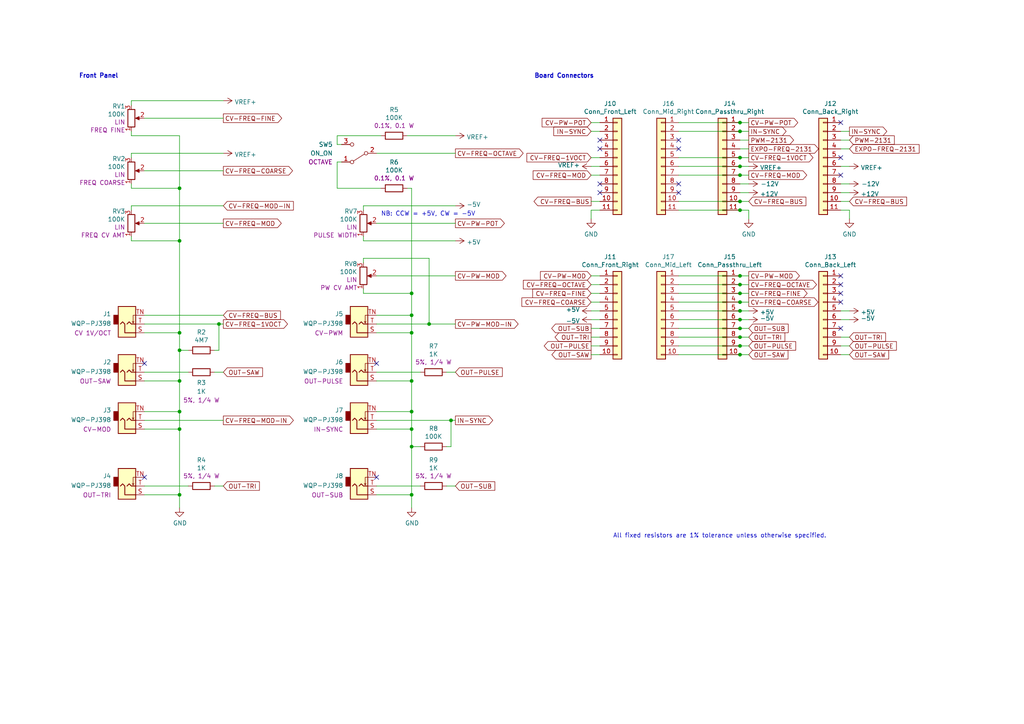
<source format=kicad_sch>
(kicad_sch (version 20211123) (generator eeschema)

  (uuid adcbf4d0-ed9c-4c7d-b78f-3bcbe974bdcb)

  (paper "A4")

  (title_block
    (title "Main - Eurorack SSI2131 VCO")
    (date "2022-03-09")
    (rev "1.2")
    (company "Len Popp")
    (comment 1 "Copyright © 2022 Len Popp CC BY")
    (comment 2 "Eurorack VCO module based on SSI2131, 10 HP")
  )

  (lib_symbols
    (symbol "-lmp-power:+12V" (power) (pin_names (offset 0)) (in_bom yes) (on_board yes)
      (property "Reference" "#PWR" (id 0) (at 0 -3.81 0)
        (effects (font (size 1.27 1.27)) hide)
      )
      (property "Value" "-lmp-power_+12V" (id 1) (at 0 3.556 0)
        (effects (font (size 1.27 1.27)))
      )
      (property "Footprint" "" (id 2) (at 0 0 0)
        (effects (font (size 1.27 1.27)) hide)
      )
      (property "Datasheet" "" (id 3) (at 0 0 0)
        (effects (font (size 1.27 1.27)) hide)
      )
      (symbol "+12V_0_1"
        (polyline
          (pts
            (xy -0.762 1.27)
            (xy 0 2.54)
          )
          (stroke (width 0) (type default) (color 0 0 0 0))
          (fill (type none))
        )
        (polyline
          (pts
            (xy 0 0)
            (xy 0 2.54)
          )
          (stroke (width 0) (type default) (color 0 0 0 0))
          (fill (type none))
        )
        (polyline
          (pts
            (xy 0 2.54)
            (xy 0.762 1.27)
          )
          (stroke (width 0) (type default) (color 0 0 0 0))
          (fill (type none))
        )
      )
      (symbol "+12V_1_1"
        (pin power_in line (at 0 0 90) (length 0) hide
          (name "+12V" (effects (font (size 1.27 1.27))))
          (number "1" (effects (font (size 1.27 1.27))))
        )
      )
    )
    (symbol "-lmp-power:+5V" (power) (pin_names (offset 0)) (in_bom yes) (on_board yes)
      (property "Reference" "#PWR" (id 0) (at 0 -3.81 0)
        (effects (font (size 1.27 1.27)) hide)
      )
      (property "Value" "-lmp-power_+5V" (id 1) (at 0 3.556 0)
        (effects (font (size 1.27 1.27)))
      )
      (property "Footprint" "" (id 2) (at 0 0 0)
        (effects (font (size 1.27 1.27)) hide)
      )
      (property "Datasheet" "" (id 3) (at 0 0 0)
        (effects (font (size 1.27 1.27)) hide)
      )
      (symbol "+5V_0_1"
        (polyline
          (pts
            (xy -0.762 1.27)
            (xy 0 2.54)
          )
          (stroke (width 0) (type default) (color 0 0 0 0))
          (fill (type none))
        )
        (polyline
          (pts
            (xy 0 0)
            (xy 0 2.54)
          )
          (stroke (width 0) (type default) (color 0 0 0 0))
          (fill (type none))
        )
        (polyline
          (pts
            (xy 0 2.54)
            (xy 0.762 1.27)
          )
          (stroke (width 0) (type default) (color 0 0 0 0))
          (fill (type none))
        )
      )
      (symbol "+5V_1_1"
        (pin power_in line (at 0 0 90) (length 0) hide
          (name "+5V" (effects (font (size 1.27 1.27))))
          (number "1" (effects (font (size 1.27 1.27))))
        )
      )
    )
    (symbol "-lmp-power:-12V" (power) (pin_names (offset 0)) (in_bom yes) (on_board yes)
      (property "Reference" "#PWR" (id 0) (at 0 3.81 0)
        (effects (font (size 1.27 1.27)) hide)
      )
      (property "Value" "-lmp-power_-12V" (id 1) (at 0 -3.556 0)
        (effects (font (size 1.27 1.27)))
      )
      (property "Footprint" "" (id 2) (at 0 0 0)
        (effects (font (size 1.27 1.27)) hide)
      )
      (property "Datasheet" "" (id 3) (at 0 0 0)
        (effects (font (size 1.27 1.27)) hide)
      )
      (symbol "-12V_0_1"
        (polyline
          (pts
            (xy -0.762 -1.27)
            (xy 0 -2.54)
          )
          (stroke (width 0) (type default) (color 0 0 0 0))
          (fill (type none))
        )
        (polyline
          (pts
            (xy 0 -2.54)
            (xy 0.762 -1.27)
          )
          (stroke (width 0) (type default) (color 0 0 0 0))
          (fill (type none))
        )
        (polyline
          (pts
            (xy 0 0)
            (xy 0 -2.54)
          )
          (stroke (width 0) (type default) (color 0 0 0 0))
          (fill (type none))
        )
      )
      (symbol "-12V_1_1"
        (pin power_in line (at 0 0 270) (length 0) hide
          (name "-12V" (effects (font (size 1.27 1.27))))
          (number "1" (effects (font (size 1.27 1.27))))
        )
      )
    )
    (symbol "-lmp-power:-5V" (power) (pin_names (offset 0)) (in_bom yes) (on_board yes)
      (property "Reference" "#PWR" (id 0) (at 0 3.81 0)
        (effects (font (size 1.27 1.27)) hide)
      )
      (property "Value" "-lmp-power_-5V" (id 1) (at 0 -3.556 0)
        (effects (font (size 1.27 1.27)))
      )
      (property "Footprint" "" (id 2) (at 0 0 0)
        (effects (font (size 1.27 1.27)) hide)
      )
      (property "Datasheet" "" (id 3) (at 0 0 0)
        (effects (font (size 1.27 1.27)) hide)
      )
      (symbol "-5V_0_1"
        (polyline
          (pts
            (xy -0.762 -1.27)
            (xy 0 -2.54)
          )
          (stroke (width 0) (type default) (color 0 0 0 0))
          (fill (type none))
        )
        (polyline
          (pts
            (xy 0 -2.54)
            (xy 0.762 -1.27)
          )
          (stroke (width 0) (type default) (color 0 0 0 0))
          (fill (type none))
        )
        (polyline
          (pts
            (xy 0 0)
            (xy 0 -2.54)
          )
          (stroke (width 0) (type default) (color 0 0 0 0))
          (fill (type none))
        )
      )
      (symbol "-5V_1_1"
        (pin power_in line (at 0 0 270) (length 0) hide
          (name "-5V" (effects (font (size 1.27 1.27))))
          (number "1" (effects (font (size 1.27 1.27))))
        )
      )
    )
    (symbol "-lmp-power:GND" (power) (pin_names (offset 0)) (in_bom yes) (on_board yes)
      (property "Reference" "#PWR" (id 0) (at 0 -6.35 0)
        (effects (font (size 1.27 1.27)) hide)
      )
      (property "Value" "-lmp-power_GND" (id 1) (at 0 -3.81 0)
        (effects (font (size 1.27 1.27)))
      )
      (property "Footprint" "" (id 2) (at 0 0 0)
        (effects (font (size 1.27 1.27)) hide)
      )
      (property "Datasheet" "" (id 3) (at 0 0 0)
        (effects (font (size 1.27 1.27)) hide)
      )
      (symbol "GND_0_1"
        (polyline
          (pts
            (xy 0 0)
            (xy 0 -1.27)
            (xy 1.27 -1.27)
            (xy 0 -2.54)
            (xy -1.27 -1.27)
            (xy 0 -1.27)
          )
          (stroke (width 0) (type default) (color 0 0 0 0))
          (fill (type none))
        )
      )
      (symbol "GND_1_1"
        (pin power_in line (at 0 0 270) (length 0) hide
          (name "GND" (effects (font (size 1.27 1.27))))
          (number "1" (effects (font (size 1.27 1.27))))
        )
      )
    )
    (symbol "-lmp-power:VREF+" (power) (pin_names (offset 0)) (in_bom yes) (on_board yes)
      (property "Reference" "#PWR" (id 0) (at 0 -3.81 0)
        (effects (font (size 1.27 1.27)) hide)
      )
      (property "Value" "-lmp-power_VREF+" (id 1) (at 0 3.556 0)
        (effects (font (size 1.27 1.27)))
      )
      (property "Footprint" "" (id 2) (at 0 0 0)
        (effects (font (size 1.27 1.27)) hide)
      )
      (property "Datasheet" "" (id 3) (at 0 0 0)
        (effects (font (size 1.27 1.27)) hide)
      )
      (symbol "VREF+_0_1"
        (polyline
          (pts
            (xy -0.762 1.27)
            (xy 0 2.54)
          )
          (stroke (width 0) (type default) (color 0 0 0 0))
          (fill (type none))
        )
        (polyline
          (pts
            (xy 0 0)
            (xy 0 2.54)
          )
          (stroke (width 0) (type default) (color 0 0 0 0))
          (fill (type none))
        )
        (polyline
          (pts
            (xy 0 2.54)
            (xy 0.762 1.27)
          )
          (stroke (width 0) (type default) (color 0 0 0 0))
          (fill (type none))
        )
      )
      (symbol "VREF+_1_1"
        (pin power_in line (at 0 0 90) (length 0) hide
          (name "VREF+" (effects (font (size 1.27 1.27))))
          (number "1" (effects (font (size 1.27 1.27))))
        )
      )
    )
    (symbol "-lmp-synth:Jack_WQP-PJ398" (in_bom yes) (on_board yes)
      (property "Reference" "J" (id 0) (at 0 10.033 0)
        (effects (font (size 1.27 1.27)))
      )
      (property "Value" "Jack_WQP-PJ398" (id 1) (at 0 7.62 0)
        (effects (font (size 1.27 1.27)))
      )
      (property "Footprint" "-lmp-synth:Jack_3.5mm_QingPu_WQP-PJ398SM_Vertical" (id 2) (at 0 0 0)
        (effects (font (size 1.27 1.27)) hide)
      )
      (property "Datasheet" "http://www.qingpu-electronics.com/en/products/WQP-PJ398SM-362.html" (id 3) (at 0 0 0)
        (effects (font (size 1.27 1.27)) hide)
      )
      (property "Label" "[label]" (id 4) (at 0 5.207 0)
        (effects (font (size 1.27 1.27)))
      )
      (property "Manufacturer" "QingPu / Thonk" (id 5) (at 0 0 0)
        (effects (font (size 1.27 1.27)) hide)
      )
      (property "ManufacturerPartNum" "PJ398SM / WQP518MA" (id 6) (at 0 0 0)
        (effects (font (size 1.27 1.27)) hide)
      )
      (property "Distributor" "Thonk" (id 7) (at 0 0 0)
        (effects (font (size 1.27 1.27)) hide)
      )
      (property "DistributorPartNum" "PJ398SM" (id 8) (at 0 0 0)
        (effects (font (size 1.27 1.27)) hide)
      )
      (property "DistributorPartLink" "https://www.thonk.co.uk/shop/thonkiconn/" (id 9) (at 0 0 0)
        (effects (font (size 1.27 1.27)) hide)
      )
      (property "Distributor2" "SynthCube" (id 10) (at 0 0 0)
        (effects (font (size 1.27 1.27)) hide)
      )
      (property "DistributorPartNum2" "WQP518MA" (id 11) (at 0 0 0)
        (effects (font (size 1.27 1.27)) hide)
      )
      (property "DistributorPartLink2" "https://synthcube.com/cart/3-5mm-euro-jacks" (id 12) (at 0 0 0)
        (effects (font (size 1.27 1.27)) hide)
      )
      (property "Distributor3" "Adafruit" (id 13) (at 0 0 0)
        (effects (font (size 1.27 1.27)) hide)
      )
      (property "DistributorPartNum3" "4031" (id 14) (at 0 0 0)
        (effects (font (size 1.27 1.27)) hide)
      )
      (property "DistributorPartLink3" "https://www.adafruit.com/product/4031" (id 15) (at 0 0 0)
        (effects (font (size 1.27 1.27)) hide)
      )
      (property "ki_keywords" "audio jack receptacle mono headphones phone TS connector QingPu Thonkiconn" (id 16) (at 0 0 0)
        (effects (font (size 1.27 1.27)) hide)
      )
      (property "ki_description" "Audio Jack, 2 Poles (Mono / TS), Switched T Pole (Normalling), QingPu / Thonkiconn" (id 17) (at 0 0 0)
        (effects (font (size 1.27 1.27)) hide)
      )
      (property "ki_fp_filters" "Jack*" (id 18) (at 0 0 0)
        (effects (font (size 1.27 1.27)) hide)
      )
      (symbol "Jack_WQP-PJ398_0_1"
        (rectangle (start -2.54 0) (end -3.81 -2.54)
          (stroke (width 0.254) (type default) (color 0 0 0 0))
          (fill (type outline))
        )
        (polyline
          (pts
            (xy 1.778 -0.254)
            (xy 2.032 -0.762)
          )
          (stroke (width 0) (type default) (color 0 0 0 0))
          (fill (type none))
        )
        (polyline
          (pts
            (xy 0 0)
            (xy 0.635 -0.635)
            (xy 1.27 0)
            (xy 2.54 0)
          )
          (stroke (width 0.254) (type default) (color 0 0 0 0))
          (fill (type none))
        )
        (polyline
          (pts
            (xy 2.54 -2.54)
            (xy 1.778 -2.54)
            (xy 1.778 -0.254)
            (xy 1.524 -0.762)
          )
          (stroke (width 0) (type default) (color 0 0 0 0))
          (fill (type none))
        )
        (polyline
          (pts
            (xy 2.54 2.54)
            (xy -0.635 2.54)
            (xy -0.635 0)
            (xy -1.27 -0.635)
            (xy -1.905 0)
          )
          (stroke (width 0.254) (type default) (color 0 0 0 0))
          (fill (type none))
        )
        (rectangle (start 2.54 3.81) (end -2.54 -5.08)
          (stroke (width 0.254) (type default) (color 0 0 0 0))
          (fill (type background))
        )
      )
      (symbol "Jack_WQP-PJ398_1_1"
        (pin passive line (at 5.08 2.54 180) (length 2.54)
          (name "~" (effects (font (size 1.27 1.27))))
          (number "S" (effects (font (size 1.27 1.27))))
        )
        (pin passive line (at 5.08 0 180) (length 2.54)
          (name "~" (effects (font (size 1.27 1.27))))
          (number "T" (effects (font (size 1.27 1.27))))
        )
        (pin passive line (at 5.08 -2.54 180) (length 2.54)
          (name "~" (effects (font (size 1.27 1.27))))
          (number "TN" (effects (font (size 1.27 1.27))))
        )
      )
    )
    (symbol "-lmp-synth:R_100K_Input" (pin_numbers hide) (pin_names (offset 0)) (in_bom yes) (on_board yes)
      (property "Reference" "R" (id 0) (at -2.286 0 90)
        (effects (font (size 1.27 1.27)))
      )
      (property "Value" "R_100K_Input" (id 1) (at 2.413 0 90)
        (effects (font (size 1.27 1.27)))
      )
      (property "Footprint" "-lmp-misc:R_Axial_DIN0207_L6.3mm_D2.5mm_P7.62mm_Horizontal" (id 2) (at -1.778 0 90)
        (effects (font (size 1.27 1.27)) hide)
      )
      (property "Datasheet" "https://www.mouser.ca/datasheet/2/427/cmfmil-1762972.pdf" (id 3) (at 0 0 0)
        (effects (font (size 1.27 1.27)) hide)
      )
      (property "Value2" "0.1%, 0.1 W" (id 4) (at 4.445 0 90)
        (effects (font (size 1.27 1.27)))
      )
      (property "Note" "Input mixing" (id 5) (at -1.905 -1.905 90)
        (effects (font (size 1.27 1.27)) hide)
      )
      (property "Distributor" "Mouser" (id 6) (at -1.905 0 90)
        (effects (font (size 1.27 1.27)) hide)
      )
      (property "Manufacturer" "Vishay / Dale" (id 7) (at 0 0 0)
        (effects (font (size 1.27 1.27)) hide)
      )
      (property "ManufacturerPartNum" "RN55C1003BRE6" (id 8) (at 0 0 0)
        (effects (font (size 1.27 1.27)) hide)
      )
      (property "DistributorPartNum" "71-RN55C-B-100K/R" (id 9) (at 0 0 0)
        (effects (font (size 1.27 1.27)) hide)
      )
      (property "DistributorPartLink" "https://www.mouser.ca/ProductDetail/Vishay-Dale/RN55C1003BRE6?qs=sGAEpiMZZMsPqMdJzcrNws7FjRh4yjnCEY%2FA9CHAEes%3D" (id 10) (at 0 0 0)
        (effects (font (size 1.27 1.27)) hide)
      )
      (property "ki_keywords" "R res resistor" (id 11) (at 0 0 0)
        (effects (font (size 1.27 1.27)) hide)
      )
      (property "ki_description" "Resistor" (id 12) (at 0 0 0)
        (effects (font (size 1.27 1.27)) hide)
      )
      (property "ki_fp_filters" "R_*" (id 13) (at 0 0 0)
        (effects (font (size 1.27 1.27)) hide)
      )
      (symbol "R_100K_Input_0_1"
        (rectangle (start -1.016 -2.54) (end 1.016 2.54)
          (stroke (width 0.254) (type default) (color 0 0 0 0))
          (fill (type none))
        )
      )
      (symbol "R_100K_Input_1_1"
        (pin passive line (at 0 3.81 270) (length 1.27)
          (name "~" (effects (font (size 1.27 1.27))))
          (number "1" (effects (font (size 1.27 1.27))))
        )
        (pin passive line (at 0 -3.81 90) (length 1.27)
          (name "~" (effects (font (size 1.27 1.27))))
          (number "2" (effects (font (size 1.27 1.27))))
        )
      )
    )
    (symbol "-lmp-synth:R_1K_Output" (pin_numbers hide) (pin_names (offset 0)) (in_bom yes) (on_board yes)
      (property "Reference" "R" (id 0) (at -2.286 0 90)
        (effects (font (size 1.27 1.27)))
      )
      (property "Value" "R_1K_Output" (id 1) (at 2.413 0 90)
        (effects (font (size 1.27 1.27)))
      )
      (property "Footprint" "-lmp-misc:R_Axial_DIN0207_L6.3mm_D2.5mm_P10.16mm_Horizontal" (id 2) (at -1.778 0 90)
        (effects (font (size 1.27 1.27)) hide)
      )
      (property "Datasheet" "https://www.mouser.ca/datasheet/2/427/ccf07-1762725.pdf" (id 3) (at 0 0 0)
        (effects (font (size 1.27 1.27)) hide)
      )
      (property "Value2" "5%, 1/4 W" (id 4) (at 4.445 0 90)
        (effects (font (size 1.27 1.27)))
      )
      (property "Note" "Output limiting" (id 5) (at -1.905 -1.905 90)
        (effects (font (size 1.27 1.27)) hide)
      )
      (property "Manufacturer" "Vishay / Dale" (id 6) (at 0 0 0)
        (effects (font (size 1.27 1.27)) hide)
      )
      (property "ManufacturerPartNum" "CCF071K00JKE36" (id 7) (at 0 0 0)
        (effects (font (size 1.27 1.27)) hide)
      )
      (property "Distributor" "Mouser" (id 8) (at -1.905 0 90)
        (effects (font (size 1.27 1.27)) hide)
      )
      (property "DistributorPartNum" "71-CCF071K00JKE36" (id 9) (at 0 0 0)
        (effects (font (size 1.27 1.27)) hide)
      )
      (property "DistributorPartLink" "https://www.mouser.ca/ProductDetail/Vishay-Dale/CCF071K00JKE36?qs=sGAEpiMZZMsPqMdJzcrNwqw41JD0NFylHV1MADcQnpo%3D" (id 10) (at 0 0 0)
        (effects (font (size 1.27 1.27)) hide)
      )
      (property "ki_keywords" "R res resistor" (id 11) (at 0 0 0)
        (effects (font (size 1.27 1.27)) hide)
      )
      (property "ki_description" "Resistor" (id 12) (at 0 0 0)
        (effects (font (size 1.27 1.27)) hide)
      )
      (property "ki_fp_filters" "R_*" (id 13) (at 0 0 0)
        (effects (font (size 1.27 1.27)) hide)
      )
      (symbol "R_1K_Output_0_1"
        (rectangle (start -1.016 -2.54) (end 1.016 2.54)
          (stroke (width 0.254) (type default) (color 0 0 0 0))
          (fill (type none))
        )
      )
      (symbol "R_1K_Output_1_1"
        (pin passive line (at 0 3.81 270) (length 1.27)
          (name "~" (effects (font (size 1.27 1.27))))
          (number "1" (effects (font (size 1.27 1.27))))
        )
        (pin passive line (at 0 -3.81 90) (length 1.27)
          (name "~" (effects (font (size 1.27 1.27))))
          (number "2" (effects (font (size 1.27 1.27))))
        )
      )
    )
    (symbol "-lmp-synth:R_POT_Panel_PCB_Alpha" (pin_names (offset 1.016) hide) (in_bom yes) (on_board yes)
      (property "Reference" "RV" (id 0) (at -9.144 0 90)
        (effects (font (size 1.27 1.27)))
      )
      (property "Value" "R_POT_Panel_PCB_Alpha" (id 1) (at -7.239 0 90)
        (effects (font (size 1.27 1.27)))
      )
      (property "Footprint" "-lmp-synth:Potentiometer_Alpha_RD901F-40-00D_Single_Vertical" (id 2) (at 0 0 0)
        (effects (font (size 1.27 1.27)) hide)
      )
      (property "Datasheet" "https://www.mouser.ca/datasheet/2/13/alpha_taiwan_08192019_RD901F-40-15R1-B(resistance_-1627810.pdf" (id 3) (at 0 0 0)
        (effects (font (size 1.27 1.27)) hide)
      )
      (property "Value2" "[LIN/LOG]" (id 4) (at -5.207 0 90)
        (effects (font (size 1.27 1.27)))
      )
      (property "Label" "[label]" (id 5) (at -3.175 0 90)
        (effects (font (size 1.27 1.27)))
      )
      (property "Manufacturer" "Alpha" (id 6) (at 0 0 0)
        (effects (font (size 1.27 1.27)) hide)
      )
      (property "ManufacturerPartNum" "RD901F-*" (id 7) (at 0 0 0)
        (effects (font (size 1.27 1.27)) hide)
      )
      (property "Distributor" "Thonk" (id 8) (at 0 0 0)
        (effects (font (size 1.27 1.27)) hide)
      )
      (property "DistributorPartNum" "Group_Pot_Alpha_6.35mm" (id 9) (at 0 0 0)
        (effects (font (size 1.27 1.27)) hide)
      )
      (property "DistributorPartLink" "https://www.thonk.co.uk/shop/alpha-9mm-pots/" (id 10) (at 0 0 0)
        (effects (font (size 1.27 1.27)) hide)
      )
      (property "Distributor2" "Mouser" (id 11) (at 0 0 0)
        (effects (font (size 1.27 1.27)) hide)
      )
      (property "DistributorPartNum2" "311-1940F-*" (id 12) (at 0 0 0)
        (effects (font (size 1.27 1.27)) hide)
      )
      (property "DistributorPartLink2" "https://www.mouser.ca/c/passive-components/potentiometers-trimmers-rheostats/potentiometers/?q=RD901F&orientation=Vertical" (id 13) (at 0 0 0)
        (effects (font (size 1.27 1.27)) hide)
      )
      (property "Distributor3" "SynthCube" (id 14) (at 0 0 0)
        (effects (font (size 1.27 1.27)) hide)
      )
      (property "DistributorPartNum3" "9MMALPHAPOTMSTR" (id 15) (at 0 0 0)
        (effects (font (size 1.27 1.27)) hide)
      )
      (property "DistributorPartLink3" "https://synthcube.com/cart/alpha-9mm-potentiometer-right-angle-pcb-mount-6-35mm-round-shaft" (id 16) (at 0 0 0)
        (effects (font (size 1.27 1.27)) hide)
      )
      (property "ki_keywords" "resistor variable" (id 17) (at 0 0 0)
        (effects (font (size 1.27 1.27)) hide)
      )
      (property "ki_description" "Potentiometer" (id 18) (at 0 0 0)
        (effects (font (size 1.27 1.27)) hide)
      )
      (property "ki_fp_filters" "Potentiometer*" (id 19) (at 0 0 0)
        (effects (font (size 1.27 1.27)) hide)
      )
      (symbol "R_POT_Panel_PCB_Alpha_0_1"
        (polyline
          (pts
            (xy 2.54 0)
            (xy 1.524 0)
          )
          (stroke (width 0) (type default) (color 0 0 0 0))
          (fill (type none))
        )
        (polyline
          (pts
            (xy 1.143 0)
            (xy 2.286 0.508)
            (xy 2.286 -0.508)
            (xy 1.143 0)
          )
          (stroke (width 0) (type default) (color 0 0 0 0))
          (fill (type outline))
        )
        (rectangle (start 1.016 2.54) (end -1.016 -2.54)
          (stroke (width 0.254) (type default) (color 0 0 0 0))
          (fill (type none))
        )
      )
      (symbol "R_POT_Panel_PCB_Alpha_1_1"
        (pin passive line (at 0 3.81 270) (length 1.27)
          (name "1" (effects (font (size 1.27 1.27))))
          (number "1" (effects (font (size 1.27 1.27))))
        )
        (pin passive line (at 3.81 0 180) (length 1.27)
          (name "2" (effects (font (size 1.27 1.27))))
          (number "2" (effects (font (size 1.27 1.27))))
        )
        (pin passive line (at 0 -3.81 90) (length 1.27)
          (name "3" (effects (font (size 1.27 1.27))))
          (number "3" (effects (font (size 1.27 1.27))))
        )
      )
    )
    (symbol "-lmp-synth:R_POT_TRIM_Panel_SongHuei" (pin_names (offset 1.016) hide) (in_bom yes) (on_board yes)
      (property "Reference" "RV" (id 0) (at -9.144 0 90)
        (effects (font (size 1.27 1.27)))
      )
      (property "Value" "R_POT_TRIM_Panel_SongHuei" (id 1) (at -7.239 0 90)
        (effects (font (size 1.27 1.27)))
      )
      (property "Footprint" "-lmp-synth:Potentiometer_Alpha_RD901F-40-00D_Single_Vertical" (id 2) (at 0 0 0)
        (effects (font (size 1.27 1.27)) hide)
      )
      (property "Datasheet" "http://www.song-huei.com/proimages//eng/pdfimages/R0904N.pdf" (id 3) (at 0 0 0)
        (effects (font (size 1.27 1.27)) hide)
      )
      (property "Value2" "[LIN/LOG]" (id 4) (at -5.207 0 90)
        (effects (font (size 1.27 1.27)))
      )
      (property "Label" "[label]" (id 5) (at -3.175 0 90)
        (effects (font (size 1.27 1.27)))
      )
      (property "Manufacturer" "Song Huei" (id 6) (at 0 0 0)
        (effects (font (size 1.27 1.27)) hide)
      )
      (property "ManufacturerPartNum" "R0904N*" (id 7) (at 0 0 0)
        (effects (font (size 1.27 1.27)) hide)
      )
      (property "Distributor" "SynthCube" (id 8) (at 0 0 0)
        (effects (font (size 1.27 1.27)) hide)
      )
      (property "DistributorPartNum" "SH9MMTPOTMSTR" (id 9) (at 0 0 0)
        (effects (font (size 1.27 1.27)) hide)
      )
      (property "DistributorPartLink" "https://synthcube.com/cart/9mm-trimmer-pots" (id 10) (at 0 0 0)
        (effects (font (size 1.27 1.27)) hide)
      )
      (property "ki_keywords" "resistor variable" (id 11) (at 0 0 0)
        (effects (font (size 1.27 1.27)) hide)
      )
      (property "ki_description" "Potentiometer" (id 12) (at 0 0 0)
        (effects (font (size 1.27 1.27)) hide)
      )
      (property "ki_fp_filters" "Potentiometer*" (id 13) (at 0 0 0)
        (effects (font (size 1.27 1.27)) hide)
      )
      (symbol "R_POT_TRIM_Panel_SongHuei_0_1"
        (polyline
          (pts
            (xy 2.54 0)
            (xy 1.524 0)
          )
          (stroke (width 0) (type default) (color 0 0 0 0))
          (fill (type none))
        )
        (polyline
          (pts
            (xy 1.143 0)
            (xy 2.286 0.508)
            (xy 2.286 -0.508)
            (xy 1.143 0)
          )
          (stroke (width 0) (type default) (color 0 0 0 0))
          (fill (type outline))
        )
        (rectangle (start 1.016 2.54) (end -1.016 -2.54)
          (stroke (width 0.254) (type default) (color 0 0 0 0))
          (fill (type none))
        )
      )
      (symbol "R_POT_TRIM_Panel_SongHuei_1_1"
        (pin passive line (at 0 3.81 270) (length 1.27)
          (name "1" (effects (font (size 1.27 1.27))))
          (number "1" (effects (font (size 1.27 1.27))))
        )
        (pin passive line (at 3.81 0 180) (length 1.27)
          (name "2" (effects (font (size 1.27 1.27))))
          (number "2" (effects (font (size 1.27 1.27))))
        )
        (pin passive line (at 0 -3.81 90) (length 1.27)
          (name "3" (effects (font (size 1.27 1.27))))
          (number "3" (effects (font (size 1.27 1.27))))
        )
      )
    )
    (symbol "-lmp-synth:SW_SPDT_ON_ON" (pin_names (offset 0) hide) (in_bom yes) (on_board yes)
      (property "Reference" "SW" (id 0) (at 0 4.318 0)
        (effects (font (size 1.27 1.27)))
      )
      (property "Value" "SW_SPDT_ON_ON" (id 1) (at 0 -5.08 0)
        (effects (font (size 1.27 1.27)))
      )
      (property "Footprint" "-lmp-misc:SW_SPDT_THT_2.54" (id 2) (at 0 0 0)
        (effects (font (size 1.27 1.27)) hide)
      )
      (property "Datasheet" "https://www.mouser.ca/datasheet/2/221/MS-100542-1173960.pdf" (id 3) (at 0 0 0)
        (effects (font (size 1.27 1.27)) hide)
      )
      (property "Label" "[label]" (id 4) (at 0 -6.985 0)
        (effects (font (size 1.27 1.27)))
      )
      (property "Manufacturer" "Mountain Switch" (id 5) (at 0 0 0)
        (effects (font (size 1.27 1.27)) hide)
      )
      (property "ManufacturerPartNum" "10TC410" (id 6) (at 0 0 0)
        (effects (font (size 1.27 1.27)) hide)
      )
      (property "Distributor" "Mouser" (id 7) (at 0 0 0)
        (effects (font (size 1.27 1.27)) hide)
      )
      (property "DistributorPartNum" "10TC410" (id 8) (at 0 0 0)
        (effects (font (size 1.27 1.27)) hide)
      )
      (property "DistributorPartLink" "https://www.mouser.ca/ProductDetail/Mountain-Switch/10TC410?qs=ITV4B%252BNEbToIZH965UXZQg%3D%3D" (id 9) (at 0 0 0)
        (effects (font (size 1.27 1.27)) hide)
      )
      (property "Distributor2" "Thonk" (id 10) (at 0 0 0)
        (effects (font (size 1.27 1.27)) hide)
      )
      (property "Distributor3" "SynthCube" (id 11) (at 0 0 0)
        (effects (font (size 1.27 1.27)) hide)
      )
      (property "DistributorPartLink2" "https://www.thonk.co.uk/shop/sub-mini-toggle-switches/" (id 12) (at 0 0 0)
        (effects (font (size 1.27 1.27)) hide)
      )
      (property "DistributorPartLink3" "https://synthcube.com/cart/toggle-switch-submini-pc-pin" (id 13) (at 0 0 0)
        (effects (font (size 1.27 1.27)) hide)
      )
      (property "ki_keywords" "switch single-pole double-throw spdt ON-ON toggle submini" (id 14) (at 0 0 0)
        (effects (font (size 1.27 1.27)) hide)
      )
      (property "ki_description" "Switch, single pole double throw sub-mini toggle" (id 15) (at 0 0 0)
        (effects (font (size 1.27 1.27)) hide)
      )
      (symbol "SW_SPDT_ON_ON_0_0"
        (circle (center -2.032 0) (radius 0.508)
          (stroke (width 0) (type default) (color 0 0 0 0))
          (fill (type none))
        )
        (circle (center 2.032 -2.54) (radius 0.508)
          (stroke (width 0) (type default) (color 0 0 0 0))
          (fill (type none))
        )
      )
      (symbol "SW_SPDT_ON_ON_0_1"
        (polyline
          (pts
            (xy -1.524 0.254)
            (xy 1.651 2.286)
          )
          (stroke (width 0) (type default) (color 0 0 0 0))
          (fill (type none))
        )
        (circle (center 2.032 2.54) (radius 0.508)
          (stroke (width 0) (type default) (color 0 0 0 0))
          (fill (type none))
        )
      )
      (symbol "SW_SPDT_ON_ON_1_1"
        (pin passive line (at 5.08 2.54 180) (length 2.54)
          (name "A" (effects (font (size 1.27 1.27))))
          (number "1" (effects (font (size 1.27 1.27))))
        )
        (pin passive line (at -5.08 0 0) (length 2.54)
          (name "B" (effects (font (size 1.27 1.27))))
          (number "2" (effects (font (size 1.27 1.27))))
        )
        (pin passive line (at 5.08 -2.54 180) (length 2.54)
          (name "C" (effects (font (size 1.27 1.27))))
          (number "3" (effects (font (size 1.27 1.27))))
        )
      )
    )
    (symbol "-lmp:R_1%_0W166" (pin_numbers hide) (pin_names (offset 0)) (in_bom yes) (on_board yes)
      (property "Reference" "R" (id 0) (at -2.286 0 90)
        (effects (font (size 1.27 1.27)))
      )
      (property "Value" "R_1%_0W166" (id 1) (at 2.413 0 90)
        (effects (font (size 1.27 1.27)))
      )
      (property "Footprint" "-lmp-misc:R_Axial_DIN0207_L6.3mm_D2.5mm_P7.62mm_Horizontal" (id 2) (at -1.778 0 90)
        (effects (font (size 1.27 1.27)) hide)
      )
      (property "Datasheet" "https://www.mouser.ca/datasheet/2/447/Yageo_LR_MFR_1-1714151.pdf" (id 3) (at 0 0 0)
        (effects (font (size 1.27 1.27)) hide)
      )
      (property "Manufacturer" "YAGEO" (id 4) (at 0 0 0)
        (effects (font (size 1.27 1.27)) hide)
      )
      (property "ManufacturerPartNum" "MFR-12*" (id 5) (at 0 0 0)
        (effects (font (size 1.27 1.27)) hide)
      )
      (property "Distributor" "Mouser" (id 6) (at 0 0 0)
        (effects (font (size 1.27 1.27)) hide)
      )
      (property "DistributorPartNum" "603-MFR-12*" (id 7) (at 0 0 0)
        (effects (font (size 1.27 1.27)) hide)
      )
      (property "DistributorPartLink" "https://www.mouser.ca/c/?m=YAGEO&power+rating=166+mW+(1%2f6+W)&tolerance=1+%25&instock=y" (id 8) (at 0 0 0)
        (effects (font (size 1.27 1.27)) hide)
      )
      (property "Value2" "1%, 1/6 W" (id 9) (at 4.953 0 90)
        (effects (font (size 1.27 1.27)) hide)
      )
      (property "ki_keywords" "R res resistor" (id 10) (at 0 0 0)
        (effects (font (size 1.27 1.27)) hide)
      )
      (property "ki_description" "Resistor" (id 11) (at 0 0 0)
        (effects (font (size 1.27 1.27)) hide)
      )
      (property "ki_fp_filters" "R_*" (id 12) (at 0 0 0)
        (effects (font (size 1.27 1.27)) hide)
      )
      (symbol "R_1%_0W166_0_1"
        (rectangle (start -1.016 -2.54) (end 1.016 2.54)
          (stroke (width 0.254) (type default) (color 0 0 0 0))
          (fill (type none))
        )
      )
      (symbol "R_1%_0W166_1_1"
        (pin passive line (at 0 3.81 270) (length 1.27)
          (name "~" (effects (font (size 1.27 1.27))))
          (number "1" (effects (font (size 1.27 1.27))))
        )
        (pin passive line (at 0 -3.81 90) (length 1.27)
          (name "~" (effects (font (size 1.27 1.27))))
          (number "2" (effects (font (size 1.27 1.27))))
        )
      )
    )
    (symbol "Connector_Generic:Conn_01x10" (pin_names (offset 1.016) hide) (in_bom yes) (on_board yes)
      (property "Reference" "J" (id 0) (at 0 12.7 0)
        (effects (font (size 1.27 1.27)))
      )
      (property "Value" "Conn_01x10" (id 1) (at 0 -15.24 0)
        (effects (font (size 1.27 1.27)))
      )
      (property "Footprint" "" (id 2) (at 0 0 0)
        (effects (font (size 1.27 1.27)) hide)
      )
      (property "Datasheet" "~" (id 3) (at 0 0 0)
        (effects (font (size 1.27 1.27)) hide)
      )
      (property "ki_keywords" "connector" (id 4) (at 0 0 0)
        (effects (font (size 1.27 1.27)) hide)
      )
      (property "ki_description" "Generic connector, single row, 01x10, script generated (kicad-library-utils/schlib/autogen/connector/)" (id 5) (at 0 0 0)
        (effects (font (size 1.27 1.27)) hide)
      )
      (property "ki_fp_filters" "Connector*:*_1x??_*" (id 6) (at 0 0 0)
        (effects (font (size 1.27 1.27)) hide)
      )
      (symbol "Conn_01x10_1_1"
        (rectangle (start -1.27 -12.573) (end 0 -12.827)
          (stroke (width 0.1524) (type default) (color 0 0 0 0))
          (fill (type none))
        )
        (rectangle (start -1.27 -10.033) (end 0 -10.287)
          (stroke (width 0.1524) (type default) (color 0 0 0 0))
          (fill (type none))
        )
        (rectangle (start -1.27 -7.493) (end 0 -7.747)
          (stroke (width 0.1524) (type default) (color 0 0 0 0))
          (fill (type none))
        )
        (rectangle (start -1.27 -4.953) (end 0 -5.207)
          (stroke (width 0.1524) (type default) (color 0 0 0 0))
          (fill (type none))
        )
        (rectangle (start -1.27 -2.413) (end 0 -2.667)
          (stroke (width 0.1524) (type default) (color 0 0 0 0))
          (fill (type none))
        )
        (rectangle (start -1.27 0.127) (end 0 -0.127)
          (stroke (width 0.1524) (type default) (color 0 0 0 0))
          (fill (type none))
        )
        (rectangle (start -1.27 2.667) (end 0 2.413)
          (stroke (width 0.1524) (type default) (color 0 0 0 0))
          (fill (type none))
        )
        (rectangle (start -1.27 5.207) (end 0 4.953)
          (stroke (width 0.1524) (type default) (color 0 0 0 0))
          (fill (type none))
        )
        (rectangle (start -1.27 7.747) (end 0 7.493)
          (stroke (width 0.1524) (type default) (color 0 0 0 0))
          (fill (type none))
        )
        (rectangle (start -1.27 10.287) (end 0 10.033)
          (stroke (width 0.1524) (type default) (color 0 0 0 0))
          (fill (type none))
        )
        (rectangle (start -1.27 11.43) (end 1.27 -13.97)
          (stroke (width 0.254) (type default) (color 0 0 0 0))
          (fill (type background))
        )
        (pin passive line (at -5.08 10.16 0) (length 3.81)
          (name "Pin_1" (effects (font (size 1.27 1.27))))
          (number "1" (effects (font (size 1.27 1.27))))
        )
        (pin passive line (at -5.08 -12.7 0) (length 3.81)
          (name "Pin_10" (effects (font (size 1.27 1.27))))
          (number "10" (effects (font (size 1.27 1.27))))
        )
        (pin passive line (at -5.08 7.62 0) (length 3.81)
          (name "Pin_2" (effects (font (size 1.27 1.27))))
          (number "2" (effects (font (size 1.27 1.27))))
        )
        (pin passive line (at -5.08 5.08 0) (length 3.81)
          (name "Pin_3" (effects (font (size 1.27 1.27))))
          (number "3" (effects (font (size 1.27 1.27))))
        )
        (pin passive line (at -5.08 2.54 0) (length 3.81)
          (name "Pin_4" (effects (font (size 1.27 1.27))))
          (number "4" (effects (font (size 1.27 1.27))))
        )
        (pin passive line (at -5.08 0 0) (length 3.81)
          (name "Pin_5" (effects (font (size 1.27 1.27))))
          (number "5" (effects (font (size 1.27 1.27))))
        )
        (pin passive line (at -5.08 -2.54 0) (length 3.81)
          (name "Pin_6" (effects (font (size 1.27 1.27))))
          (number "6" (effects (font (size 1.27 1.27))))
        )
        (pin passive line (at -5.08 -5.08 0) (length 3.81)
          (name "Pin_7" (effects (font (size 1.27 1.27))))
          (number "7" (effects (font (size 1.27 1.27))))
        )
        (pin passive line (at -5.08 -7.62 0) (length 3.81)
          (name "Pin_8" (effects (font (size 1.27 1.27))))
          (number "8" (effects (font (size 1.27 1.27))))
        )
        (pin passive line (at -5.08 -10.16 0) (length 3.81)
          (name "Pin_9" (effects (font (size 1.27 1.27))))
          (number "9" (effects (font (size 1.27 1.27))))
        )
      )
    )
    (symbol "Connector_Generic:Conn_01x11" (pin_names (offset 1.016) hide) (in_bom yes) (on_board yes)
      (property "Reference" "J" (id 0) (at 0 15.24 0)
        (effects (font (size 1.27 1.27)))
      )
      (property "Value" "Conn_01x11" (id 1) (at 0 -15.24 0)
        (effects (font (size 1.27 1.27)))
      )
      (property "Footprint" "" (id 2) (at 0 0 0)
        (effects (font (size 1.27 1.27)) hide)
      )
      (property "Datasheet" "~" (id 3) (at 0 0 0)
        (effects (font (size 1.27 1.27)) hide)
      )
      (property "ki_keywords" "connector" (id 4) (at 0 0 0)
        (effects (font (size 1.27 1.27)) hide)
      )
      (property "ki_description" "Generic connector, single row, 01x11, script generated (kicad-library-utils/schlib/autogen/connector/)" (id 5) (at 0 0 0)
        (effects (font (size 1.27 1.27)) hide)
      )
      (property "ki_fp_filters" "Connector*:*_1x??_*" (id 6) (at 0 0 0)
        (effects (font (size 1.27 1.27)) hide)
      )
      (symbol "Conn_01x11_1_1"
        (rectangle (start -1.27 -12.573) (end 0 -12.827)
          (stroke (width 0.1524) (type default) (color 0 0 0 0))
          (fill (type none))
        )
        (rectangle (start -1.27 -10.033) (end 0 -10.287)
          (stroke (width 0.1524) (type default) (color 0 0 0 0))
          (fill (type none))
        )
        (rectangle (start -1.27 -7.493) (end 0 -7.747)
          (stroke (width 0.1524) (type default) (color 0 0 0 0))
          (fill (type none))
        )
        (rectangle (start -1.27 -4.953) (end 0 -5.207)
          (stroke (width 0.1524) (type default) (color 0 0 0 0))
          (fill (type none))
        )
        (rectangle (start -1.27 -2.413) (end 0 -2.667)
          (stroke (width 0.1524) (type default) (color 0 0 0 0))
          (fill (type none))
        )
        (rectangle (start -1.27 0.127) (end 0 -0.127)
          (stroke (width 0.1524) (type default) (color 0 0 0 0))
          (fill (type none))
        )
        (rectangle (start -1.27 2.667) (end 0 2.413)
          (stroke (width 0.1524) (type default) (color 0 0 0 0))
          (fill (type none))
        )
        (rectangle (start -1.27 5.207) (end 0 4.953)
          (stroke (width 0.1524) (type default) (color 0 0 0 0))
          (fill (type none))
        )
        (rectangle (start -1.27 7.747) (end 0 7.493)
          (stroke (width 0.1524) (type default) (color 0 0 0 0))
          (fill (type none))
        )
        (rectangle (start -1.27 10.287) (end 0 10.033)
          (stroke (width 0.1524) (type default) (color 0 0 0 0))
          (fill (type none))
        )
        (rectangle (start -1.27 12.827) (end 0 12.573)
          (stroke (width 0.1524) (type default) (color 0 0 0 0))
          (fill (type none))
        )
        (rectangle (start -1.27 13.97) (end 1.27 -13.97)
          (stroke (width 0.254) (type default) (color 0 0 0 0))
          (fill (type background))
        )
        (pin passive line (at -5.08 12.7 0) (length 3.81)
          (name "Pin_1" (effects (font (size 1.27 1.27))))
          (number "1" (effects (font (size 1.27 1.27))))
        )
        (pin passive line (at -5.08 -10.16 0) (length 3.81)
          (name "Pin_10" (effects (font (size 1.27 1.27))))
          (number "10" (effects (font (size 1.27 1.27))))
        )
        (pin passive line (at -5.08 -12.7 0) (length 3.81)
          (name "Pin_11" (effects (font (size 1.27 1.27))))
          (number "11" (effects (font (size 1.27 1.27))))
        )
        (pin passive line (at -5.08 10.16 0) (length 3.81)
          (name "Pin_2" (effects (font (size 1.27 1.27))))
          (number "2" (effects (font (size 1.27 1.27))))
        )
        (pin passive line (at -5.08 7.62 0) (length 3.81)
          (name "Pin_3" (effects (font (size 1.27 1.27))))
          (number "3" (effects (font (size 1.27 1.27))))
        )
        (pin passive line (at -5.08 5.08 0) (length 3.81)
          (name "Pin_4" (effects (font (size 1.27 1.27))))
          (number "4" (effects (font (size 1.27 1.27))))
        )
        (pin passive line (at -5.08 2.54 0) (length 3.81)
          (name "Pin_5" (effects (font (size 1.27 1.27))))
          (number "5" (effects (font (size 1.27 1.27))))
        )
        (pin passive line (at -5.08 0 0) (length 3.81)
          (name "Pin_6" (effects (font (size 1.27 1.27))))
          (number "6" (effects (font (size 1.27 1.27))))
        )
        (pin passive line (at -5.08 -2.54 0) (length 3.81)
          (name "Pin_7" (effects (font (size 1.27 1.27))))
          (number "7" (effects (font (size 1.27 1.27))))
        )
        (pin passive line (at -5.08 -5.08 0) (length 3.81)
          (name "Pin_8" (effects (font (size 1.27 1.27))))
          (number "8" (effects (font (size 1.27 1.27))))
        )
        (pin passive line (at -5.08 -7.62 0) (length 3.81)
          (name "Pin_9" (effects (font (size 1.27 1.27))))
          (number "9" (effects (font (size 1.27 1.27))))
        )
      )
    )
    (symbol "GND_1" (power) (pin_names (offset 0)) (in_bom yes) (on_board yes)
      (property "Reference" "#PWR" (id 0) (at 0 -6.35 0)
        (effects (font (size 1.27 1.27)) hide)
      )
      (property "Value" "GND_1" (id 1) (at 0 -3.81 0)
        (effects (font (size 1.27 1.27)))
      )
      (property "Footprint" "" (id 2) (at 0 0 0)
        (effects (font (size 1.27 1.27)) hide)
      )
      (property "Datasheet" "" (id 3) (at 0 0 0)
        (effects (font (size 1.27 1.27)) hide)
      )
      (property "ki_keywords" "power-flag" (id 4) (at 0 0 0)
        (effects (font (size 1.27 1.27)) hide)
      )
      (property "ki_description" "Power symbol creates a global label with name \"GND\" , ground" (id 5) (at 0 0 0)
        (effects (font (size 1.27 1.27)) hide)
      )
      (symbol "GND_1_0_1"
        (polyline
          (pts
            (xy 0 0)
            (xy 0 -1.27)
            (xy 1.27 -1.27)
            (xy 0 -2.54)
            (xy -1.27 -1.27)
            (xy 0 -1.27)
          )
          (stroke (width 0) (type default) (color 0 0 0 0))
          (fill (type none))
        )
      )
      (symbol "GND_1_1_1"
        (pin power_in line (at 0 0 270) (length 0) hide
          (name "GND" (effects (font (size 1.27 1.27))))
          (number "1" (effects (font (size 1.27 1.27))))
        )
      )
    )
  )

  (junction (at 214.63 90.17) (diameter 0) (color 0 0 0 0)
    (uuid 0820a483-5e6f-4694-9ab0-e79e7f9775f5)
  )
  (junction (at 214.63 50.8) (diameter 0) (color 0 0 0 0)
    (uuid 1a85ffd6-ef8b-418f-990e-456d1ffab00e)
  )
  (junction (at 119.38 85.09) (diameter 0) (color 0 0 0 0)
    (uuid 22ab392d-1989-4185-9178-8083812ea067)
  )
  (junction (at 124.46 93.98) (diameter 0) (color 0 0 0 0)
    (uuid 29987966-1d19-4068-93f6-a61cdfb40ffa)
  )
  (junction (at 214.63 38.1) (diameter 0) (color 0 0 0 0)
    (uuid 29c76bb3-1a53-4297-8925-f484e6d94459)
  )
  (junction (at 214.63 97.79) (diameter 0) (color 0 0 0 0)
    (uuid 351de9bb-6bb3-4fb5-934f-5c574a97cec2)
  )
  (junction (at 214.63 85.09) (diameter 0) (color 0 0 0 0)
    (uuid 39614f9f-2df5-492b-a093-45b7a48e295d)
  )
  (junction (at 214.63 87.63) (diameter 0) (color 0 0 0 0)
    (uuid 3bdaeac5-b4b7-4a96-b0da-b5e1b46798c2)
  )
  (junction (at 214.63 82.55) (diameter 0) (color 0 0 0 0)
    (uuid 3f9f133b-59b8-4791-b0ab-6fa861da9e3f)
  )
  (junction (at 119.38 124.46) (diameter 0) (color 0 0 0 0)
    (uuid 43f341b3-06e9-4e7a-a26e-5365b89d76bf)
  )
  (junction (at 52.07 143.51) (diameter 0) (color 0 0 0 0)
    (uuid 460147d8-e4b6-4910-88e9-07d1ddd6c2df)
  )
  (junction (at 63.5 93.98) (diameter 0) (color 0 0 0 0)
    (uuid 4c717b47-484c-4d70-8fcd-83c406ff2d17)
  )
  (junction (at 214.63 60.96) (diameter 0) (color 0 0 0 0)
    (uuid 52d326d4-51c9-4c17-8412-9aaf3e6cdf4c)
  )
  (junction (at 52.07 101.6) (diameter 0) (color 0 0 0 0)
    (uuid 55fa5fa0-9426-4801-b40c-682e71189d8a)
  )
  (junction (at 119.38 110.49) (diameter 0) (color 0 0 0 0)
    (uuid 5778dc8c-60fe-435e-b75a-362eae1b81ab)
  )
  (junction (at 52.07 124.46) (diameter 0) (color 0 0 0 0)
    (uuid 5dbda758-e74b-4ccf-ad68-495d537d68ba)
  )
  (junction (at 52.07 96.52) (diameter 0) (color 0 0 0 0)
    (uuid 5dffd1d6-faf9-418e-b9a0-84fb6b6b4454)
  )
  (junction (at 214.63 45.72) (diameter 0) (color 0 0 0 0)
    (uuid 61eb7a4f-888e-4082-9c74-1d94f58e7c05)
  )
  (junction (at 214.63 100.33) (diameter 0) (color 0 0 0 0)
    (uuid 6c12f0a8-17f0-433f-a924-25490eeafa67)
  )
  (junction (at 214.63 80.01) (diameter 0) (color 0 0 0 0)
    (uuid 6ee71a3c-fedb-4cc6-a3c6-f3d6f3ac6767)
  )
  (junction (at 52.07 110.49) (diameter 0) (color 0 0 0 0)
    (uuid 6ee853eb-d9f4-4b37-839b-7f1660d61eca)
  )
  (junction (at 214.63 95.25) (diameter 0) (color 0 0 0 0)
    (uuid 6f3f676d-a47a-4e8c-8d6e-02275a3490d7)
  )
  (junction (at 214.63 92.71) (diameter 0) (color 0 0 0 0)
    (uuid 781eddb1-804d-4eee-a5a1-20e1125b0a50)
  )
  (junction (at 119.38 129.54) (diameter 0) (color 0 0 0 0)
    (uuid 84d5cf13-52aa-4648-82e7-8be6e886a6b2)
  )
  (junction (at 52.07 69.85) (diameter 0) (color 0 0 0 0)
    (uuid 8fbab3d0-cb5e-47c7-8764-6fa3c0e4e5f7)
  )
  (junction (at 52.07 54.61) (diameter 0) (color 0 0 0 0)
    (uuid 92d17eb0-c75d-48d9-ae9e-ea0c7f723be4)
  )
  (junction (at 214.63 58.42) (diameter 0) (color 0 0 0 0)
    (uuid 947145cd-6b08-4a6c-bc2a-1dac4bf3857a)
  )
  (junction (at 214.63 102.87) (diameter 0) (color 0 0 0 0)
    (uuid 9861ff1c-12b6-4568-94de-bf594aca3a74)
  )
  (junction (at 119.38 91.44) (diameter 0) (color 0 0 0 0)
    (uuid 9f95f1fc-aa31-4ce6-996a-4b385731d8eb)
  )
  (junction (at 119.38 119.38) (diameter 0) (color 0 0 0 0)
    (uuid a12b751e-ae7a-468c-af3d-31ed4d501b01)
  )
  (junction (at 119.38 143.51) (diameter 0) (color 0 0 0 0)
    (uuid b9f8b708-1745-43ec-9646-59495cbc6e07)
  )
  (junction (at 214.63 35.56) (diameter 0) (color 0 0 0 0)
    (uuid bce25bd3-0fe5-4c8f-bd6c-39e2d62ee70a)
  )
  (junction (at 119.38 96.52) (diameter 0) (color 0 0 0 0)
    (uuid c220da05-2a98-47be-9327-0c73c5263c41)
  )
  (junction (at 214.63 48.26) (diameter 0) (color 0 0 0 0)
    (uuid d1f81642-eb3a-4277-b357-9cbb5a3aa5ac)
  )
  (junction (at 130.81 121.92) (diameter 0) (color 0 0 0 0)
    (uuid de5c2064-b9e1-4057-a8cc-9308019ef4d3)
  )
  (junction (at 52.07 119.38) (diameter 0) (color 0 0 0 0)
    (uuid e471e937-7d52-4188-b2b3-6e580228b594)
  )

  (no_connect (at 173.99 43.18) (uuid 1cbbfee4-06dd-44ee-af91-d336edf2459c))
  (no_connect (at 243.84 87.63) (uuid 1f01b2a1-9ae4-4793-9d17-5ed5c0966b9f))
  (no_connect (at 196.85 55.88) (uuid 567a04d6-5dce-4e5f-9e8e-f34010ecea5b))
  (no_connect (at 243.84 35.56) (uuid 5ef603f2-8407-4088-9f29-0b64dd4b046f))
  (no_connect (at 109.22 138.43) (uuid 5f059fcf-8990-4db3-9058-7f232d9600e1))
  (no_connect (at 109.22 105.41) (uuid 7043f61a-4f1e-4cab-9031-a6449e41a893))
  (no_connect (at 196.85 40.64) (uuid 76ee303c-1cfc-45a8-ae72-af3efaba6c47))
  (no_connect (at 41.91 105.41) (uuid 832b5a8c-7fe2-47ff-beee-cebf840750bb))
  (no_connect (at 41.91 138.43) (uuid 83a363ef-2850-4113-853b-2966af02d72d))
  (no_connect (at 173.99 40.64) (uuid 844f01a0-ac23-4a99-910e-4e91c579bb2b))
  (no_connect (at 173.99 53.34) (uuid 934c5f28-c928-4621-8122-b999b3ed10dd))
  (no_connect (at 243.84 50.8) (uuid 9475edbb-286b-4bed-b5f0-0b68a18bdc52))
  (no_connect (at 243.84 85.09) (uuid ac81fb15-6f1a-451b-a962-fb87ffd26f6b))
  (no_connect (at 243.84 95.25) (uuid ca2c5f3f-362b-4808-b8c2-86726d31aa11))
  (no_connect (at 243.84 80.01) (uuid dd4f23cd-8f89-457c-8b93-3828f8c20a8d))
  (no_connect (at 243.84 82.55) (uuid e4d60aa0-829b-452e-a0b4-f0b282cbe2f3))
  (no_connect (at 243.84 45.72) (uuid e75a90f1-d275-4ca6-86ea-4b6dddffab59))
  (no_connect (at 196.85 53.34) (uuid ea8efd53-9e19-4e37-86f5-e6c0c681f735))
  (no_connect (at 173.99 55.88) (uuid f413d088-6fb9-4a8a-88fd-666ff68b7fdf))
  (no_connect (at 196.85 43.18) (uuid f8e9fc00-8f60-4688-b1c9-6de1e4c0c204))

  (wire (pts (xy 109.22 93.98) (xy 124.46 93.98))
    (stroke (width 0) (type default) (color 0 0 0 0))
    (uuid 009b0d62-e9ea-4825-9fdf-befd291c76ce)
  )
  (wire (pts (xy 214.63 55.88) (xy 217.17 55.88))
    (stroke (width 0) (type default) (color 0 0 0 0))
    (uuid 01f15e96-f3ca-4880-b7f2-301a56d6eb43)
  )
  (wire (pts (xy 52.07 101.6) (xy 52.07 110.49))
    (stroke (width 0) (type default) (color 0 0 0 0))
    (uuid 020b7e1f-8bb0-4882-91d4-7894bf18db84)
  )
  (wire (pts (xy 118.11 54.61) (xy 119.38 54.61))
    (stroke (width 0) (type default) (color 0 0 0 0))
    (uuid 02289c61-13df-495e-a809-03e3a71bb201)
  )
  (wire (pts (xy 52.07 143.51) (xy 52.07 147.32))
    (stroke (width 0) (type default) (color 0 0 0 0))
    (uuid 046ca2d8-3ca1-4c64-8090-c45e9adcf30e)
  )
  (wire (pts (xy 217.17 82.55) (xy 214.63 82.55))
    (stroke (width 0) (type default) (color 0 0 0 0))
    (uuid 06b6db7e-5210-41ec-a47b-0127ebbe0786)
  )
  (wire (pts (xy 214.63 58.42) (xy 217.17 58.42))
    (stroke (width 0) (type default) (color 0 0 0 0))
    (uuid 06c95120-bc2e-49f3-be6a-8445516c579d)
  )
  (wire (pts (xy 41.91 34.29) (xy 64.77 34.29))
    (stroke (width 0) (type default) (color 0 0 0 0))
    (uuid 073c8287-235c-4712-a9a0-60a07a1119d5)
  )
  (wire (pts (xy 214.63 53.34) (xy 217.17 53.34))
    (stroke (width 0) (type default) (color 0 0 0 0))
    (uuid 0787c923-4e10-46a8-adf3-fd0e8127376e)
  )
  (wire (pts (xy 129.54 140.97) (xy 132.08 140.97))
    (stroke (width 0) (type default) (color 0 0 0 0))
    (uuid 08ac4c42-16f0-4513-b91e-bf0b3a111257)
  )
  (wire (pts (xy 214.63 97.79) (xy 217.17 97.79))
    (stroke (width 0) (type default) (color 0 0 0 0))
    (uuid 08c8c41f-4f90-410a-9287-972ee3d0f205)
  )
  (wire (pts (xy 41.91 121.92) (xy 64.77 121.92))
    (stroke (width 0) (type default) (color 0 0 0 0))
    (uuid 09ab0b5c-3dee-42c8-b9e5-de0673874ccd)
  )
  (wire (pts (xy 109.22 140.97) (xy 121.92 140.97))
    (stroke (width 0) (type default) (color 0 0 0 0))
    (uuid 0ab1512b-eb91-4574-b11f-326e0ff10082)
  )
  (wire (pts (xy 246.38 97.79) (xy 243.84 97.79))
    (stroke (width 0) (type default) (color 0 0 0 0))
    (uuid 0b43a8fb-b3d3-4444-a4b0-cf952c07dcfe)
  )
  (wire (pts (xy 109.22 64.77) (xy 132.08 64.77))
    (stroke (width 0) (type default) (color 0 0 0 0))
    (uuid 0e18138e-f1a3-4288-bb34-3b6bcfb64ff6)
  )
  (wire (pts (xy 109.22 121.92) (xy 130.81 121.92))
    (stroke (width 0) (type default) (color 0 0 0 0))
    (uuid 0e416ef5-3e03-4fa4-b2a6-3ab634a5ee03)
  )
  (wire (pts (xy 171.45 38.1) (xy 173.99 38.1))
    (stroke (width 0) (type default) (color 0 0 0 0))
    (uuid 0f7d9ff4-cfea-472b-87af-b3b9304e40eb)
  )
  (wire (pts (xy 243.84 90.17) (xy 246.38 90.17))
    (stroke (width 0) (type default) (color 0 0 0 0))
    (uuid 1020b588-7eb0-4b70-bbff-c77a867c3142)
  )
  (wire (pts (xy 171.45 80.01) (xy 173.99 80.01))
    (stroke (width 0) (type default) (color 0 0 0 0))
    (uuid 1092e8fc-ee6a-48c1-bcd1-2cd31dc0e8ae)
  )
  (wire (pts (xy 246.38 48.26) (xy 243.84 48.26))
    (stroke (width 0) (type default) (color 0 0 0 0))
    (uuid 121b7b08-bed9-441b-b060-efed31f37089)
  )
  (wire (pts (xy 132.08 121.92) (xy 130.81 121.92))
    (stroke (width 0) (type default) (color 0 0 0 0))
    (uuid 133d5403-9be3-4603-824b-d3b76147e745)
  )
  (wire (pts (xy 129.54 107.95) (xy 132.08 107.95))
    (stroke (width 0) (type default) (color 0 0 0 0))
    (uuid 15a0f067-831a-4ddb-bdef-5fb7df267d8f)
  )
  (wire (pts (xy 196.85 38.1) (xy 214.63 38.1))
    (stroke (width 0) (type default) (color 0 0 0 0))
    (uuid 15e1670d-9e79-4a5e-88ad-fbbb238a3e8a)
  )
  (wire (pts (xy 171.45 85.09) (xy 173.99 85.09))
    (stroke (width 0) (type default) (color 0 0 0 0))
    (uuid 172bdc8f-bf02-4e01-b7c5-0b236e9d955b)
  )
  (wire (pts (xy 38.1 44.45) (xy 64.77 44.45))
    (stroke (width 0) (type default) (color 0 0 0 0))
    (uuid 19264aae-fe9e-4afc-84ac-56ec33a3b20d)
  )
  (wire (pts (xy 109.22 143.51) (xy 119.38 143.51))
    (stroke (width 0) (type default) (color 0 0 0 0))
    (uuid 19515fa4-c166-4b6e-837d-c01a89e98000)
  )
  (wire (pts (xy 41.91 91.44) (xy 64.77 91.44))
    (stroke (width 0) (type default) (color 0 0 0 0))
    (uuid 1a734ace-0cd0-489a-9380-915322ff12bd)
  )
  (wire (pts (xy 124.46 93.98) (xy 132.08 93.98))
    (stroke (width 0) (type default) (color 0 0 0 0))
    (uuid 1ab4dceb-24cc-4050-aa74-e8fbb39d3760)
  )
  (wire (pts (xy 171.45 45.72) (xy 173.99 45.72))
    (stroke (width 0) (type default) (color 0 0 0 0))
    (uuid 1d257dac-277d-4b80-9286-dd0e04ef5f8d)
  )
  (wire (pts (xy 52.07 96.52) (xy 52.07 101.6))
    (stroke (width 0) (type default) (color 0 0 0 0))
    (uuid 1eca5f72-2356-4c55-919d-595727faf3b9)
  )
  (wire (pts (xy 41.91 93.98) (xy 63.5 93.98))
    (stroke (width 0) (type default) (color 0 0 0 0))
    (uuid 20e1c48c-ae14-4a88-835e-87633cbb6a1c)
  )
  (wire (pts (xy 105.41 76.2) (xy 105.41 74.93))
    (stroke (width 0) (type default) (color 0 0 0 0))
    (uuid 24a492d9-25a9-4fba-b51b-3effb576b351)
  )
  (wire (pts (xy 196.85 90.17) (xy 214.63 90.17))
    (stroke (width 0) (type default) (color 0 0 0 0))
    (uuid 25247d0c-5910-484b-9651-5750d422a450)
  )
  (wire (pts (xy 38.1 60.96) (xy 38.1 59.69))
    (stroke (width 0) (type default) (color 0 0 0 0))
    (uuid 27e3c71f-5a63-4710-8adf-b600b805ce02)
  )
  (wire (pts (xy 109.22 107.95) (xy 121.92 107.95))
    (stroke (width 0) (type default) (color 0 0 0 0))
    (uuid 29cd9e70-9b68-44f7-96b2-fe993c246832)
  )
  (wire (pts (xy 119.38 110.49) (xy 119.38 119.38))
    (stroke (width 0) (type default) (color 0 0 0 0))
    (uuid 29ec1a54-dea0-4d1a-a3dc-a7441a09bb9e)
  )
  (wire (pts (xy 105.41 69.85) (xy 105.41 68.58))
    (stroke (width 0) (type default) (color 0 0 0 0))
    (uuid 2ad4b4ba-3abd-4313-bed9-1edce936a95e)
  )
  (wire (pts (xy 63.5 93.98) (xy 64.77 93.98))
    (stroke (width 0) (type default) (color 0 0 0 0))
    (uuid 2b7c4f37-42c0-4571-a44b-b808484d3d74)
  )
  (wire (pts (xy 109.22 96.52) (xy 119.38 96.52))
    (stroke (width 0) (type default) (color 0 0 0 0))
    (uuid 2e1d63b8-5189-41bb-8b6a-c4ada546b2d5)
  )
  (wire (pts (xy 246.38 58.42) (xy 243.84 58.42))
    (stroke (width 0) (type default) (color 0 0 0 0))
    (uuid 2f4c659c-2ccb-4fb1-808e-7868af588a89)
  )
  (wire (pts (xy 243.84 40.64) (xy 246.38 40.64))
    (stroke (width 0) (type default) (color 0 0 0 0))
    (uuid 33891c62-a79f-4243-b776-6be292690ac3)
  )
  (wire (pts (xy 41.91 119.38) (xy 52.07 119.38))
    (stroke (width 0) (type default) (color 0 0 0 0))
    (uuid 341dde39-440e-4d05-8def-6a5cecefd88c)
  )
  (wire (pts (xy 62.23 107.95) (xy 64.77 107.95))
    (stroke (width 0) (type default) (color 0 0 0 0))
    (uuid 35431843-170f-401f-88d7-da91172bed86)
  )
  (wire (pts (xy 171.45 48.26) (xy 173.99 48.26))
    (stroke (width 0) (type default) (color 0 0 0 0))
    (uuid 3a3a696c-51a9-4b73-86cc-067ce17d2880)
  )
  (wire (pts (xy 38.1 69.85) (xy 52.07 69.85))
    (stroke (width 0) (type default) (color 0 0 0 0))
    (uuid 3d2a15cb-c492-4d9a-b1dd-7d5f099d2d31)
  )
  (wire (pts (xy 171.45 90.17) (xy 173.99 90.17))
    (stroke (width 0) (type default) (color 0 0 0 0))
    (uuid 3f5711a9-6942-47d5-a776-bcde1cb23334)
  )
  (wire (pts (xy 217.17 50.8) (xy 214.63 50.8))
    (stroke (width 0) (type default) (color 0 0 0 0))
    (uuid 4375ab9a-cebb-448a-bb75-1fa4fe977171)
  )
  (wire (pts (xy 171.45 60.96) (xy 173.99 60.96))
    (stroke (width 0) (type default) (color 0 0 0 0))
    (uuid 4402119f-899d-4f8f-9725-8e856d6eef06)
  )
  (wire (pts (xy 97.79 39.37) (xy 97.79 41.91))
    (stroke (width 0) (type default) (color 0 0 0 0))
    (uuid 44a8a96b-3053-4222-9241-aa484f5ebe13)
  )
  (wire (pts (xy 119.38 54.61) (xy 119.38 85.09))
    (stroke (width 0) (type default) (color 0 0 0 0))
    (uuid 45836d49-cd5f-417d-b0f6-c8b43d196a36)
  )
  (wire (pts (xy 109.22 119.38) (xy 119.38 119.38))
    (stroke (width 0) (type default) (color 0 0 0 0))
    (uuid 47484446-e64c-4a82-88af-15de92cf6ad4)
  )
  (wire (pts (xy 38.1 30.48) (xy 38.1 29.21))
    (stroke (width 0) (type default) (color 0 0 0 0))
    (uuid 4be2b882-65e4-4552-9482-9d622928de2f)
  )
  (wire (pts (xy 171.45 82.55) (xy 173.99 82.55))
    (stroke (width 0) (type default) (color 0 0 0 0))
    (uuid 4cf53f1b-ad54-4bfd-a409-b2ed77637827)
  )
  (wire (pts (xy 109.22 124.46) (xy 119.38 124.46))
    (stroke (width 0) (type default) (color 0 0 0 0))
    (uuid 4d51bc15-1f84-46be-8e16-e836b10f854e)
  )
  (wire (pts (xy 38.1 59.69) (xy 64.77 59.69))
    (stroke (width 0) (type default) (color 0 0 0 0))
    (uuid 4d6dfe4f-0070-449e-bb5c-a3b1d4b26ba7)
  )
  (wire (pts (xy 129.54 129.54) (xy 130.81 129.54))
    (stroke (width 0) (type default) (color 0 0 0 0))
    (uuid 4fc3183f-297c-42b7-b3bd-25a9ea18c844)
  )
  (wire (pts (xy 171.45 100.33) (xy 173.99 100.33))
    (stroke (width 0) (type default) (color 0 0 0 0))
    (uuid 52d9710a-61cd-4a0e-a97e-28138d4e1b3e)
  )
  (wire (pts (xy 171.45 60.96) (xy 171.45 63.5))
    (stroke (width 0) (type default) (color 0 0 0 0))
    (uuid 53b9747a-510f-44d0-823e-21b006d98b0d)
  )
  (wire (pts (xy 38.1 39.37) (xy 52.07 39.37))
    (stroke (width 0) (type default) (color 0 0 0 0))
    (uuid 54d76293-1ce2-46f8-9be7-a3d7f9f28112)
  )
  (wire (pts (xy 38.1 45.72) (xy 38.1 44.45))
    (stroke (width 0) (type default) (color 0 0 0 0))
    (uuid 5626e5e1-59f4-4773-828e-16057ddc3518)
  )
  (wire (pts (xy 196.85 50.8) (xy 214.63 50.8))
    (stroke (width 0) (type default) (color 0 0 0 0))
    (uuid 57121f1d-c971-4830-b974-00f7d706f0c9)
  )
  (wire (pts (xy 214.63 90.17) (xy 217.17 90.17))
    (stroke (width 0) (type default) (color 0 0 0 0))
    (uuid 5f7b9d88-eb12-47e8-8ae8-265c4903ec29)
  )
  (wire (pts (xy 196.85 92.71) (xy 214.63 92.71))
    (stroke (width 0) (type default) (color 0 0 0 0))
    (uuid 5fc4054a-b929-433e-a947-747fb7ed003d)
  )
  (wire (pts (xy 243.84 55.88) (xy 246.38 55.88))
    (stroke (width 0) (type default) (color 0 0 0 0))
    (uuid 617498ce-8469-4f4b-9f2b-09a2437561eb)
  )
  (wire (pts (xy 196.85 97.79) (xy 214.63 97.79))
    (stroke (width 0) (type default) (color 0 0 0 0))
    (uuid 617edc57-1dbf-4296-b365-6d76f68a1c0f)
  )
  (wire (pts (xy 171.45 97.79) (xy 173.99 97.79))
    (stroke (width 0) (type default) (color 0 0 0 0))
    (uuid 62904812-fb8d-4bcb-824b-ba0c19446254)
  )
  (wire (pts (xy 119.38 91.44) (xy 119.38 96.52))
    (stroke (width 0) (type default) (color 0 0 0 0))
    (uuid 62cbcc21-2cec-41ab-be06-499e1a78d7e7)
  )
  (wire (pts (xy 41.91 140.97) (xy 54.61 140.97))
    (stroke (width 0) (type default) (color 0 0 0 0))
    (uuid 680c3e83-f590-4924-85a1-36d51b076683)
  )
  (wire (pts (xy 214.63 48.26) (xy 217.17 48.26))
    (stroke (width 0) (type default) (color 0 0 0 0))
    (uuid 68f7174d-ce7a-41b4-89f8-dd7e3ded57a1)
  )
  (wire (pts (xy 99.06 41.91) (xy 97.79 41.91))
    (stroke (width 0) (type default) (color 0 0 0 0))
    (uuid 6999550c-f78a-4aae-9243-1b3881f5bb3b)
  )
  (wire (pts (xy 196.85 100.33) (xy 214.63 100.33))
    (stroke (width 0) (type default) (color 0 0 0 0))
    (uuid 69f75991-c8c0-49a9-aed8-daa6ca9a5d73)
  )
  (wire (pts (xy 124.46 74.93) (xy 105.41 74.93))
    (stroke (width 0) (type default) (color 0 0 0 0))
    (uuid 6ba19f6c-fa3a-4bf3-8c57-119de0f02b65)
  )
  (wire (pts (xy 171.45 102.87) (xy 173.99 102.87))
    (stroke (width 0) (type default) (color 0 0 0 0))
    (uuid 6d2af29e-9c90-4891-ab51-f083ce6ae2c4)
  )
  (wire (pts (xy 41.91 96.52) (xy 52.07 96.52))
    (stroke (width 0) (type default) (color 0 0 0 0))
    (uuid 6e77d4d6-0239-4c20-98f8-23ae4f71d638)
  )
  (wire (pts (xy 109.22 80.01) (xy 132.08 80.01))
    (stroke (width 0) (type default) (color 0 0 0 0))
    (uuid 6f78c1fb-f693-4737-b750-74e50c35a564)
  )
  (wire (pts (xy 97.79 39.37) (xy 110.49 39.37))
    (stroke (width 0) (type default) (color 0 0 0 0))
    (uuid 6fd21292-6577-40e1-bbda-18906b5e9f6f)
  )
  (wire (pts (xy 52.07 101.6) (xy 54.61 101.6))
    (stroke (width 0) (type default) (color 0 0 0 0))
    (uuid 6fddc16f-ccc1-4ade-884c-d6efda461da8)
  )
  (wire (pts (xy 119.38 96.52) (xy 119.38 110.49))
    (stroke (width 0) (type default) (color 0 0 0 0))
    (uuid 7114de55-86d9-46c1-a412-07f5eb895435)
  )
  (wire (pts (xy 217.17 80.01) (xy 214.63 80.01))
    (stroke (width 0) (type default) (color 0 0 0 0))
    (uuid 741879e3-3045-40c7-849d-7f437c35ee91)
  )
  (wire (pts (xy 196.85 48.26) (xy 214.63 48.26))
    (stroke (width 0) (type default) (color 0 0 0 0))
    (uuid 76862e4a-1816-475c-9943-666036c637f7)
  )
  (wire (pts (xy 38.1 53.34) (xy 38.1 54.61))
    (stroke (width 0) (type default) (color 0 0 0 0))
    (uuid 7700fef1-de5b-4197-be2d-18385e1e18f9)
  )
  (wire (pts (xy 119.38 85.09) (xy 119.38 91.44))
    (stroke (width 0) (type default) (color 0 0 0 0))
    (uuid 799d9f4a-bb6b-44d5-9f4c-3a30db59943d)
  )
  (wire (pts (xy 171.45 58.42) (xy 173.99 58.42))
    (stroke (width 0) (type default) (color 0 0 0 0))
    (uuid 7bea9ade-fda1-467b-8172-2ec699324f34)
  )
  (wire (pts (xy 41.91 49.53) (xy 64.77 49.53))
    (stroke (width 0) (type default) (color 0 0 0 0))
    (uuid 7e232027-e1fd-4d55-a751-dd67130d7d22)
  )
  (wire (pts (xy 196.85 95.25) (xy 214.63 95.25))
    (stroke (width 0) (type default) (color 0 0 0 0))
    (uuid 811f5389-c208-4640-ab1a-b454491bb330)
  )
  (wire (pts (xy 217.17 85.09) (xy 214.63 85.09))
    (stroke (width 0) (type default) (color 0 0 0 0))
    (uuid 85621d90-361e-49b6-9449-b54a16cce021)
  )
  (wire (pts (xy 63.5 101.6) (xy 63.5 93.98))
    (stroke (width 0) (type default) (color 0 0 0 0))
    (uuid 85d211d4-76e7-4e49-a9c8-2e1cc8ab5805)
  )
  (wire (pts (xy 217.17 35.56) (xy 214.63 35.56))
    (stroke (width 0) (type default) (color 0 0 0 0))
    (uuid 872313a4-03e6-4e4a-b850-f54dcb50f9fc)
  )
  (wire (pts (xy 52.07 124.46) (xy 52.07 143.51))
    (stroke (width 0) (type default) (color 0 0 0 0))
    (uuid 87a0ffb1-5477-4b20-a3ac-fef5af129a33)
  )
  (wire (pts (xy 246.38 102.87) (xy 243.84 102.87))
    (stroke (width 0) (type default) (color 0 0 0 0))
    (uuid 87a32952-c8e5-40ba-af1d-1a8829a6c906)
  )
  (wire (pts (xy 214.63 100.33) (xy 217.17 100.33))
    (stroke (width 0) (type default) (color 0 0 0 0))
    (uuid 8c0545e8-c9a9-4ca3-ae35-ae757b349c05)
  )
  (wire (pts (xy 196.85 87.63) (xy 214.63 87.63))
    (stroke (width 0) (type default) (color 0 0 0 0))
    (uuid 8e715b73-353f-4cfc-aa33-1eac54b89b6c)
  )
  (wire (pts (xy 196.85 82.55) (xy 214.63 82.55))
    (stroke (width 0) (type default) (color 0 0 0 0))
    (uuid 92ec60c8-e914-4456-8d37-4b88fc0eb9c6)
  )
  (wire (pts (xy 171.45 50.8) (xy 173.99 50.8))
    (stroke (width 0) (type default) (color 0 0 0 0))
    (uuid 933bb52a-34ce-40ab-9459-0988212d51f0)
  )
  (wire (pts (xy 52.07 119.38) (xy 52.07 124.46))
    (stroke (width 0) (type default) (color 0 0 0 0))
    (uuid 94ecfe58-c1e8-4d6e-933c-2a3e2c1c3508)
  )
  (wire (pts (xy 246.38 60.96) (xy 246.38 63.5))
    (stroke (width 0) (type default) (color 0 0 0 0))
    (uuid 95a2dace-e27e-4fcc-aa01-31cd0391409f)
  )
  (wire (pts (xy 130.81 129.54) (xy 130.81 121.92))
    (stroke (width 0) (type default) (color 0 0 0 0))
    (uuid 9b315454-a4a0-4952-bdbe-d4a8e96c16f9)
  )
  (wire (pts (xy 99.06 46.99) (xy 97.79 46.99))
    (stroke (width 0) (type default) (color 0 0 0 0))
    (uuid a2a33a3d-c501-4e33-b67b-7d07ef8aa4a7)
  )
  (wire (pts (xy 119.38 124.46) (xy 119.38 129.54))
    (stroke (width 0) (type default) (color 0 0 0 0))
    (uuid a2a4b1ad-c51a-492d-9e99-410eec4f55a3)
  )
  (wire (pts (xy 41.91 143.51) (xy 52.07 143.51))
    (stroke (width 0) (type default) (color 0 0 0 0))
    (uuid a4541b62-7a39-4707-9c6f-80dce1be9cee)
  )
  (wire (pts (xy 171.45 92.71) (xy 173.99 92.71))
    (stroke (width 0) (type default) (color 0 0 0 0))
    (uuid a56d2001-b565-4ea6-92a8-1fe5736a6bed)
  )
  (wire (pts (xy 105.41 85.09) (xy 119.38 85.09))
    (stroke (width 0) (type default) (color 0 0 0 0))
    (uuid ab0ea55a-63b3-4ece-836d-2844713a821f)
  )
  (wire (pts (xy 196.85 45.72) (xy 214.63 45.72))
    (stroke (width 0) (type default) (color 0 0 0 0))
    (uuid ad09de7f-a090-4e65-951a-7cf11f73b06d)
  )
  (wire (pts (xy 214.63 45.72) (xy 217.17 45.72))
    (stroke (width 0) (type default) (color 0 0 0 0))
    (uuid aeaaa120-9cc5-4520-9a70-067fbc8f5b7b)
  )
  (wire (pts (xy 41.91 110.49) (xy 52.07 110.49))
    (stroke (width 0) (type default) (color 0 0 0 0))
    (uuid b853d9ac-7829-468f-99ac-dc9996502e94)
  )
  (wire (pts (xy 196.85 85.09) (xy 214.63 85.09))
    (stroke (width 0) (type default) (color 0 0 0 0))
    (uuid baa534a0-611b-4c48-8e86-5106dc852bd8)
  )
  (wire (pts (xy 196.85 102.87) (xy 214.63 102.87))
    (stroke (width 0) (type default) (color 0 0 0 0))
    (uuid bb673c7a-d2b0-45b0-bfe2-0b113c092a77)
  )
  (wire (pts (xy 105.41 69.85) (xy 132.08 69.85))
    (stroke (width 0) (type default) (color 0 0 0 0))
    (uuid bbb99edd-f016-43ea-b1c7-0bcdd1915ee8)
  )
  (wire (pts (xy 214.63 43.18) (xy 217.17 43.18))
    (stroke (width 0) (type default) (color 0 0 0 0))
    (uuid bd85cdd9-ca5c-4d1e-9fd7-dced17085cf9)
  )
  (wire (pts (xy 217.17 60.96) (xy 217.17 63.5))
    (stroke (width 0) (type default) (color 0 0 0 0))
    (uuid c0c10013-3624-4b17-a40e-0a90844bbce7)
  )
  (wire (pts (xy 52.07 110.49) (xy 52.07 119.38))
    (stroke (width 0) (type default) (color 0 0 0 0))
    (uuid c10ace36-a93c-4c08-ac75-059ef9e1f71c)
  )
  (wire (pts (xy 41.91 64.77) (xy 64.77 64.77))
    (stroke (width 0) (type default) (color 0 0 0 0))
    (uuid c11e04e4-f63f-46b9-9a9c-9c7df49e614a)
  )
  (wire (pts (xy 124.46 93.98) (xy 124.46 74.93))
    (stroke (width 0) (type default) (color 0 0 0 0))
    (uuid c2211bf7-6ed0-4800-9f21-d6a078bedba2)
  )
  (wire (pts (xy 41.91 124.46) (xy 52.07 124.46))
    (stroke (width 0) (type default) (color 0 0 0 0))
    (uuid c62adb8b-b306-48da-b0ae-f6a287e54f62)
  )
  (wire (pts (xy 105.41 83.82) (xy 105.41 85.09))
    (stroke (width 0) (type default) (color 0 0 0 0))
    (uuid c8b93f12-bc5c-4ce5-b954-377d903895f1)
  )
  (wire (pts (xy 105.41 59.69) (xy 105.41 60.96))
    (stroke (width 0) (type default) (color 0 0 0 0))
    (uuid cd2580a0-9e4c-4895-a13c-3b2ee33bafc4)
  )
  (wire (pts (xy 109.22 110.49) (xy 119.38 110.49))
    (stroke (width 0) (type default) (color 0 0 0 0))
    (uuid cd48b13f-c989-4ac1-a7f0-053afcd77527)
  )
  (wire (pts (xy 52.07 69.85) (xy 52.07 96.52))
    (stroke (width 0) (type default) (color 0 0 0 0))
    (uuid ce3f834f-337d-4957-8d02-e900d7024614)
  )
  (wire (pts (xy 38.1 29.21) (xy 64.77 29.21))
    (stroke (width 0) (type default) (color 0 0 0 0))
    (uuid d3dd0ba2-2496-4e95-8d54-12ee57bcbce2)
  )
  (wire (pts (xy 97.79 54.61) (xy 110.49 54.61))
    (stroke (width 0) (type default) (color 0 0 0 0))
    (uuid d5a7688c-7438-4b6d-999f-4f2a3cb18fd6)
  )
  (wire (pts (xy 246.38 38.1) (xy 243.84 38.1))
    (stroke (width 0) (type default) (color 0 0 0 0))
    (uuid d5b0938b-9efb-4b58-8ac4-d92da9ed2e30)
  )
  (wire (pts (xy 105.41 59.69) (xy 132.08 59.69))
    (stroke (width 0) (type default) (color 0 0 0 0))
    (uuid d9198b20-68ab-4f03-9039-95a74aeba0d6)
  )
  (wire (pts (xy 217.17 87.63) (xy 214.63 87.63))
    (stroke (width 0) (type default) (color 0 0 0 0))
    (uuid da7e6488-201f-4286-b86a-ca5aced3697a)
  )
  (wire (pts (xy 171.45 35.56) (xy 173.99 35.56))
    (stroke (width 0) (type default) (color 0 0 0 0))
    (uuid daed47da-df41-4cd3-bc33-da55369ca133)
  )
  (wire (pts (xy 118.11 39.37) (xy 132.08 39.37))
    (stroke (width 0) (type default) (color 0 0 0 0))
    (uuid dbfb14d7-1f97-4dd2-9004-1d129d3b4221)
  )
  (wire (pts (xy 109.22 91.44) (xy 119.38 91.44))
    (stroke (width 0) (type default) (color 0 0 0 0))
    (uuid dd5f7736-b8aa-44f2-a044-e514d63d48f3)
  )
  (wire (pts (xy 119.38 129.54) (xy 119.38 143.51))
    (stroke (width 0) (type default) (color 0 0 0 0))
    (uuid de2abbd8-9b48-47ba-b77e-4c65ca048af6)
  )
  (wire (pts (xy 38.1 68.58) (xy 38.1 69.85))
    (stroke (width 0) (type default) (color 0 0 0 0))
    (uuid de588ed9-a530-46f0-aa03-e0307ff72286)
  )
  (wire (pts (xy 243.84 43.18) (xy 246.38 43.18))
    (stroke (width 0) (type default) (color 0 0 0 0))
    (uuid e0692317-3143-4681-97c6-8fbe46592f31)
  )
  (wire (pts (xy 62.23 140.97) (xy 64.77 140.97))
    (stroke (width 0) (type default) (color 0 0 0 0))
    (uuid e0781b80-6f1b-4d08-b53f-b7d3f582e2ea)
  )
  (wire (pts (xy 41.91 107.95) (xy 54.61 107.95))
    (stroke (width 0) (type default) (color 0 0 0 0))
    (uuid e07e1653-d05d-4bf2-bea3-6515a06de065)
  )
  (wire (pts (xy 246.38 53.34) (xy 243.84 53.34))
    (stroke (width 0) (type default) (color 0 0 0 0))
    (uuid e20929e2-2c15-4a75-b1ed-9caa9bd27df7)
  )
  (wire (pts (xy 119.38 129.54) (xy 121.92 129.54))
    (stroke (width 0) (type default) (color 0 0 0 0))
    (uuid e463ba2a-1cbc-4995-82d8-59710b3fcd2f)
  )
  (wire (pts (xy 171.45 87.63) (xy 173.99 87.63))
    (stroke (width 0) (type default) (color 0 0 0 0))
    (uuid e54f1bd5-928f-4725-973b-7064bdcb47b4)
  )
  (wire (pts (xy 217.17 95.25) (xy 214.63 95.25))
    (stroke (width 0) (type default) (color 0 0 0 0))
    (uuid e62e65e6-b466-4769-8746-eb8cd9450c76)
  )
  (wire (pts (xy 109.22 44.45) (xy 132.08 44.45))
    (stroke (width 0) (type default) (color 0 0 0 0))
    (uuid e6cd2cdd-d49b-4491-8a15-4c46254b5c0a)
  )
  (wire (pts (xy 214.63 102.87) (xy 217.17 102.87))
    (stroke (width 0) (type default) (color 0 0 0 0))
    (uuid e9e7e232-a595-43c6-94e1-6df5cc5043a1)
  )
  (wire (pts (xy 119.38 119.38) (xy 119.38 124.46))
    (stroke (width 0) (type default) (color 0 0 0 0))
    (uuid ea7c53f9-3aa8-4198-9879-de95a5257915)
  )
  (wire (pts (xy 246.38 60.96) (xy 243.84 60.96))
    (stroke (width 0) (type default) (color 0 0 0 0))
    (uuid ebadfd51-5a1d-4821-b341-8a1acb4abb01)
  )
  (wire (pts (xy 196.85 58.42) (xy 214.63 58.42))
    (stroke (width 0) (type default) (color 0 0 0 0))
    (uuid ec13b96e-bc69-4de2-80ef-a515cc44afb5)
  )
  (wire (pts (xy 62.23 101.6) (xy 63.5 101.6))
    (stroke (width 0) (type default) (color 0 0 0 0))
    (uuid ed9596e5-f4f2-4fc2-bb34-16ad21b3b120)
  )
  (wire (pts (xy 52.07 54.61) (xy 52.07 69.85))
    (stroke (width 0) (type default) (color 0 0 0 0))
    (uuid ef400389-7e37-4c93-8647-76318089d59f)
  )
  (wire (pts (xy 196.85 35.56) (xy 214.63 35.56))
    (stroke (width 0) (type default) (color 0 0 0 0))
    (uuid f1128c56-7c01-4d79-834b-ceab4dc35180)
  )
  (wire (pts (xy 196.85 60.96) (xy 214.63 60.96))
    (stroke (width 0) (type default) (color 0 0 0 0))
    (uuid f11a78b7-152e-46cf-81d1-bc8194db05a9)
  )
  (wire (pts (xy 38.1 54.61) (xy 52.07 54.61))
    (stroke (width 0) (type default) (color 0 0 0 0))
    (uuid f321809c-ab7a-4356-9b11-4c0d46c421ba)
  )
  (wire (pts (xy 217.17 60.96) (xy 214.63 60.96))
    (stroke (width 0) (type default) (color 0 0 0 0))
    (uuid f48afd28-b0e8-410e-a920-ca1e6567e6f7)
  )
  (wire (pts (xy 119.38 143.51) (xy 119.38 147.32))
    (stroke (width 0) (type default) (color 0 0 0 0))
    (uuid f48f1d12-9008-4743-81e2-bdec45db64a1)
  )
  (wire (pts (xy 196.85 80.01) (xy 214.63 80.01))
    (stroke (width 0) (type default) (color 0 0 0 0))
    (uuid f58fca4c-73af-416f-b236-f3bb62b8fd00)
  )
  (wire (pts (xy 217.17 92.71) (xy 214.63 92.71))
    (stroke (width 0) (type default) (color 0 0 0 0))
    (uuid f67cfab7-8943-4f59-bbfb-0ab68a4d7c0d)
  )
  (wire (pts (xy 97.79 46.99) (xy 97.79 54.61))
    (stroke (width 0) (type default) (color 0 0 0 0))
    (uuid f6a5cab3-78e5-4acf-8c67-f401df2846d0)
  )
  (wire (pts (xy 214.63 40.64) (xy 217.17 40.64))
    (stroke (width 0) (type default) (color 0 0 0 0))
    (uuid f83cc3d0-3150-4213-8359-e3ae71bce1c4)
  )
  (wire (pts (xy 38.1 38.1) (xy 38.1 39.37))
    (stroke (width 0) (type default) (color 0 0 0 0))
    (uuid f8e92727-5789-4ef6-9dc3-be888ad72e45)
  )
  (wire (pts (xy 214.63 38.1) (xy 217.17 38.1))
    (stroke (width 0) (type default) (color 0 0 0 0))
    (uuid f923f09d-a18f-4387-b851-d8c045ab7256)
  )
  (wire (pts (xy 52.07 39.37) (xy 52.07 54.61))
    (stroke (width 0) (type default) (color 0 0 0 0))
    (uuid fc12372f-6e31-40f9-8043-b00b861f0171)
  )
  (wire (pts (xy 246.38 92.71) (xy 243.84 92.71))
    (stroke (width 0) (type default) (color 0 0 0 0))
    (uuid fd146ca2-8fb8-4c71-9277-84f69bc5d3fc)
  )
  (wire (pts (xy 171.45 95.25) (xy 173.99 95.25))
    (stroke (width 0) (type default) (color 0 0 0 0))
    (uuid fe386a95-bf8c-4efa-8d1b-3bb1059cecfb)
  )
  (wire (pts (xy 243.84 100.33) (xy 246.38 100.33))
    (stroke (width 0) (type default) (color 0 0 0 0))
    (uuid fe431a80-868e-482d-aa91-c96eb8387d6a)
  )

  (text "NB: CCW = +5V, CW = -5V" (at 110.49 62.865 0)
    (effects (font (size 1.27 1.27)) (justify left bottom))
    (uuid 2dc66f7e-d85d-4081-ae71-fd8851d6aeda)
  )
  (text "Board Connectors" (at 154.94 22.86 0)
    (effects (font (size 1.27 1.27) (thickness 0.254) bold) (justify left bottom))
    (uuid 42bd0f96-a831-406e-abb7-03ed1bbd785f)
  )
  (text "All fixed resistors are 1% tolerance unless otherwise specified."
    (at 177.8 156.21 0)
    (effects (font (size 1.27 1.27)) (justify left bottom))
    (uuid 4b471778-f61d-4b9d-a507-3d4f82ec4b7c)
  )
  (text "Front Panel" (at 22.86 22.86 0)
    (effects (font (size 1.27 1.27) (thickness 0.254) bold) (justify left bottom))
    (uuid b8b15b51-8345-4a1d-8ecf-04fc15b9e450)
  )

  (global_label "OUT-PULSE" (shape input) (at 217.17 100.33 0) (fields_autoplaced)
    (effects (font (size 1.27 1.27)) (justify left))
    (uuid 04321e0d-a433-4f5d-9f7a-9cc6b6065765)
    (property "Intersheet References" "${INTERSHEET_REFS}" (id 0) (at -29.21 0 0)
      (effects (font (size 1.27 1.27)) hide)
    )
  )
  (global_label "OUT-TRI" (shape input) (at 217.17 97.79 0) (fields_autoplaced)
    (effects (font (size 1.27 1.27)) (justify left))
    (uuid 04c19477-9cbd-4422-8360-fa653a91da80)
    (property "Intersheet References" "${INTERSHEET_REFS}" (id 0) (at -29.21 0 0)
      (effects (font (size 1.27 1.27)) hide)
    )
  )
  (global_label "OUT-TRI" (shape input) (at 246.38 97.79 0) (fields_autoplaced)
    (effects (font (size 1.27 1.27)) (justify left))
    (uuid 0938c137-668b-4d2f-b92b-cadb1df72bdb)
    (property "Intersheet References" "${INTERSHEET_REFS}" (id 0) (at 0 0 0)
      (effects (font (size 1.27 1.27)) hide)
    )
  )
  (global_label "OUT-SUB" (shape input) (at 132.08 140.97 0) (fields_autoplaced)
    (effects (font (size 1.27 1.27)) (justify left))
    (uuid 1a7e7b16-fc7c-4e64-9ace-48cc78112437)
    (property "Intersheet References" "${INTERSHEET_REFS}" (id 0) (at 0 0 0)
      (effects (font (size 1.27 1.27)) hide)
    )
  )
  (global_label "CV-PW-POT" (shape output) (at 217.17 35.56 0) (fields_autoplaced)
    (effects (font (size 1.27 1.27)) (justify left))
    (uuid 2151a218-87ec-4d43-b5fa-736242c52602)
    (property "Intersheet References" "${INTERSHEET_REFS}" (id 0) (at 0 0 0)
      (effects (font (size 1.27 1.27)) hide)
    )
  )
  (global_label "CV-PW-MOD-IN" (shape output) (at 132.08 93.98 0) (fields_autoplaced)
    (effects (font (size 1.27 1.27)) (justify left))
    (uuid 23345f3e-d08d-4834-b1dc-64de02569916)
    (property "Intersheet References" "${INTERSHEET_REFS}" (id 0) (at 0 0 0)
      (effects (font (size 1.27 1.27)) hide)
    )
  )
  (global_label "OUT-SAW" (shape input) (at 246.38 102.87 0) (fields_autoplaced)
    (effects (font (size 1.27 1.27)) (justify left))
    (uuid 2c488362-c230-4f6d-82f9-a229b1171a23)
    (property "Intersheet References" "${INTERSHEET_REFS}" (id 0) (at 0 0 0)
      (effects (font (size 1.27 1.27)) hide)
    )
  )
  (global_label "OUT-SAW" (shape input) (at 64.77 107.95 0) (fields_autoplaced)
    (effects (font (size 1.27 1.27)) (justify left))
    (uuid 2d4d8c24-5b38-445b-8733-2a81ba21d33e)
    (property "Intersheet References" "${INTERSHEET_REFS}" (id 0) (at 0 -5.08 0)
      (effects (font (size 1.27 1.27)) hide)
    )
  )
  (global_label "CV-FREQ-MOD-IN" (shape output) (at 64.77 121.92 0) (fields_autoplaced)
    (effects (font (size 1.27 1.27)) (justify left))
    (uuid 2e6b1f7e-e4c3-43a1-ae90-c85aa40696d5)
    (property "Intersheet References" "${INTERSHEET_REFS}" (id 0) (at 0 -5.08 0)
      (effects (font (size 1.27 1.27)) hide)
    )
  )
  (global_label "CV-FREQ-1VOCT" (shape output) (at 64.77 93.98 0) (fields_autoplaced)
    (effects (font (size 1.27 1.27)) (justify left))
    (uuid 2ec9be40-1d5a-4e2d-8a4d-4be2d3c079d5)
    (property "Intersheet References" "${INTERSHEET_REFS}" (id 0) (at 0 0 0)
      (effects (font (size 1.27 1.27)) hide)
    )
  )
  (global_label "EXPO-FREQ-2131" (shape output) (at 217.17 43.18 0) (fields_autoplaced)
    (effects (font (size 1.27 1.27)) (justify left))
    (uuid 30a006ce-0084-4ca3-9425-cd739ad74121)
    (property "Intersheet References" "${INTERSHEET_REFS}" (id 0) (at 237.2742 43.1006 0)
      (effects (font (size 1.27 1.27)) (justify left) hide)
    )
  )
  (global_label "CV-FREQ-COARSE" (shape output) (at 64.77 49.53 0) (fields_autoplaced)
    (effects (font (size 1.27 1.27)) (justify left))
    (uuid 3d70e675-48ae-4edd-b95d-3ca51e634018)
    (property "Intersheet References" "${INTERSHEET_REFS}" (id 0) (at 0 0 0)
      (effects (font (size 1.27 1.27)) hide)
    )
  )
  (global_label "CV-FREQ-OCTAVE" (shape output) (at 217.17 82.55 0) (fields_autoplaced)
    (effects (font (size 1.27 1.27)) (justify left))
    (uuid 444b2eaf-241d-42e5-8717-27a83d099c5b)
    (property "Intersheet References" "${INTERSHEET_REFS}" (id 0) (at 0 0 0)
      (effects (font (size 1.27 1.27)) hide)
    )
  )
  (global_label "CV-FREQ-BUS" (shape input) (at 64.77 91.44 0) (fields_autoplaced)
    (effects (font (size 1.27 1.27)) (justify left))
    (uuid 4b982f8b-ca29-4ebf-88fc-8a50b24e0802)
    (property "Intersheet References" "${INTERSHEET_REFS}" (id 0) (at 0 0 0)
      (effects (font (size 1.27 1.27)) hide)
    )
  )
  (global_label "IN-SYNC" (shape output) (at 217.17 38.1 0) (fields_autoplaced)
    (effects (font (size 1.27 1.27)) (justify left))
    (uuid 4bbbdff8-bede-4426-bd9d-8f5914d77dc2)
    (property "Intersheet References" "${INTERSHEET_REFS}" (id 0) (at -29.21 0 0)
      (effects (font (size 1.27 1.27)) hide)
    )
  )
  (global_label "IN-SYNC" (shape output) (at 132.08 121.92 0) (fields_autoplaced)
    (effects (font (size 1.27 1.27)) (justify left))
    (uuid 5099f397-6fe7-454f-899c-34e2b5f22ca7)
    (property "Intersheet References" "${INTERSHEET_REFS}" (id 0) (at 0 0 0)
      (effects (font (size 1.27 1.27)) hide)
    )
  )
  (global_label "CV-FREQ-COARSE" (shape input) (at 171.45 87.63 180) (fields_autoplaced)
    (effects (font (size 1.27 1.27)) (justify right))
    (uuid 5519eb74-2465-459b-adbd-6e9671236145)
    (property "Intersheet References" "${INTERSHEET_REFS}" (id 0) (at 151.4668 87.5506 0)
      (effects (font (size 1.27 1.27)) (justify right) hide)
    )
  )
  (global_label "PWM-2131" (shape input) (at 246.38 40.64 0) (fields_autoplaced)
    (effects (font (size 1.27 1.27)) (justify left))
    (uuid 59058a09-f800-497d-b8e1-cdf9632c6766)
    (property "Intersheet References" "${INTERSHEET_REFS}" (id 0) (at 0 0 0)
      (effects (font (size 1.27 1.27)) hide)
    )
  )
  (global_label "CV-FREQ-MOD" (shape input) (at 171.45 50.8 180) (fields_autoplaced)
    (effects (font (size 1.27 1.27)) (justify right))
    (uuid 6354176e-6c53-4768-85b8-32a260790522)
    (property "Intersheet References" "${INTERSHEET_REFS}" (id 0) (at 154.7325 50.7206 0)
      (effects (font (size 1.27 1.27)) (justify right) hide)
    )
  )
  (global_label "OUT-SUB" (shape output) (at 171.45 95.25 180) (fields_autoplaced)
    (effects (font (size 1.27 1.27)) (justify right))
    (uuid 6390306c-f286-4fca-9024-a91976fe40fc)
    (property "Intersheet References" "${INTERSHEET_REFS}" (id 0) (at 160.1148 95.1706 0)
      (effects (font (size 1.27 1.27)) (justify right) hide)
    )
  )
  (global_label "CV-FREQ-FINE" (shape output) (at 217.17 85.09 0) (fields_autoplaced)
    (effects (font (size 1.27 1.27)) (justify left))
    (uuid 64256223-cf3b-4a78-97d3-f1dca769968f)
    (property "Intersheet References" "${INTERSHEET_REFS}" (id 0) (at 0 0 0)
      (effects (font (size 1.27 1.27)) hide)
    )
  )
  (global_label "PWM-2131" (shape output) (at 217.17 40.64 0) (fields_autoplaced)
    (effects (font (size 1.27 1.27)) (justify left))
    (uuid 6b165324-aba9-4b10-b0ec-16e7471b862b)
    (property "Intersheet References" "${INTERSHEET_REFS}" (id 0) (at 230.0775 40.5606 0)
      (effects (font (size 1.27 1.27)) (justify left) hide)
    )
  )
  (global_label "CV-PW-MOD" (shape input) (at 171.45 80.01 180) (fields_autoplaced)
    (effects (font (size 1.27 1.27)) (justify right))
    (uuid 7159911a-1cf5-4572-8d99-002f7548ef84)
    (property "Intersheet References" "${INTERSHEET_REFS}" (id 0) (at 156.8491 79.9306 0)
      (effects (font (size 1.27 1.27)) (justify right) hide)
    )
  )
  (global_label "OUT-PULSE" (shape input) (at 246.38 100.33 0) (fields_autoplaced)
    (effects (font (size 1.27 1.27)) (justify left))
    (uuid 7255cbd1-8d38-4545-be9a-7fc5488ef942)
    (property "Intersheet References" "${INTERSHEET_REFS}" (id 0) (at 0 0 0)
      (effects (font (size 1.27 1.27)) hide)
    )
  )
  (global_label "IN-SYNC" (shape input) (at 171.45 38.1 180) (fields_autoplaced)
    (effects (font (size 1.27 1.27)) (justify right))
    (uuid 72dfced8-f5e0-4b20-9e23-31d93eadb636)
    (property "Intersheet References" "${INTERSHEET_REFS}" (id 0) (at 160.7196 38.0206 0)
      (effects (font (size 1.27 1.27)) (justify right) hide)
    )
  )
  (global_label "CV-FREQ-1VOCT" (shape output) (at 217.17 45.72 0) (fields_autoplaced)
    (effects (font (size 1.27 1.27)) (justify left))
    (uuid 7e498af5-a41b-4f8f-8a13-10c00a9160aa)
    (property "Intersheet References" "${INTERSHEET_REFS}" (id 0) (at 0 0 0)
      (effects (font (size 1.27 1.27)) hide)
    )
  )
  (global_label "OUT-SUB" (shape input) (at 217.17 95.25 0) (fields_autoplaced)
    (effects (font (size 1.27 1.27)) (justify left))
    (uuid 81b95d0d-8967-4ed1-8d40-39925d015ae8)
    (property "Intersheet References" "${INTERSHEET_REFS}" (id 0) (at 0 0 0)
      (effects (font (size 1.27 1.27)) hide)
    )
  )
  (global_label "CV-FREQ-MOD" (shape output) (at 64.77 64.77 0) (fields_autoplaced)
    (effects (font (size 1.27 1.27)) (justify left))
    (uuid 848901d5-fdee-4920-a04d-fbc03c912e79)
    (property "Intersheet References" "${INTERSHEET_REFS}" (id 0) (at 0 0 0)
      (effects (font (size 1.27 1.27)) hide)
    )
  )
  (global_label "CV-FREQ-OCTAVE" (shape output) (at 132.08 44.45 0) (fields_autoplaced)
    (effects (font (size 1.27 1.27)) (justify left))
    (uuid 8b022692-69b7-4bd6-bf38-57edecf356fa)
    (property "Intersheet References" "${INTERSHEET_REFS}" (id 0) (at 0 0 0)
      (effects (font (size 1.27 1.27)) hide)
    )
  )
  (global_label "CV-FREQ-BUS" (shape output) (at 171.45 58.42 180) (fields_autoplaced)
    (effects (font (size 1.27 1.27)) (justify right))
    (uuid 8b1f773b-1566-4612-8585-b4d29d30084a)
    (property "Intersheet References" "${INTERSHEET_REFS}" (id 0) (at 154.9744 58.3406 0)
      (effects (font (size 1.27 1.27)) (justify right) hide)
    )
  )
  (global_label "CV-FREQ-COARSE" (shape output) (at 217.17 87.63 0) (fields_autoplaced)
    (effects (font (size 1.27 1.27)) (justify left))
    (uuid 8cb5a828-8cef-4784-b78d-175b49646952)
    (property "Intersheet References" "${INTERSHEET_REFS}" (id 0) (at 0 0 0)
      (effects (font (size 1.27 1.27)) hide)
    )
  )
  (global_label "OUT-SAW" (shape output) (at 171.45 102.87 180) (fields_autoplaced)
    (effects (font (size 1.27 1.27)) (justify right))
    (uuid 8e6d89d4-6d7a-4524-a375-c25bea616e9a)
    (property "Intersheet References" "${INTERSHEET_REFS}" (id 0) (at 160.1753 102.7906 0)
      (effects (font (size 1.27 1.27)) (justify right) hide)
    )
  )
  (global_label "CV-PW-MOD" (shape output) (at 217.17 80.01 0) (fields_autoplaced)
    (effects (font (size 1.27 1.27)) (justify left))
    (uuid 8ef1307e-4e79-474d-a93c-be38f714571c)
    (property "Intersheet References" "${INTERSHEET_REFS}" (id 0) (at 0 0 0)
      (effects (font (size 1.27 1.27)) hide)
    )
  )
  (global_label "CV-FREQ-FINE" (shape input) (at 171.45 85.09 180) (fields_autoplaced)
    (effects (font (size 1.27 1.27)) (justify right))
    (uuid 91cfcd79-1f6c-4aba-845c-a8bc58693c00)
    (property "Intersheet References" "${INTERSHEET_REFS}" (id 0) (at 154.6115 85.0106 0)
      (effects (font (size 1.27 1.27)) (justify right) hide)
    )
  )
  (global_label "OUT-PULSE" (shape input) (at 132.08 107.95 0) (fields_autoplaced)
    (effects (font (size 1.27 1.27)) (justify left))
    (uuid 96ee9b8e-4543-4639-b9ea-44b8baaaf94e)
    (property "Intersheet References" "${INTERSHEET_REFS}" (id 0) (at 0 0 0)
      (effects (font (size 1.27 1.27)) hide)
    )
  )
  (global_label "CV-FREQ-BUS" (shape input) (at 217.17 58.42 0) (fields_autoplaced)
    (effects (font (size 1.27 1.27)) (justify left))
    (uuid 98562e96-77c9-4e51-8b57-0334aa691e65)
    (property "Intersheet References" "${INTERSHEET_REFS}" (id 0) (at -29.21 0 0)
      (effects (font (size 1.27 1.27)) hide)
    )
  )
  (global_label "CV-PW-POT" (shape output) (at 132.08 64.77 0) (fields_autoplaced)
    (effects (font (size 1.27 1.27)) (justify left))
    (uuid 9e427954-2486-4c91-89b5-6af73a073442)
    (property "Intersheet References" "${INTERSHEET_REFS}" (id 0) (at 0 0 0)
      (effects (font (size 1.27 1.27)) hide)
    )
  )
  (global_label "OUT-PULSE" (shape output) (at 171.45 100.33 180) (fields_autoplaced)
    (effects (font (size 1.27 1.27)) (justify right))
    (uuid 9f56bdc7-bb7b-4a81-99b2-05f96e22435e)
    (property "Intersheet References" "${INTERSHEET_REFS}" (id 0) (at 157.9377 100.2506 0)
      (effects (font (size 1.27 1.27)) (justify right) hide)
    )
  )
  (global_label "OUT-SAW" (shape input) (at 217.17 102.87 0) (fields_autoplaced)
    (effects (font (size 1.27 1.27)) (justify left))
    (uuid a2b69fe3-3435-4bd0-84f5-daea7025ea8a)
    (property "Intersheet References" "${INTERSHEET_REFS}" (id 0) (at -29.21 0 0)
      (effects (font (size 1.27 1.27)) hide)
    )
  )
  (global_label "CV-FREQ-OCTAVE" (shape input) (at 171.45 82.55 180) (fields_autoplaced)
    (effects (font (size 1.27 1.27)) (justify right))
    (uuid b017db9a-60ef-464a-bea4-ca004744d62a)
    (property "Intersheet References" "${INTERSHEET_REFS}" (id 0) (at 151.8901 82.4706 0)
      (effects (font (size 1.27 1.27)) (justify right) hide)
    )
  )
  (global_label "CV-PW-MOD" (shape output) (at 132.08 80.01 0) (fields_autoplaced)
    (effects (font (size 1.27 1.27)) (justify left))
    (uuid b121f1ff-8472-460b-ab2d-5110ddd1ca28)
    (property "Intersheet References" "${INTERSHEET_REFS}" (id 0) (at 0 0 0)
      (effects (font (size 1.27 1.27)) hide)
    )
  )
  (global_label "CV-FREQ-FINE" (shape output) (at 64.77 34.29 0) (fields_autoplaced)
    (effects (font (size 1.27 1.27)) (justify left))
    (uuid b5ffe018-0d06-4a1b-95ee-b5763a35798d)
    (property "Intersheet References" "${INTERSHEET_REFS}" (id 0) (at 0 0 0)
      (effects (font (size 1.27 1.27)) hide)
    )
  )
  (global_label "CV-PW-POT" (shape input) (at 171.45 35.56 180) (fields_autoplaced)
    (effects (font (size 1.27 1.27)) (justify right))
    (uuid bdff255f-42d5-4c10-ae30-dcc54b1263ba)
    (property "Intersheet References" "${INTERSHEET_REFS}" (id 0) (at 157.3329 35.4806 0)
      (effects (font (size 1.27 1.27)) (justify right) hide)
    )
  )
  (global_label "OUT-TRI" (shape input) (at 64.77 140.97 0) (fields_autoplaced)
    (effects (font (size 1.27 1.27)) (justify left))
    (uuid db902262-2864-4997-aeff-8abaa132424a)
    (property "Intersheet References" "${INTERSHEET_REFS}" (id 0) (at 0 0 0)
      (effects (font (size 1.27 1.27)) hide)
    )
  )
  (global_label "CV-FREQ-MOD" (shape output) (at 217.17 50.8 0) (fields_autoplaced)
    (effects (font (size 1.27 1.27)) (justify left))
    (uuid dc628a9d-67e8-4a03-b99f-8cc7a42af6ef)
    (property "Intersheet References" "${INTERSHEET_REFS}" (id 0) (at 0 0 0)
      (effects (font (size 1.27 1.27)) hide)
    )
  )
  (global_label "CV-FREQ-BUS" (shape input) (at 246.38 58.42 0) (fields_autoplaced)
    (effects (font (size 1.27 1.27)) (justify left))
    (uuid dc7523a5-4408-4a51-bc92-6a47a538c094)
    (property "Intersheet References" "${INTERSHEET_REFS}" (id 0) (at 0 0 0)
      (effects (font (size 1.27 1.27)) hide)
    )
  )
  (global_label "EXPO-FREQ-2131" (shape input) (at 246.38 43.18 0) (fields_autoplaced)
    (effects (font (size 1.27 1.27)) (justify left))
    (uuid e2df2a45-3811-4210-89e0-9a66f3cb9430)
    (property "Intersheet References" "${INTERSHEET_REFS}" (id 0) (at 0 0 0)
      (effects (font (size 1.27 1.27)) hide)
    )
  )
  (global_label "IN-SYNC" (shape output) (at 246.38 38.1 0) (fields_autoplaced)
    (effects (font (size 1.27 1.27)) (justify left))
    (uuid ec2e3d8a-128c-4be8-b432-9738bca934ae)
    (property "Intersheet References" "${INTERSHEET_REFS}" (id 0) (at 0 0 0)
      (effects (font (size 1.27 1.27)) hide)
    )
  )
  (global_label "OUT-TRI" (shape output) (at 171.45 97.79 180) (fields_autoplaced)
    (effects (font (size 1.27 1.27)) (justify right))
    (uuid ecaeff24-cf32-47bb-992b-e31a61297462)
    (property "Intersheet References" "${INTERSHEET_REFS}" (id 0) (at 161.0825 97.7106 0)
      (effects (font (size 1.27 1.27)) (justify right) hide)
    )
  )
  (global_label "CV-FREQ-MOD-IN" (shape input) (at 64.77 59.69 0) (fields_autoplaced)
    (effects (font (size 1.27 1.27)) (justify left))
    (uuid f5a3f95b-1a53-41b4-b208-bf168c9d9c6d)
    (property "Intersheet References" "${INTERSHEET_REFS}" (id 0) (at 0 0 0)
      (effects (font (size 1.27 1.27)) hide)
    )
  )
  (global_label "CV-FREQ-1VOCT" (shape input) (at 171.45 45.72 180) (fields_autoplaced)
    (effects (font (size 1.27 1.27)) (justify right))
    (uuid f94ed44c-0410-4731-bf69-6f62b4fd1a17)
    (property "Intersheet References" "${INTERSHEET_REFS}" (id 0) (at 152.9182 45.6406 0)
      (effects (font (size 1.27 1.27)) (justify right) hide)
    )
  )

  (symbol (lib_id "Connector_Generic:Conn_01x11") (at 179.07 48.26 0) (unit 1)
    (in_bom yes) (on_board yes)
    (uuid 00000000-0000-0000-0000-000060c12315)
    (property "Reference" "J10" (id 0) (at 176.9872 30.0482 0))
    (property "Value" "Conn_Front_Left" (id 1) (at 176.9872 32.3596 0))
    (property "Footprint" "Connector_PinSocket_2.54mm:PinSocket_1x11_P2.54mm_Vertical" (id 2) (at 179.07 48.26 0)
      (effects (font (size 1.27 1.27)) hide)
    )
    (property "Datasheet" "~" (id 3) (at 179.07 48.26 0)
      (effects (font (size 1.27 1.27)) hide)
    )
    (property "Distributor2" "" (id 4) (at 179.07 48.26 0)
      (effects (font (size 1.27 1.27)) hide)
    )
    (property "Distributor3" "" (id 5) (at 179.07 48.26 0)
      (effects (font (size 1.27 1.27)) hide)
    )
    (property "DistributorPartLink2" "" (id 6) (at 179.07 48.26 0)
      (effects (font (size 1.27 1.27)) hide)
    )
    (property "DistributorPartLink3" "" (id 7) (at 179.07 48.26 0)
      (effects (font (size 1.27 1.27)) hide)
    )
    (property "DistributorPartNum3" "" (id 8) (at 179.07 48.26 0)
      (effects (font (size 1.27 1.27)) hide)
    )
    (pin "1" (uuid 9d38bcaa-16a0-4f54-a359-9973570cd751))
    (pin "10" (uuid 969e3410-ef54-4f07-affc-63a1d00b7364))
    (pin "11" (uuid 7313772f-068f-4838-8cd8-a00f602bc273))
    (pin "2" (uuid bc090dc5-154c-4e02-8197-313661d9dd7d))
    (pin "3" (uuid 13ac7bad-9618-4d8a-b0b5-06c64c878b0c))
    (pin "4" (uuid e06140c2-6f59-4cac-a60a-49e917310252))
    (pin "5" (uuid 6fccd5e6-6583-48f0-a04d-0296494a13e5))
    (pin "6" (uuid cc3eaf72-de85-473a-b1a3-1fd7329af266))
    (pin "7" (uuid 6a5433ee-b187-4be9-8a27-92e9e208ccb9))
    (pin "8" (uuid efaa2164-6b1a-466b-8052-b6d68eeffe81))
    (pin "9" (uuid cda52a67-b1c9-4d44-bff7-b404dd2fb8be))
  )

  (symbol (lib_id "Connector_Generic:Conn_01x11") (at 238.76 48.26 0) (mirror y) (unit 1)
    (in_bom yes) (on_board yes)
    (uuid 00000000-0000-0000-0000-000060c179d1)
    (property "Reference" "J12" (id 0) (at 240.8428 30.0482 0))
    (property "Value" "Conn_Back_Right" (id 1) (at 240.8428 32.3596 0))
    (property "Footprint" "Connector_PinHeader_2.54mm:PinHeader_1x11_P2.54mm_Vertical" (id 2) (at 238.76 48.26 0)
      (effects (font (size 1.27 1.27)) hide)
    )
    (property "Datasheet" "~" (id 3) (at 238.76 48.26 0)
      (effects (font (size 1.27 1.27)) hide)
    )
    (property "Distributor2" "" (id 4) (at 238.76 48.26 0)
      (effects (font (size 1.27 1.27)) hide)
    )
    (property "Distributor3" "" (id 5) (at 238.76 48.26 0)
      (effects (font (size 1.27 1.27)) hide)
    )
    (property "DistributorPartLink2" "" (id 6) (at 238.76 48.26 0)
      (effects (font (size 1.27 1.27)) hide)
    )
    (property "DistributorPartLink3" "" (id 7) (at 238.76 48.26 0)
      (effects (font (size 1.27 1.27)) hide)
    )
    (property "DistributorPartNum3" "" (id 8) (at 238.76 48.26 0)
      (effects (font (size 1.27 1.27)) hide)
    )
    (pin "1" (uuid ec719ad1-e1b6-48f4-a26c-97255caaea92))
    (pin "10" (uuid 32ad2d2c-dbe8-4d57-bc46-7e6f5eb21ea2))
    (pin "11" (uuid 39543313-e7ea-4dee-a6d8-31e6d5bae45c))
    (pin "2" (uuid 2b31323a-a422-4eba-aa63-9bad517aa02b))
    (pin "3" (uuid 36b86ad4-685a-447c-9478-81c695580c26))
    (pin "4" (uuid fb0319d3-d14a-4e49-8ce5-65acb37299fd))
    (pin "5" (uuid 969c6a9d-0504-41af-9e50-26ac306b640f))
    (pin "6" (uuid 87c2e051-b6d3-4f5a-8722-c76fe852f051))
    (pin "7" (uuid 83a53e57-4906-4bf7-94a4-be193a6cf835))
    (pin "8" (uuid a208271e-cd1f-433b-8c80-5591081f565c))
    (pin "9" (uuid 2aca7880-abec-4fe4-bbd3-b067c8629be2))
  )

  (symbol (lib_id "Connector_Generic:Conn_01x10") (at 179.07 90.17 0) (unit 1)
    (in_bom yes) (on_board yes)
    (uuid 00000000-0000-0000-0000-000060c1cf6b)
    (property "Reference" "J11" (id 0) (at 176.9872 74.4982 0))
    (property "Value" "Conn_Front_Right" (id 1) (at 176.9872 76.8096 0))
    (property "Footprint" "Connector_PinSocket_2.54mm:PinSocket_1x10_P2.54mm_Vertical" (id 2) (at 179.07 90.17 0)
      (effects (font (size 1.27 1.27)) hide)
    )
    (property "Datasheet" "~" (id 3) (at 179.07 90.17 0)
      (effects (font (size 1.27 1.27)) hide)
    )
    (property "Distributor2" "" (id 4) (at 179.07 90.17 0)
      (effects (font (size 1.27 1.27)) hide)
    )
    (property "Distributor3" "" (id 5) (at 179.07 90.17 0)
      (effects (font (size 1.27 1.27)) hide)
    )
    (property "DistributorPartLink2" "" (id 6) (at 179.07 90.17 0)
      (effects (font (size 1.27 1.27)) hide)
    )
    (property "DistributorPartLink3" "" (id 7) (at 179.07 90.17 0)
      (effects (font (size 1.27 1.27)) hide)
    )
    (property "DistributorPartNum3" "" (id 8) (at 179.07 90.17 0)
      (effects (font (size 1.27 1.27)) hide)
    )
    (pin "1" (uuid 3cb2cda1-1a1f-4795-a978-22fe8742dce3))
    (pin "10" (uuid 1a3c0592-bae7-4dc8-bfdf-de050749f428))
    (pin "2" (uuid e16d14b5-09e0-413d-bf9e-c02fd14a7dee))
    (pin "3" (uuid 394e941d-ac3b-40e0-9fdf-e009d5b7cfa3))
    (pin "4" (uuid 406c2297-fe2d-4526-a733-53f5f1c8fe56))
    (pin "5" (uuid 0dd6741e-0fd1-4d38-9d54-4b434a5b3e1a))
    (pin "6" (uuid 800aea7c-c88c-4c3e-91a9-bf3ebfefde63))
    (pin "7" (uuid da89c835-bfbf-4294-86aa-c77ddd1e1c4c))
    (pin "8" (uuid eb1ccc0c-3e42-494a-a0d1-59bf2668b7f1))
    (pin "9" (uuid 8d002585-c532-4e0f-ad39-1c68d645c763))
  )

  (symbol (lib_id "Connector_Generic:Conn_01x10") (at 238.76 90.17 0) (mirror y) (unit 1)
    (in_bom yes) (on_board yes)
    (uuid 00000000-0000-0000-0000-000060c2c145)
    (property "Reference" "J13" (id 0) (at 240.8428 74.4982 0))
    (property "Value" "Conn_Back_Left" (id 1) (at 240.8428 76.8096 0))
    (property "Footprint" "Connector_PinHeader_2.54mm:PinHeader_1x10_P2.54mm_Vertical" (id 2) (at 238.76 90.17 0)
      (effects (font (size 1.27 1.27)) hide)
    )
    (property "Datasheet" "~" (id 3) (at 238.76 90.17 0)
      (effects (font (size 1.27 1.27)) hide)
    )
    (property "Distributor2" "" (id 4) (at 238.76 90.17 0)
      (effects (font (size 1.27 1.27)) hide)
    )
    (property "Distributor3" "" (id 5) (at 238.76 90.17 0)
      (effects (font (size 1.27 1.27)) hide)
    )
    (property "DistributorPartLink2" "" (id 6) (at 238.76 90.17 0)
      (effects (font (size 1.27 1.27)) hide)
    )
    (property "DistributorPartLink3" "" (id 7) (at 238.76 90.17 0)
      (effects (font (size 1.27 1.27)) hide)
    )
    (property "DistributorPartNum3" "" (id 8) (at 238.76 90.17 0)
      (effects (font (size 1.27 1.27)) hide)
    )
    (pin "1" (uuid bdbb5037-e302-4f21-aecd-679af5c21a62))
    (pin "10" (uuid a8bd68bd-73eb-450b-8eeb-93f46b9c71dc))
    (pin "2" (uuid 50c67057-3d0f-49b5-b902-27cca582d060))
    (pin "3" (uuid 32903531-a8b7-4cfa-9573-5296951c1034))
    (pin "4" (uuid 5b2335e5-803c-45f1-ac57-1aedc55453d6))
    (pin "5" (uuid 4815d49b-16ed-4dac-bc32-dd9c413abff0))
    (pin "6" (uuid 1a85f1cf-60dc-451b-b4a8-dcf2c25ae412))
    (pin "7" (uuid 727f97ca-0e92-4646-88f0-91e2a4c7207c))
    (pin "8" (uuid 82c70959-b503-4056-8977-14e7751759b0))
    (pin "9" (uuid 0c8c8daf-98dd-4ccf-8dc1-56da5380353e))
  )

  (symbol (lib_id "-lmp-synth:Jack_WQP-PJ398") (at 36.83 93.98 0) (mirror x) (unit 1)
    (in_bom yes) (on_board yes) (fields_autoplaced)
    (uuid 00000000-0000-0000-0000-000060cb8a0c)
    (property "Reference" "J1" (id 0) (at 32.2581 91.0489 0)
      (effects (font (size 1.27 1.27)) (justify right))
    )
    (property "Value" "WQP-PJ398" (id 1) (at 32.2581 93.824 0)
      (effects (font (size 1.27 1.27)) (justify right))
    )
    (property "Footprint" "-lmp-synth:Jack_3.5mm_QingPu_WQP-PJ398SM_Vertical" (id 2) (at 36.83 93.98 0)
      (effects (font (size 1.27 1.27)) hide)
    )
    (property "Datasheet" "http://www.qingpu-electronics.com/en/products/WQP-PJ398SM-362.html" (id 3) (at 36.83 93.98 0)
      (effects (font (size 1.27 1.27)) hide)
    )
    (property "Label" "CV 1V/OCT" (id 4) (at 32.2581 96.5991 0)
      (effects (font (size 1.27 1.27)) (justify right))
    )
    (property "Manufacturer" "QingPu / Thonk" (id 5) (at 36.83 93.98 0)
      (effects (font (size 1.27 1.27)) hide)
    )
    (property "ManufacturerPartNum" "PJ398SM / WQP518MA" (id 6) (at 36.83 93.98 0)
      (effects (font (size 1.27 1.27)) hide)
    )
    (property "Distributor" "Thonk" (id 7) (at 36.83 93.98 0)
      (effects (font (size 1.27 1.27)) hide)
    )
    (property "DistributorPartNum" "PJ398SM" (id 8) (at 36.83 93.98 0)
      (effects (font (size 1.27 1.27)) hide)
    )
    (property "DistributorPartLink" "https://www.thonk.co.uk/shop/thonkiconn/" (id 9) (at 36.83 93.98 0)
      (effects (font (size 1.27 1.27)) hide)
    )
    (property "Distributor2" "SynthCube" (id 10) (at 36.83 93.98 0)
      (effects (font (size 1.27 1.27)) hide)
    )
    (property "Distributor3" "Adafruit" (id 11) (at 36.83 93.98 0)
      (effects (font (size 1.27 1.27)) hide)
    )
    (property "DistributorPartLink2" "https://synthcube.com/cart/3-5mm-euro-jacks" (id 12) (at 36.83 93.98 0)
      (effects (font (size 1.27 1.27)) hide)
    )
    (property "DistributorPartLink3" "https://www.adafruit.com/product/4031" (id 13) (at 36.83 93.98 0)
      (effects (font (size 1.27 1.27)) hide)
    )
    (property "DistributorPartNum2" "WQP518MA" (id 14) (at 36.83 93.98 0)
      (effects (font (size 1.27 1.27)) hide)
    )
    (property "DistributorPartNum3" "4031" (id 15) (at 36.83 93.98 0)
      (effects (font (size 1.27 1.27)) hide)
    )
    (pin "S" (uuid d517f128-9984-437a-b390-25e717b8c53a))
    (pin "T" (uuid 5918d433-77ba-47d2-9b46-a1ab9722f357))
    (pin "TN" (uuid b8f34bd4-26e4-459e-a9ba-e24abf8e0d13))
  )

  (symbol (lib_id "Connector_Generic:Conn_01x11") (at 191.77 48.26 0) (mirror y) (unit 1)
    (in_bom yes) (on_board yes)
    (uuid 00000000-0000-0000-0000-000060d8cd94)
    (property "Reference" "J16" (id 0) (at 193.8528 30.0482 0))
    (property "Value" "Conn_Mid_Right" (id 1) (at 193.8528 32.3596 0))
    (property "Footprint" "Connector_PinHeader_2.54mm:PinHeader_1x11_P2.54mm_Vertical" (id 2) (at 191.77 48.26 0)
      (effects (font (size 1.27 1.27)) hide)
    )
    (property "Datasheet" "~" (id 3) (at 191.77 48.26 0)
      (effects (font (size 1.27 1.27)) hide)
    )
    (property "Distributor2" "" (id 4) (at 191.77 48.26 0)
      (effects (font (size 1.27 1.27)) hide)
    )
    (property "Distributor3" "" (id 5) (at 191.77 48.26 0)
      (effects (font (size 1.27 1.27)) hide)
    )
    (property "DistributorPartLink2" "" (id 6) (at 191.77 48.26 0)
      (effects (font (size 1.27 1.27)) hide)
    )
    (property "DistributorPartLink3" "" (id 7) (at 191.77 48.26 0)
      (effects (font (size 1.27 1.27)) hide)
    )
    (property "DistributorPartNum3" "" (id 8) (at 191.77 48.26 0)
      (effects (font (size 1.27 1.27)) hide)
    )
    (pin "1" (uuid 8b26b427-5c95-4ed4-9360-47ff3a84c4a0))
    (pin "10" (uuid 6934f963-a577-4c3a-80a3-278b664e1f61))
    (pin "11" (uuid 0808c593-81ba-4826-bbe5-f2679145e086))
    (pin "2" (uuid 452d6e44-cb4a-4c1b-91d0-84a0a526a85e))
    (pin "3" (uuid 4079d7b6-51ac-457a-8ba0-f050459c02ae))
    (pin "4" (uuid fc643923-9f70-467c-a1db-a24c7ed8a4be))
    (pin "5" (uuid debcb360-ece1-4ba9-9019-34b48461c4bb))
    (pin "6" (uuid 90fda119-0c39-4964-b578-66676a61b5e6))
    (pin "7" (uuid 544b8ab6-8acb-47af-8cf8-40b24f6c1ec6))
    (pin "8" (uuid d97e3707-fcbc-4198-85cc-a812eef10f9b))
    (pin "9" (uuid 35a6d796-b5b6-48f3-92ef-fb45306d24a3))
  )

  (symbol (lib_id "Connector_Generic:Conn_01x10") (at 191.77 90.17 0) (mirror y) (unit 1)
    (in_bom yes) (on_board yes)
    (uuid 00000000-0000-0000-0000-000060d8df4c)
    (property "Reference" "J17" (id 0) (at 193.8528 74.4982 0))
    (property "Value" "Conn_Mid_Left" (id 1) (at 193.8528 76.8096 0))
    (property "Footprint" "Connector_PinHeader_2.54mm:PinHeader_1x10_P2.54mm_Vertical" (id 2) (at 191.77 90.17 0)
      (effects (font (size 1.27 1.27)) hide)
    )
    (property "Datasheet" "~" (id 3) (at 191.77 90.17 0)
      (effects (font (size 1.27 1.27)) hide)
    )
    (property "Distributor2" "" (id 4) (at 191.77 90.17 0)
      (effects (font (size 1.27 1.27)) hide)
    )
    (property "Distributor3" "" (id 5) (at 191.77 90.17 0)
      (effects (font (size 1.27 1.27)) hide)
    )
    (property "DistributorPartLink2" "" (id 6) (at 191.77 90.17 0)
      (effects (font (size 1.27 1.27)) hide)
    )
    (property "DistributorPartLink3" "" (id 7) (at 191.77 90.17 0)
      (effects (font (size 1.27 1.27)) hide)
    )
    (property "DistributorPartNum3" "" (id 8) (at 191.77 90.17 0)
      (effects (font (size 1.27 1.27)) hide)
    )
    (pin "1" (uuid 9007473b-6850-4592-b9ae-d83630e897f5))
    (pin "10" (uuid 0056695a-9fc1-44e4-a66a-0884771dd19b))
    (pin "2" (uuid 984a5fed-27e8-44be-ae2e-d52dab3957c5))
    (pin "3" (uuid 551fcce1-90b2-42a7-858c-07ab0b556836))
    (pin "4" (uuid 02811eea-1fd5-44cf-a559-4692e654309a))
    (pin "5" (uuid 21d29cf6-e40c-43b8-b6df-3460f65efda1))
    (pin "6" (uuid aaab0a85-fe69-45f7-9ca2-153193537e14))
    (pin "7" (uuid 47d4b2bb-24b5-46dd-ab8e-506c6e3c5426))
    (pin "8" (uuid b5e37d81-054e-45c5-b61e-117b78654e64))
    (pin "9" (uuid 674e34c3-71bd-49c5-a33e-478ec9ec7c98))
  )

  (symbol (lib_id "-lmp-synth:R_POT_Panel_PCB_Alpha") (at 38.1 34.29 0) (mirror x) (unit 1)
    (in_bom yes) (on_board yes)
    (uuid 00000000-0000-0000-0000-000060f082fd)
    (property "Reference" "RV1" (id 0) (at 36.3474 30.8102 0)
      (effects (font (size 1.27 1.27)) (justify right))
    )
    (property "Value" "100K" (id 1) (at 36.3474 33.1216 0)
      (effects (font (size 1.27 1.27)) (justify right))
    )
    (property "Footprint" "-lmp-synth:Potentiometer_Alpha_RD901F-40-00D_Single_Vertical" (id 2) (at 38.1 34.29 0)
      (effects (font (size 1.27 1.27)) hide)
    )
    (property "Datasheet" "https://www.mouser.ca/datasheet/2/13/alpha_taiwan_08192019_RD901F-40-15R1-B(resistance_-1627810.pdf" (id 3) (at 38.1 34.29 0)
      (effects (font (size 1.27 1.27)) hide)
    )
    (property "Value2" "LIN" (id 4) (at 36.3474 35.433 0)
      (effects (font (size 1.27 1.27)) (justify right))
    )
    (property "Label" "FREQ FINE" (id 5) (at 36.3474 37.7444 0)
      (effects (font (size 1.27 1.27)) (justify right))
    )
    (property "Manufacturer" "Alpha" (id 6) (at 38.1 34.29 0)
      (effects (font (size 1.27 1.27)) hide)
    )
    (property "ManufacturerPartNum" "RD901F-40-15R1-B100K-00DL1" (id 7) (at 38.1 34.29 0)
      (effects (font (size 1.27 1.27)) hide)
    )
    (property "Distributor" "Thonk" (id 8) (at 38.1 34.29 0)
      (effects (font (size 1.27 1.27)) hide)
    )
    (property "DistributorPartNum" "Group_Pot_Alpha_6.35mm" (id 9) (at 38.1 34.29 0)
      (effects (font (size 1.27 1.27)) hide)
    )
    (property "DistributorPartLink" "https://www.thonk.co.uk/shop/alpha-9mm-pots/" (id 10) (at 38.1 34.29 0)
      (effects (font (size 1.27 1.27)) hide)
    )
    (property "Distributor2" "Mouser" (id 11) (at 38.1 34.29 0)
      (effects (font (size 1.27 1.27)) hide)
    )
    (property "Distributor3" "SynthCube" (id 12) (at 38.1 34.29 0)
      (effects (font (size 1.27 1.27)) hide)
    )
    (property "DistributorPartLink2" "https://www.mouser.ca/ProductDetail/Alpha-Taiwan/RD901F-40-15R1-B100K-00DL1?qs=1mbolxNpo8czbLgndpJJVQ%3D%3D" (id 13) (at 38.1 34.29 0)
      (effects (font (size 1.27 1.27)) hide)
    )
    (property "DistributorPartLink3" "https://synthcube.com/cart/alpha-9mm-potentiometer-right-angle-pcb-mount-6-35mm-round-shaft" (id 14) (at 38.1 34.29 0)
      (effects (font (size 1.27 1.27)) hide)
    )
    (property "DistributorPartNum2" "311-1940F-15R1-B100K" (id 15) (at 38.1 34.29 0)
      (effects (font (size 1.27 1.27)) hide)
    )
    (property "DistributorPartNum3" "9MMALPHAPOTMSTR" (id 16) (at 38.1 34.29 0)
      (effects (font (size 1.27 1.27)) hide)
    )
    (pin "1" (uuid ac0fb9ad-6c13-41ca-a183-9f59c002e350))
    (pin "2" (uuid 4e059a00-b81b-46be-a368-6cffae6aa9fa))
    (pin "3" (uuid 54bf18f1-ceae-4653-b836-2895f448ff5c))
  )

  (symbol (lib_id "-lmp-synth:R_POT_TRIM_Panel_SongHuei") (at 38.1 64.77 0) (mirror x) (unit 1)
    (in_bom yes) (on_board yes)
    (uuid 00000000-0000-0000-0000-000060f089fa)
    (property "Reference" "RV3" (id 0) (at 36.322 61.2902 0)
      (effects (font (size 1.27 1.27)) (justify right))
    )
    (property "Value" "100K" (id 1) (at 36.322 63.6016 0)
      (effects (font (size 1.27 1.27)) (justify right))
    )
    (property "Footprint" "-lmp-synth:Potentiometer_Alpha_RD901F-40-00D_Single_Vertical" (id 2) (at 38.1 64.77 0)
      (effects (font (size 1.27 1.27)) hide)
    )
    (property "Datasheet" "http://www.song-huei.com/proimages//eng/pdfimages/R0904N.pdf" (id 3) (at 38.1 64.77 0)
      (effects (font (size 1.27 1.27)) hide)
    )
    (property "Value2" "LIN" (id 4) (at 36.322 65.913 0)
      (effects (font (size 1.27 1.27)) (justify right))
    )
    (property "Label" "FREQ CV AMT" (id 5) (at 36.322 68.2244 0)
      (effects (font (size 1.27 1.27)) (justify right))
    )
    (property "Manufacturer" "Song Huei" (id 6) (at 38.1 64.77 0)
      (effects (font (size 1.27 1.27)) hide)
    )
    (property "ManufacturerPartNum" "R0904N" (id 7) (at 38.1 64.77 0)
      (effects (font (size 1.27 1.27)) hide)
    )
    (property "Distributor" "SynthCube" (id 8) (at 38.1 64.77 0)
      (effects (font (size 1.27 1.27)) hide)
    )
    (property "DistributorPartNum" "SH9MMTPOTMSTR" (id 9) (at 38.1 64.77 0)
      (effects (font (size 1.27 1.27)) hide)
    )
    (property "DistributorPartLink" "https://synthcube.com/cart/9mm-trimmer-pots" (id 10) (at 38.1 64.77 0)
      (effects (font (size 1.27 1.27)) hide)
    )
    (pin "1" (uuid b6445f3a-dec2-4f51-9b1e-7a0208e84e23))
    (pin "2" (uuid 466a58a5-4eb9-4c69-97e9-4fb9fe6988c9))
    (pin "3" (uuid d3e4ea4f-e51c-45f4-8f0e-a294e95ffa49))
  )

  (symbol (lib_id "-lmp-power:+12V") (at 246.38 55.88 270) (unit 1)
    (in_bom yes) (on_board yes)
    (uuid 00000000-0000-0000-0000-000060f81492)
    (property "Reference" "#PWR0108" (id 0) (at 242.57 55.88 0)
      (effects (font (size 1.27 1.27)) hide)
    )
    (property "Value" "+12V" (id 1) (at 249.6312 56.261 90)
      (effects (font (size 1.27 1.27)) (justify left))
    )
    (property "Footprint" "" (id 2) (at 246.38 55.88 0)
      (effects (font (size 1.27 1.27)) hide)
    )
    (property "Datasheet" "" (id 3) (at 246.38 55.88 0)
      (effects (font (size 1.27 1.27)) hide)
    )
    (pin "1" (uuid 83505d28-20e8-41e6-9315-c348e240e9e0))
  )

  (symbol (lib_id "Connector_Generic:Conn_01x10") (at 209.55 90.17 0) (mirror y) (unit 1)
    (in_bom yes) (on_board yes)
    (uuid 00000000-0000-0000-0000-0000611fbd31)
    (property "Reference" "J15" (id 0) (at 211.6328 74.4982 0))
    (property "Value" "Conn_Passthru_Left" (id 1) (at 211.6328 76.8096 0))
    (property "Footprint" "Connector_PinSocket_2.54mm:PinSocket_1x10_P2.54mm_Vertical" (id 2) (at 209.55 90.17 0)
      (effects (font (size 1.27 1.27)) hide)
    )
    (property "Datasheet" "~" (id 3) (at 209.55 90.17 0)
      (effects (font (size 1.27 1.27)) hide)
    )
    (property "Distributor2" "" (id 4) (at 209.55 90.17 0)
      (effects (font (size 1.27 1.27)) hide)
    )
    (property "Distributor3" "" (id 5) (at 209.55 90.17 0)
      (effects (font (size 1.27 1.27)) hide)
    )
    (property "DistributorPartLink2" "" (id 6) (at 209.55 90.17 0)
      (effects (font (size 1.27 1.27)) hide)
    )
    (property "DistributorPartLink3" "" (id 7) (at 209.55 90.17 0)
      (effects (font (size 1.27 1.27)) hide)
    )
    (property "DistributorPartNum3" "" (id 8) (at 209.55 90.17 0)
      (effects (font (size 1.27 1.27)) hide)
    )
    (pin "1" (uuid 7e6cf5cf-0d6d-4f2a-ad3f-b2aecf656e83))
    (pin "10" (uuid 8896987b-ce9d-4077-8646-8809a7396e52))
    (pin "2" (uuid 590c7ce0-b9ae-45c9-adef-24833a8dc22d))
    (pin "3" (uuid d9b7d33c-e3e1-4415-aa69-6c08d5aea016))
    (pin "4" (uuid 443267f3-3353-4449-82fc-2b1bfc7403d9))
    (pin "5" (uuid 8edc1c3b-d746-4bf2-a647-aa610a1eda37))
    (pin "6" (uuid 14a255db-ceb7-4b4a-a93b-272933ce2129))
    (pin "7" (uuid 68080d86-273c-48bb-b0af-7dbc1f6f160e))
    (pin "8" (uuid cfd6d7d9-e276-49ef-829b-32515e258b69))
    (pin "9" (uuid 3d0bbc8c-e22e-4169-9bae-1629263e8bc5))
  )

  (symbol (lib_id "Connector_Generic:Conn_01x11") (at 209.55 48.26 0) (mirror y) (unit 1)
    (in_bom yes) (on_board yes)
    (uuid 00000000-0000-0000-0000-00006124bf41)
    (property "Reference" "J14" (id 0) (at 211.6328 30.0482 0))
    (property "Value" "Conn_Passthru_Right" (id 1) (at 211.6328 32.3596 0))
    (property "Footprint" "Connector_PinSocket_2.54mm:PinSocket_1x11_P2.54mm_Vertical" (id 2) (at 209.55 48.26 0)
      (effects (font (size 1.27 1.27)) hide)
    )
    (property "Datasheet" "~" (id 3) (at 209.55 48.26 0)
      (effects (font (size 1.27 1.27)) hide)
    )
    (property "Distributor2" "" (id 4) (at 209.55 48.26 0)
      (effects (font (size 1.27 1.27)) hide)
    )
    (property "Distributor3" "" (id 5) (at 209.55 48.26 0)
      (effects (font (size 1.27 1.27)) hide)
    )
    (property "DistributorPartLink2" "" (id 6) (at 209.55 48.26 0)
      (effects (font (size 1.27 1.27)) hide)
    )
    (property "DistributorPartLink3" "" (id 7) (at 209.55 48.26 0)
      (effects (font (size 1.27 1.27)) hide)
    )
    (property "DistributorPartNum3" "" (id 8) (at 209.55 48.26 0)
      (effects (font (size 1.27 1.27)) hide)
    )
    (pin "1" (uuid f01d37aa-c7dd-4e98-976b-bf3f276d6a4b))
    (pin "10" (uuid 58511324-ff67-4d09-9f4d-308b2b3eea6f))
    (pin "11" (uuid 0931b119-ba09-43e3-90be-693e1419bf6d))
    (pin "2" (uuid 02cc5012-9ed6-4cab-af5e-609dfc5e96bb))
    (pin "3" (uuid 52c23614-2d13-45f5-a01d-f985b628a4a2))
    (pin "4" (uuid 18c7af7e-562d-453f-b63f-212699c77a7c))
    (pin "5" (uuid c5f81b4f-db7c-4266-a27e-272e979e06aa))
    (pin "6" (uuid 4899a1f0-3920-4fc7-af13-3ed53fa244d1))
    (pin "7" (uuid c7b6f0a3-1d7e-4d32-b283-8fae9ea4bb05))
    (pin "8" (uuid 455f81a3-bdab-4dbe-b8ee-151820b405d1))
    (pin "9" (uuid 1d637922-2152-4e0a-ad26-dd514a87f8be))
  )

  (symbol (lib_id "-lmp-synth:SW_SPDT_ON_ON") (at 104.14 44.45 180) (unit 1)
    (in_bom yes) (on_board yes)
    (uuid 00000000-0000-0000-0000-0000617d5ef9)
    (property "Reference" "SW5" (id 0) (at 96.52 41.91 0)
      (effects (font (size 1.27 1.27)) (justify left))
    )
    (property "Value" "ON_ON" (id 1) (at 96.52 44.45 0)
      (effects (font (size 1.27 1.27)) (justify left))
    )
    (property "Footprint" "-lmp-misc:SW_SPDT_THT_2.54" (id 2) (at 104.14 44.45 0)
      (effects (font (size 1.27 1.27)) hide)
    )
    (property "Datasheet" "https://www.mouser.ca/datasheet/2/221/MS-100542-1173960.pdf" (id 3) (at 104.14 44.45 0)
      (effects (font (size 1.27 1.27)) hide)
    )
    (property "Label" "OCTAVE" (id 4) (at 96.52 46.99 0)
      (effects (font (size 1.27 1.27)) (justify left))
    )
    (property "Manufacturer" "Mountain Switch" (id 5) (at 104.14 44.45 0)
      (effects (font (size 1.27 1.27)) hide)
    )
    (property "ManufacturerPartNum" "10TC410" (id 6) (at 104.14 44.45 0)
      (effects (font (size 1.27 1.27)) hide)
    )
    (property "Distributor" "Mouser" (id 7) (at 104.14 44.45 0)
      (effects (font (size 1.27 1.27)) hide)
    )
    (property "DistributorPartNum" "10TC410" (id 8) (at 104.14 44.45 0)
      (effects (font (size 1.27 1.27)) hide)
    )
    (property "DistributorPartLink" "https://www.mouser.ca/ProductDetail/Mountain-Switch/10TC410?qs=ITV4B%252BNEbToIZH965UXZQg%3D%3D" (id 9) (at 104.14 44.45 0)
      (effects (font (size 1.27 1.27)) hide)
    )
    (property "Distributor2" "Thonk" (id 10) (at 104.14 44.45 0)
      (effects (font (size 1.27 1.27)) hide)
    )
    (property "Distributor3" "SynthCube" (id 11) (at 104.14 44.45 0)
      (effects (font (size 1.27 1.27)) hide)
    )
    (property "DistributorPartLink2" "https://www.thonk.co.uk/shop/sub-mini-toggle-switches/" (id 12) (at 104.14 44.45 0)
      (effects (font (size 1.27 1.27)) hide)
    )
    (property "DistributorPartLink3" "https://synthcube.com/cart/toggle-switch-submini-pc-pin" (id 13) (at 104.14 44.45 0)
      (effects (font (size 1.27 1.27)) hide)
    )
    (pin "1" (uuid 2604f2dd-a5e9-4884-b0a3-f3a0008430f9))
    (pin "2" (uuid a900f6c6-d9f1-47be-b5a3-0778b44425b1))
    (pin "3" (uuid 28506df8-5691-4012-a178-a4bd24bd8002))
  )

  (symbol (lib_id "-lmp-power:-12V") (at 246.38 53.34 90) (unit 1)
    (in_bom yes) (on_board yes)
    (uuid 00000000-0000-0000-0000-000061aac022)
    (property "Reference" "#PWR027" (id 0) (at 242.57 53.34 0)
      (effects (font (size 1.27 1.27)) hide)
    )
    (property "Value" "-12V" (id 1) (at 249.809 53.34 90)
      (effects (font (size 1.27 1.27)) (justify right))
    )
    (property "Footprint" "" (id 2) (at 246.38 53.34 0)
      (effects (font (size 1.27 1.27)) hide)
    )
    (property "Datasheet" "" (id 3) (at 246.38 53.34 0)
      (effects (font (size 1.27 1.27)) hide)
    )
    (pin "1" (uuid 53abad3e-17eb-451f-995e-faf1d6295e03))
  )

  (symbol (lib_id "-lmp-power:VREF+") (at 246.38 48.26 270) (unit 1)
    (in_bom yes) (on_board yes)
    (uuid 00000000-0000-0000-0000-000061ac7bcf)
    (property "Reference" "#PWR023" (id 0) (at 242.57 48.26 0)
      (effects (font (size 1.27 1.27)) hide)
    )
    (property "Value" "VREF+" (id 1) (at 249.6312 48.641 90)
      (effects (font (size 1.27 1.27)) (justify left))
    )
    (property "Footprint" "" (id 2) (at 246.38 48.26 0)
      (effects (font (size 1.27 1.27)) hide)
    )
    (property "Datasheet" "" (id 3) (at 246.38 48.26 0)
      (effects (font (size 1.27 1.27)) hide)
    )
    (pin "1" (uuid d0c545ee-e35a-489f-93b2-33fb01e297e2))
  )

  (symbol (lib_id "-lmp-synth:R_1K_Output") (at 58.42 107.95 270) (unit 1)
    (in_bom yes) (on_board yes) (fields_autoplaced)
    (uuid 00000000-0000-0000-0000-000061af5d7f)
    (property "Reference" "R3" (id 0) (at 58.42 110.9964 90))
    (property "Value" "1K" (id 1) (at 58.42 113.5333 90))
    (property "Footprint" "-lmp-misc:R_Axial_DIN0207_L6.3mm_D2.5mm_P10.16mm_Horizontal" (id 2) (at 58.42 106.172 90)
      (effects (font (size 1.27 1.27)) hide)
    )
    (property "Datasheet" "https://www.mouser.ca/datasheet/2/427/ccf07-1762725.pdf" (id 3) (at 58.42 107.95 0)
      (effects (font (size 1.27 1.27)) hide)
    )
    (property "Value2" "5%, 1/4 W" (id 4) (at 58.42 116.0702 90))
    (property "Manufacturer" "Vishay / Dale" (id 5) (at 58.42 107.95 0)
      (effects (font (size 1.27 1.27)) hide)
    )
    (property "ManufacturerPartNum" "CCF071K00JKE36" (id 6) (at 58.42 107.95 0)
      (effects (font (size 1.27 1.27)) hide)
    )
    (property "Distributor" "Mouser" (id 7) (at 58.42 107.95 0)
      (effects (font (size 1.27 1.27)) hide)
    )
    (property "DistributorPartNum" "71-CCF071K00JKE36" (id 8) (at 58.42 107.95 0)
      (effects (font (size 1.27 1.27)) hide)
    )
    (property "DistributorPartLink" "https://www.mouser.ca/ProductDetail/Vishay-Dale/CCF071K00JKE36?qs=sGAEpiMZZMsPqMdJzcrNwqw41JD0NFylHV1MADcQnpo%3D" (id 9) (at 58.42 107.95 0)
      (effects (font (size 1.27 1.27)) hide)
    )
    (property "Note" "Output limiting" (id 10) (at 58.42 107.95 0)
      (effects (font (size 1.27 1.27)) hide)
    )
    (pin "1" (uuid 8e09275a-d779-4288-836c-72f38dc25fb8))
    (pin "2" (uuid 6f995f1a-93a7-487a-a7f4-af1e1be2abe0))
  )

  (symbol (lib_id "-lmp-power:-5V") (at 246.38 92.71 90) (unit 1)
    (in_bom yes) (on_board yes)
    (uuid 00000000-0000-0000-0000-000061b07365)
    (property "Reference" "#PWR0111" (id 0) (at 242.57 92.71 0)
      (effects (font (size 1.27 1.27)) hide)
    )
    (property "Value" "-5V" (id 1) (at 249.6312 92.329 90)
      (effects (font (size 1.27 1.27)) (justify right))
    )
    (property "Footprint" "" (id 2) (at 246.38 92.71 0)
      (effects (font (size 1.27 1.27)) hide)
    )
    (property "Datasheet" "" (id 3) (at 246.38 92.71 0)
      (effects (font (size 1.27 1.27)) hide)
    )
    (pin "1" (uuid 1daf22b3-4b48-4d41-9de3-2450812c8a57))
  )

  (symbol (lib_id "-lmp-power:+5V") (at 246.38 90.17 270) (unit 1)
    (in_bom yes) (on_board yes)
    (uuid 00000000-0000-0000-0000-000061b07f67)
    (property "Reference" "#PWR0112" (id 0) (at 242.57 90.17 0)
      (effects (font (size 1.27 1.27)) hide)
    )
    (property "Value" "+5V" (id 1) (at 249.6312 90.551 90)
      (effects (font (size 1.27 1.27)) (justify left))
    )
    (property "Footprint" "" (id 2) (at 246.38 90.17 0)
      (effects (font (size 1.27 1.27)) hide)
    )
    (property "Datasheet" "" (id 3) (at 246.38 90.17 0)
      (effects (font (size 1.27 1.27)) hide)
    )
    (pin "1" (uuid 4ffa3f32-8a4d-41bb-9dac-97477fad6a3b))
  )

  (symbol (lib_id "-lmp:R_1%_0W166") (at 58.42 101.6 270) (unit 1)
    (in_bom yes) (on_board yes)
    (uuid 00000000-0000-0000-0000-000061b21897)
    (property "Reference" "R2" (id 0) (at 58.42 96.3422 90))
    (property "Value" "4M7" (id 1) (at 58.42 98.6536 90))
    (property "Footprint" "-lmp-misc:R_Axial_DIN0204_L3.6mm_D1.6mm_P7.62mm_Horizontal" (id 2) (at 58.42 99.822 90)
      (effects (font (size 1.27 1.27)) hide)
    )
    (property "Datasheet" "https://www.mouser.ca/datasheet/2/447/Yageo_LR_MFR_1-1714151.pdf" (id 3) (at 58.42 101.6 0)
      (effects (font (size 1.27 1.27)) hide)
    )
    (property "Value2" "1%, 1/6 W" (id 4) (at 58.42 98.679 90)
      (effects (font (size 1.27 1.27)) hide)
    )
    (property "Manufacturer" "YAGEO" (id 5) (at 58.42 101.6 0)
      (effects (font (size 1.27 1.27)) hide)
    )
    (property "ManufacturerPartNum" "MFR-12FTF52-4M7" (id 6) (at 58.42 101.6 0)
      (effects (font (size 1.27 1.27)) hide)
    )
    (property "Distributor" "Mouser" (id 7) (at 58.42 101.6 0)
      (effects (font (size 1.27 1.27)) hide)
    )
    (property "DistributorPartNum" " 603-MFR-12FTF52-4M7" (id 8) (at 58.42 101.6 0)
      (effects (font (size 1.27 1.27)) hide)
    )
    (property "DistributorPartLink" "https://www.mouser.ca/ProductDetail/YAGEO/MFR-12FTF52-4M7?qs=oAGoVhmvjhy9t6uwRLL13w%3D%3D" (id 9) (at 58.42 101.6 0)
      (effects (font (size 1.27 1.27)) hide)
    )
    (pin "1" (uuid 1645b1cd-d39a-4ea2-8de2-2f6a75f71b1c))
    (pin "2" (uuid f853484f-fea8-474e-a094-d8573af55eda))
  )

  (symbol (lib_id "-lmp:R_1%_0W166") (at 125.73 129.54 270) (unit 1)
    (in_bom yes) (on_board yes)
    (uuid 00000000-0000-0000-0000-000061b218a3)
    (property "Reference" "R8" (id 0) (at 125.73 124.2822 90))
    (property "Value" "100K" (id 1) (at 125.73 126.5936 90))
    (property "Footprint" "-lmp-misc:R_Axial_DIN0204_L3.6mm_D1.6mm_P7.62mm_Horizontal" (id 2) (at 125.73 127.762 90)
      (effects (font (size 1.27 1.27)) hide)
    )
    (property "Datasheet" "https://www.mouser.ca/datasheet/2/447/Yageo_LR_MFR_1-1714151.pdf" (id 3) (at 125.73 129.54 0)
      (effects (font (size 1.27 1.27)) hide)
    )
    (property "Value2" "1%, 1/6 W" (id 4) (at 125.73 126.619 90)
      (effects (font (size 1.27 1.27)) hide)
    )
    (property "Manufacturer" "YAGEO" (id 5) (at 125.73 129.54 0)
      (effects (font (size 1.27 1.27)) hide)
    )
    (property "ManufacturerPartNum" "MFR-12FTF52-100K" (id 6) (at 125.73 129.54 0)
      (effects (font (size 1.27 1.27)) hide)
    )
    (property "Distributor" "Mouser" (id 7) (at 125.73 129.54 0)
      (effects (font (size 1.27 1.27)) hide)
    )
    (property "DistributorPartNum" "603-MFR-12FTF52-100K" (id 8) (at 125.73 129.54 0)
      (effects (font (size 1.27 1.27)) hide)
    )
    (property "DistributorPartLink" "https://www.mouser.ca/ProductDetail/?qs=oAGoVhmvjhxn7uX6J9%2FOug%3D%3D" (id 9) (at 125.73 129.54 0)
      (effects (font (size 1.27 1.27)) hide)
    )
    (pin "1" (uuid 55a6bd68-8a04-49f4-9ca3-4a38d1abe34a))
    (pin "2" (uuid afa01cca-bf62-4325-bb76-408884f5ba89))
  )

  (symbol (lib_id "-lmp-power:GND") (at 52.07 147.32 0) (unit 1)
    (in_bom yes) (on_board yes)
    (uuid 00000000-0000-0000-0000-000061be85ff)
    (property "Reference" "#PWR0105" (id 0) (at 52.07 153.67 0)
      (effects (font (size 1.27 1.27)) hide)
    )
    (property "Value" "GND" (id 1) (at 52.197 151.7142 0))
    (property "Footprint" "" (id 2) (at 52.07 147.32 0)
      (effects (font (size 1.27 1.27)) hide)
    )
    (property "Datasheet" "" (id 3) (at 52.07 147.32 0)
      (effects (font (size 1.27 1.27)) hide)
    )
    (pin "1" (uuid 51377870-76fd-4625-bbee-e2521c3729ac))
  )

  (symbol (lib_id "-lmp-power:GND") (at 119.38 147.32 0) (unit 1)
    (in_bom yes) (on_board yes)
    (uuid 00000000-0000-0000-0000-000061d87698)
    (property "Reference" "#PWR0124" (id 0) (at 119.38 153.67 0)
      (effects (font (size 1.27 1.27)) hide)
    )
    (property "Value" "GND" (id 1) (at 119.507 151.7142 0))
    (property "Footprint" "" (id 2) (at 119.38 147.32 0)
      (effects (font (size 1.27 1.27)) hide)
    )
    (property "Datasheet" "" (id 3) (at 119.38 147.32 0)
      (effects (font (size 1.27 1.27)) hide)
    )
    (pin "1" (uuid 5548f895-a0e0-4024-90af-45aae9862c03))
  )

  (symbol (lib_id "-lmp-power:-5V") (at 132.08 59.69 90) (unit 1)
    (in_bom yes) (on_board yes)
    (uuid 00000000-0000-0000-0000-000061e0e92d)
    (property "Reference" "#PWR0123" (id 0) (at 128.27 59.69 0)
      (effects (font (size 1.27 1.27)) hide)
    )
    (property "Value" "-5V" (id 1) (at 135.3312 59.309 90)
      (effects (font (size 1.27 1.27)) (justify right))
    )
    (property "Footprint" "" (id 2) (at 132.08 59.69 0)
      (effects (font (size 1.27 1.27)) hide)
    )
    (property "Datasheet" "" (id 3) (at 132.08 59.69 0)
      (effects (font (size 1.27 1.27)) hide)
    )
    (pin "1" (uuid e8fc9f15-985e-423a-8d62-69d75c61755d))
  )

  (symbol (lib_id "-lmp-power:+5V") (at 132.08 69.85 270) (unit 1)
    (in_bom yes) (on_board yes)
    (uuid 00000000-0000-0000-0000-000061e0f151)
    (property "Reference" "#PWR0122" (id 0) (at 128.27 69.85 0)
      (effects (font (size 1.27 1.27)) hide)
    )
    (property "Value" "+5V" (id 1) (at 135.3312 70.231 90)
      (effects (font (size 1.27 1.27)) (justify left))
    )
    (property "Footprint" "" (id 2) (at 132.08 69.85 0)
      (effects (font (size 1.27 1.27)) hide)
    )
    (property "Datasheet" "" (id 3) (at 132.08 69.85 0)
      (effects (font (size 1.27 1.27)) hide)
    )
    (pin "1" (uuid 102f3c49-fe5c-4aaa-8b85-5f87bb4522b8))
  )

  (symbol (lib_id "-lmp-power:VREF+") (at 132.08 39.37 270) (unit 1)
    (in_bom yes) (on_board yes)
    (uuid 00000000-0000-0000-0000-000061e5694f)
    (property "Reference" "#PWR0119" (id 0) (at 128.27 39.37 0)
      (effects (font (size 1.27 1.27)) hide)
    )
    (property "Value" "VREF+" (id 1) (at 135.3312 39.751 90)
      (effects (font (size 1.27 1.27)) (justify left))
    )
    (property "Footprint" "" (id 2) (at 132.08 39.37 0)
      (effects (font (size 1.27 1.27)) hide)
    )
    (property "Datasheet" "" (id 3) (at 132.08 39.37 0)
      (effects (font (size 1.27 1.27)) hide)
    )
    (pin "1" (uuid a73fdb88-5cf1-4d10-95af-bbefd3332968))
  )

  (symbol (lib_id "-lmp-power:VREF+") (at 64.77 44.45 270) (unit 1)
    (in_bom yes) (on_board yes)
    (uuid 00000000-0000-0000-0000-000061e65d07)
    (property "Reference" "#PWR0106" (id 0) (at 60.96 44.45 0)
      (effects (font (size 1.27 1.27)) hide)
    )
    (property "Value" "VREF+" (id 1) (at 68.0212 44.831 90)
      (effects (font (size 1.27 1.27)) (justify left))
    )
    (property "Footprint" "" (id 2) (at 64.77 44.45 0)
      (effects (font (size 1.27 1.27)) hide)
    )
    (property "Datasheet" "" (id 3) (at 64.77 44.45 0)
      (effects (font (size 1.27 1.27)) hide)
    )
    (pin "1" (uuid 1d38ebeb-ef09-46f7-a0f0-6f8feef7452a))
  )

  (symbol (lib_id "-lmp-power:VREF+") (at 64.77 29.21 270) (unit 1)
    (in_bom yes) (on_board yes)
    (uuid 00000000-0000-0000-0000-000061e66441)
    (property "Reference" "#PWR0118" (id 0) (at 60.96 29.21 0)
      (effects (font (size 1.27 1.27)) hide)
    )
    (property "Value" "VREF+" (id 1) (at 68.0212 29.591 90)
      (effects (font (size 1.27 1.27)) (justify left))
    )
    (property "Footprint" "" (id 2) (at 64.77 29.21 0)
      (effects (font (size 1.27 1.27)) hide)
    )
    (property "Datasheet" "" (id 3) (at 64.77 29.21 0)
      (effects (font (size 1.27 1.27)) hide)
    )
    (pin "1" (uuid deba8366-d5b2-42b8-89d2-68ae19603adb))
  )

  (symbol (lib_id "-lmp-synth:R_POT_TRIM_Panel_SongHuei") (at 105.41 80.01 0) (mirror x) (unit 1)
    (in_bom yes) (on_board yes)
    (uuid 00904152-8012-4c3a-8857-cacc4fefda5c)
    (property "Reference" "RV8" (id 0) (at 103.632 76.5302 0)
      (effects (font (size 1.27 1.27)) (justify right))
    )
    (property "Value" "100K" (id 1) (at 103.632 78.8416 0)
      (effects (font (size 1.27 1.27)) (justify right))
    )
    (property "Footprint" "-lmp-synth:Potentiometer_Alpha_RD901F-40-00D_Single_Vertical" (id 2) (at 105.41 80.01 0)
      (effects (font (size 1.27 1.27)) hide)
    )
    (property "Datasheet" "http://www.song-huei.com/proimages//eng/pdfimages/R0904N.pdf" (id 3) (at 105.41 80.01 0)
      (effects (font (size 1.27 1.27)) hide)
    )
    (property "Value2" "LIN" (id 4) (at 103.632 81.153 0)
      (effects (font (size 1.27 1.27)) (justify right))
    )
    (property "Label" "PW CV AMT" (id 5) (at 103.632 83.4644 0)
      (effects (font (size 1.27 1.27)) (justify right))
    )
    (property "Manufacturer" "Song Huei" (id 6) (at 105.41 80.01 0)
      (effects (font (size 1.27 1.27)) hide)
    )
    (property "ManufacturerPartNum" "R0904N" (id 7) (at 105.41 80.01 0)
      (effects (font (size 1.27 1.27)) hide)
    )
    (property "Distributor" "SynthCube" (id 8) (at 105.41 80.01 0)
      (effects (font (size 1.27 1.27)) hide)
    )
    (property "DistributorPartNum" "SH9MMTPOTMSTR" (id 9) (at 105.41 80.01 0)
      (effects (font (size 1.27 1.27)) hide)
    )
    (property "DistributorPartLink" "https://synthcube.com/cart/9mm-trimmer-pots" (id 10) (at 105.41 80.01 0)
      (effects (font (size 1.27 1.27)) hide)
    )
    (pin "1" (uuid b8665e58-92c0-4815-a6f2-2eb88c02f22d))
    (pin "2" (uuid 6e2b4fab-60c2-41d3-ae47-276cfb2f0526))
    (pin "3" (uuid 240d3f3f-8242-4926-ad96-7fc8050a1df4))
  )

  (symbol (lib_name "GND_1") (lib_id "-lmp-power:GND") (at 171.45 63.5 0) (unit 1)
    (in_bom yes) (on_board yes) (fields_autoplaced)
    (uuid 03fafb79-e9b4-46d8-a707-df52bba50ac0)
    (property "Reference" "#PWR0114" (id 0) (at 171.45 69.85 0)
      (effects (font (size 1.27 1.27)) hide)
    )
    (property "Value" "GND" (id 1) (at 171.45 67.9434 0))
    (property "Footprint" "" (id 2) (at 171.45 63.5 0)
      (effects (font (size 1.27 1.27)) hide)
    )
    (property "Datasheet" "" (id 3) (at 171.45 63.5 0)
      (effects (font (size 1.27 1.27)) hide)
    )
    (pin "1" (uuid 61adcba3-5f5d-4bc2-ab8f-00a043a85def))
  )

  (symbol (lib_id "-lmp-synth:R_1K_Output") (at 58.42 140.97 270) (unit 1)
    (in_bom yes) (on_board yes)
    (uuid 04089e8b-923f-464a-b1a1-00502ef119dc)
    (property "Reference" "R4" (id 0) (at 58.42 133.4262 90))
    (property "Value" "1K" (id 1) (at 58.42 135.7376 90))
    (property "Footprint" "-lmp-misc:R_Axial_DIN0207_L6.3mm_D2.5mm_P10.16mm_Horizontal" (id 2) (at 58.42 139.192 90)
      (effects (font (size 1.27 1.27)) hide)
    )
    (property "Datasheet" "https://www.mouser.ca/datasheet/2/427/ccf07-1762725.pdf" (id 3) (at 58.42 140.97 0)
      (effects (font (size 1.27 1.27)) hide)
    )
    (property "Value2" "5%, 1/4 W" (id 4) (at 58.42 138.049 90))
    (property "Manufacturer" "Vishay / Dale" (id 5) (at 58.42 140.97 0)
      (effects (font (size 1.27 1.27)) hide)
    )
    (property "ManufacturerPartNum" "CCF071K00JKE36" (id 6) (at 58.42 140.97 0)
      (effects (font (size 1.27 1.27)) hide)
    )
    (property "Distributor" "Mouser" (id 7) (at 58.42 140.97 0)
      (effects (font (size 1.27 1.27)) hide)
    )
    (property "DistributorPartNum" "71-CCF071K00JKE36" (id 8) (at 58.42 140.97 0)
      (effects (font (size 1.27 1.27)) hide)
    )
    (property "DistributorPartLink" "https://www.mouser.ca/ProductDetail/Vishay-Dale/CCF071K00JKE36?qs=sGAEpiMZZMsPqMdJzcrNwqw41JD0NFylHV1MADcQnpo%3D" (id 9) (at 58.42 140.97 0)
      (effects (font (size 1.27 1.27)) hide)
    )
    (property "Note" "Output limiting" (id 10) (at 58.42 140.97 0)
      (effects (font (size 1.27 1.27)) hide)
    )
    (pin "1" (uuid 1687c0c1-8b58-48ce-b423-c8a759dbc82e))
    (pin "2" (uuid 4255c7bd-4a84-45be-92c8-90649905f392))
  )

  (symbol (lib_id "-lmp-synth:R_1K_Output") (at 125.73 107.95 270) (unit 1)
    (in_bom yes) (on_board yes)
    (uuid 13d99e9d-112f-4c6b-9c42-a8d7c69beabe)
    (property "Reference" "R7" (id 0) (at 125.73 100.4062 90))
    (property "Value" "1K" (id 1) (at 125.73 102.7176 90))
    (property "Footprint" "-lmp-misc:R_Axial_DIN0207_L6.3mm_D2.5mm_P10.16mm_Horizontal" (id 2) (at 125.73 106.172 90)
      (effects (font (size 1.27 1.27)) hide)
    )
    (property "Datasheet" "https://www.mouser.ca/datasheet/2/427/ccf07-1762725.pdf" (id 3) (at 125.73 107.95 0)
      (effects (font (size 1.27 1.27)) hide)
    )
    (property "Value2" "5%, 1/4 W" (id 4) (at 125.73 105.029 90))
    (property "Manufacturer" "Vishay / Dale" (id 5) (at 125.73 107.95 0)
      (effects (font (size 1.27 1.27)) hide)
    )
    (property "ManufacturerPartNum" "CCF071K00JKE36" (id 6) (at 125.73 107.95 0)
      (effects (font (size 1.27 1.27)) hide)
    )
    (property "Distributor" "Mouser" (id 7) (at 125.73 107.95 0)
      (effects (font (size 1.27 1.27)) hide)
    )
    (property "DistributorPartNum" "71-CCF071K00JKE36" (id 8) (at 125.73 107.95 0)
      (effects (font (size 1.27 1.27)) hide)
    )
    (property "DistributorPartLink" "https://www.mouser.ca/ProductDetail/Vishay-Dale/CCF071K00JKE36?qs=sGAEpiMZZMsPqMdJzcrNwqw41JD0NFylHV1MADcQnpo%3D" (id 9) (at 125.73 107.95 0)
      (effects (font (size 1.27 1.27)) hide)
    )
    (property "Note" "Output limiting" (id 10) (at 125.73 107.95 0)
      (effects (font (size 1.27 1.27)) hide)
    )
    (pin "1" (uuid e84fe951-29da-41eb-bad5-cebb5c33847c))
    (pin "2" (uuid e0e08e3b-17ca-47db-8807-fc8790e66def))
  )

  (symbol (lib_id "-lmp-synth:R_1K_Output") (at 125.73 140.97 270) (unit 1)
    (in_bom yes) (on_board yes)
    (uuid 23b4b425-1a80-4aad-8ba9-f64fe464cc4d)
    (property "Reference" "R9" (id 0) (at 125.73 133.4262 90))
    (property "Value" "1K" (id 1) (at 125.73 135.7376 90))
    (property "Footprint" "-lmp-misc:R_Axial_DIN0207_L6.3mm_D2.5mm_P10.16mm_Horizontal" (id 2) (at 125.73 139.192 90)
      (effects (font (size 1.27 1.27)) hide)
    )
    (property "Datasheet" "https://www.mouser.ca/datasheet/2/427/ccf07-1762725.pdf" (id 3) (at 125.73 140.97 0)
      (effects (font (size 1.27 1.27)) hide)
    )
    (property "Value2" "5%, 1/4 W" (id 4) (at 125.73 138.049 90))
    (property "Manufacturer" "Vishay / Dale" (id 5) (at 125.73 140.97 0)
      (effects (font (size 1.27 1.27)) hide)
    )
    (property "ManufacturerPartNum" "CCF071K00JKE36" (id 6) (at 125.73 140.97 0)
      (effects (font (size 1.27 1.27)) hide)
    )
    (property "Distributor" "Mouser" (id 7) (at 125.73 140.97 0)
      (effects (font (size 1.27 1.27)) hide)
    )
    (property "DistributorPartNum" "71-CCF071K00JKE36" (id 8) (at 125.73 140.97 0)
      (effects (font (size 1.27 1.27)) hide)
    )
    (property "DistributorPartLink" "https://www.mouser.ca/ProductDetail/Vishay-Dale/CCF071K00JKE36?qs=sGAEpiMZZMsPqMdJzcrNwqw41JD0NFylHV1MADcQnpo%3D" (id 9) (at 125.73 140.97 0)
      (effects (font (size 1.27 1.27)) hide)
    )
    (property "Note" "Output limiting" (id 10) (at 125.73 140.97 0)
      (effects (font (size 1.27 1.27)) hide)
    )
    (pin "1" (uuid 0dd860d7-eee6-4ee8-bff7-29aac6b4ff07))
    (pin "2" (uuid f265c249-d983-43cd-824d-45da3d9ffb3f))
  )

  (symbol (lib_id "-lmp-power:+5V") (at 171.45 90.17 90) (unit 1)
    (in_bom yes) (on_board yes)
    (uuid 3edb8056-dfbd-4dc3-b4f3-1a443b05e4c3)
    (property "Reference" "#PWR0116" (id 0) (at 175.26 90.17 0)
      (effects (font (size 1.27 1.27)) hide)
    )
    (property "Value" "+5V" (id 1) (at 168.1988 89.789 90)
      (effects (font (size 1.27 1.27)) (justify left))
    )
    (property "Footprint" "" (id 2) (at 171.45 90.17 0)
      (effects (font (size 1.27 1.27)) hide)
    )
    (property "Datasheet" "" (id 3) (at 171.45 90.17 0)
      (effects (font (size 1.27 1.27)) hide)
    )
    (pin "1" (uuid 874ef7ca-4656-4810-849a-5c398667ba6b))
  )

  (symbol (lib_id "-lmp-power:+12V") (at 217.17 55.88 270) (unit 1)
    (in_bom yes) (on_board yes)
    (uuid 42c99485-e957-4729-82f8-3a9a0997a274)
    (property "Reference" "#PWR0102" (id 0) (at 213.36 55.88 0)
      (effects (font (size 1.27 1.27)) hide)
    )
    (property "Value" "+12V" (id 1) (at 220.4212 56.261 90)
      (effects (font (size 1.27 1.27)) (justify left))
    )
    (property "Footprint" "" (id 2) (at 217.17 55.88 0)
      (effects (font (size 1.27 1.27)) hide)
    )
    (property "Datasheet" "" (id 3) (at 217.17 55.88 0)
      (effects (font (size 1.27 1.27)) hide)
    )
    (pin "1" (uuid 9f9b2464-9684-48bf-8bf2-249c27954da3))
  )

  (symbol (lib_id "-lmp-power:-12V") (at 217.17 53.34 90) (unit 1)
    (in_bom yes) (on_board yes)
    (uuid 4b1b7259-48e8-4153-9ccf-6e96d4237991)
    (property "Reference" "#PWR0101" (id 0) (at 213.36 53.34 0)
      (effects (font (size 1.27 1.27)) hide)
    )
    (property "Value" "-12V" (id 1) (at 220.599 53.34 90)
      (effects (font (size 1.27 1.27)) (justify right))
    )
    (property "Footprint" "" (id 2) (at 217.17 53.34 0)
      (effects (font (size 1.27 1.27)) hide)
    )
    (property "Datasheet" "" (id 3) (at 217.17 53.34 0)
      (effects (font (size 1.27 1.27)) hide)
    )
    (pin "1" (uuid 67abad77-c255-4a20-aa2a-488838470cf8))
  )

  (symbol (lib_id "-lmp-synth:Jack_WQP-PJ398") (at 36.83 107.95 0) (mirror x) (unit 1)
    (in_bom yes) (on_board yes) (fields_autoplaced)
    (uuid 6804ef78-c1e6-423d-bd5b-73f15701b374)
    (property "Reference" "J2" (id 0) (at 32.2581 105.0189 0)
      (effects (font (size 1.27 1.27)) (justify right))
    )
    (property "Value" "WQP-PJ398" (id 1) (at 32.2581 107.794 0)
      (effects (font (size 1.27 1.27)) (justify right))
    )
    (property "Footprint" "-lmp-synth:Jack_3.5mm_QingPu_WQP-PJ398SM_Vertical" (id 2) (at 36.83 107.95 0)
      (effects (font (size 1.27 1.27)) hide)
    )
    (property "Datasheet" "http://www.qingpu-electronics.com/en/products/WQP-PJ398SM-362.html" (id 3) (at 36.83 107.95 0)
      (effects (font (size 1.27 1.27)) hide)
    )
    (property "Label" "OUT-SAW" (id 4) (at 32.2581 110.5691 0)
      (effects (font (size 1.27 1.27)) (justify right))
    )
    (property "Manufacturer" "QingPu / Thonk" (id 5) (at 36.83 107.95 0)
      (effects (font (size 1.27 1.27)) hide)
    )
    (property "ManufacturerPartNum" "PJ398SM / WQP518MA" (id 6) (at 36.83 107.95 0)
      (effects (font (size 1.27 1.27)) hide)
    )
    (property "Distributor" "Thonk" (id 7) (at 36.83 107.95 0)
      (effects (font (size 1.27 1.27)) hide)
    )
    (property "DistributorPartNum" "PJ398SM" (id 8) (at 36.83 107.95 0)
      (effects (font (size 1.27 1.27)) hide)
    )
    (property "DistributorPartLink" "https://www.thonk.co.uk/shop/thonkiconn/" (id 9) (at 36.83 107.95 0)
      (effects (font (size 1.27 1.27)) hide)
    )
    (property "Distributor2" "SynthCube" (id 10) (at 36.83 107.95 0)
      (effects (font (size 1.27 1.27)) hide)
    )
    (property "Distributor3" "Adafruit" (id 11) (at 36.83 107.95 0)
      (effects (font (size 1.27 1.27)) hide)
    )
    (property "DistributorPartLink2" "https://synthcube.com/cart/3-5mm-euro-jacks" (id 12) (at 36.83 107.95 0)
      (effects (font (size 1.27 1.27)) hide)
    )
    (property "DistributorPartLink3" "https://www.adafruit.com/product/4031" (id 13) (at 36.83 107.95 0)
      (effects (font (size 1.27 1.27)) hide)
    )
    (property "DistributorPartNum2" "WQP518MA" (id 14) (at 36.83 107.95 0)
      (effects (font (size 1.27 1.27)) hide)
    )
    (property "DistributorPartNum3" "4031" (id 15) (at 36.83 107.95 0)
      (effects (font (size 1.27 1.27)) hide)
    )
    (pin "S" (uuid b2f74efe-4222-4150-8d31-6917d7d7e8fc))
    (pin "T" (uuid 13f4a7c1-1995-48ad-b5c7-ce1d2d483079))
    (pin "TN" (uuid ca17ccf5-1e9c-4ad9-acfd-a71b6a1382fe))
  )

  (symbol (lib_id "-lmp-synth:Jack_WQP-PJ398") (at 36.83 121.92 0) (mirror x) (unit 1)
    (in_bom yes) (on_board yes) (fields_autoplaced)
    (uuid 6ace3a65-8711-407f-b62b-0f67257f51a6)
    (property "Reference" "J3" (id 0) (at 32.2581 118.9889 0)
      (effects (font (size 1.27 1.27)) (justify right))
    )
    (property "Value" "WQP-PJ398" (id 1) (at 32.2581 121.764 0)
      (effects (font (size 1.27 1.27)) (justify right))
    )
    (property "Footprint" "-lmp-synth:Jack_3.5mm_QingPu_WQP-PJ398SM_Vertical" (id 2) (at 36.83 121.92 0)
      (effects (font (size 1.27 1.27)) hide)
    )
    (property "Datasheet" "http://www.qingpu-electronics.com/en/products/WQP-PJ398SM-362.html" (id 3) (at 36.83 121.92 0)
      (effects (font (size 1.27 1.27)) hide)
    )
    (property "Label" "CV-MOD" (id 4) (at 32.2581 124.5391 0)
      (effects (font (size 1.27 1.27)) (justify right))
    )
    (property "Manufacturer" "QingPu / Thonk" (id 5) (at 36.83 121.92 0)
      (effects (font (size 1.27 1.27)) hide)
    )
    (property "ManufacturerPartNum" "PJ398SM / WQP518MA" (id 6) (at 36.83 121.92 0)
      (effects (font (size 1.27 1.27)) hide)
    )
    (property "Distributor" "Thonk" (id 7) (at 36.83 121.92 0)
      (effects (font (size 1.27 1.27)) hide)
    )
    (property "DistributorPartNum" "PJ398SM" (id 8) (at 36.83 121.92 0)
      (effects (font (size 1.27 1.27)) hide)
    )
    (property "DistributorPartLink" "https://www.thonk.co.uk/shop/thonkiconn/" (id 9) (at 36.83 121.92 0)
      (effects (font (size 1.27 1.27)) hide)
    )
    (property "Distributor2" "SynthCube" (id 10) (at 36.83 121.92 0)
      (effects (font (size 1.27 1.27)) hide)
    )
    (property "Distributor3" "Adafruit" (id 11) (at 36.83 121.92 0)
      (effects (font (size 1.27 1.27)) hide)
    )
    (property "DistributorPartLink2" "https://synthcube.com/cart/3-5mm-euro-jacks" (id 12) (at 36.83 121.92 0)
      (effects (font (size 1.27 1.27)) hide)
    )
    (property "DistributorPartLink3" "https://www.adafruit.com/product/4031" (id 13) (at 36.83 121.92 0)
      (effects (font (size 1.27 1.27)) hide)
    )
    (property "DistributorPartNum2" "WQP518MA" (id 14) (at 36.83 121.92 0)
      (effects (font (size 1.27 1.27)) hide)
    )
    (property "DistributorPartNum3" "4031" (id 15) (at 36.83 121.92 0)
      (effects (font (size 1.27 1.27)) hide)
    )
    (pin "S" (uuid 088b64a4-5fbf-4691-b577-387fb30c030c))
    (pin "T" (uuid d6b65d59-0a0e-47ef-88e5-b73474d2cbab))
    (pin "TN" (uuid 60b5dc67-df8e-4fc8-9622-1d8e995eeb60))
  )

  (symbol (lib_id "-lmp-power:+5V") (at 217.17 90.17 270) (unit 1)
    (in_bom yes) (on_board yes)
    (uuid 6bc68de8-1807-4d4b-9154-d87389963a2a)
    (property "Reference" "#PWR0107" (id 0) (at 213.36 90.17 0)
      (effects (font (size 1.27 1.27)) hide)
    )
    (property "Value" "+5V" (id 1) (at 220.4212 90.551 90)
      (effects (font (size 1.27 1.27)) (justify left))
    )
    (property "Footprint" "" (id 2) (at 217.17 90.17 0)
      (effects (font (size 1.27 1.27)) hide)
    )
    (property "Datasheet" "" (id 3) (at 217.17 90.17 0)
      (effects (font (size 1.27 1.27)) hide)
    )
    (pin "1" (uuid a542770c-a40d-4cf7-aba8-aabf818cc50e))
  )

  (symbol (lib_id "-lmp-synth:Jack_WQP-PJ398") (at 104.14 121.92 0) (mirror x) (unit 1)
    (in_bom yes) (on_board yes) (fields_autoplaced)
    (uuid 7ef69354-151d-4c6d-8686-0e79f390d751)
    (property "Reference" "J7" (id 0) (at 99.5681 118.9889 0)
      (effects (font (size 1.27 1.27)) (justify right))
    )
    (property "Value" "WQP-PJ398" (id 1) (at 99.5681 121.764 0)
      (effects (font (size 1.27 1.27)) (justify right))
    )
    (property "Footprint" "-lmp-synth:Jack_3.5mm_QingPu_WQP-PJ398SM_Vertical" (id 2) (at 104.14 121.92 0)
      (effects (font (size 1.27 1.27)) hide)
    )
    (property "Datasheet" "http://www.qingpu-electronics.com/en/products/WQP-PJ398SM-362.html" (id 3) (at 104.14 121.92 0)
      (effects (font (size 1.27 1.27)) hide)
    )
    (property "Label" "IN-SYNC" (id 4) (at 99.5681 124.5391 0)
      (effects (font (size 1.27 1.27)) (justify right))
    )
    (property "Manufacturer" "QingPu / Thonk" (id 5) (at 104.14 121.92 0)
      (effects (font (size 1.27 1.27)) hide)
    )
    (property "ManufacturerPartNum" "PJ398SM / WQP518MA" (id 6) (at 104.14 121.92 0)
      (effects (font (size 1.27 1.27)) hide)
    )
    (property "Distributor" "Thonk" (id 7) (at 104.14 121.92 0)
      (effects (font (size 1.27 1.27)) hide)
    )
    (property "DistributorPartNum" "PJ398SM" (id 8) (at 104.14 121.92 0)
      (effects (font (size 1.27 1.27)) hide)
    )
    (property "DistributorPartLink" "https://www.thonk.co.uk/shop/thonkiconn/" (id 9) (at 104.14 121.92 0)
      (effects (font (size 1.27 1.27)) hide)
    )
    (property "Distributor2" "SynthCube" (id 10) (at 104.14 121.92 0)
      (effects (font (size 1.27 1.27)) hide)
    )
    (property "Distributor3" "Adafruit" (id 11) (at 104.14 121.92 0)
      (effects (font (size 1.27 1.27)) hide)
    )
    (property "DistributorPartLink2" "https://synthcube.com/cart/3-5mm-euro-jacks" (id 12) (at 104.14 121.92 0)
      (effects (font (size 1.27 1.27)) hide)
    )
    (property "DistributorPartLink3" "https://www.adafruit.com/product/4031" (id 13) (at 104.14 121.92 0)
      (effects (font (size 1.27 1.27)) hide)
    )
    (property "DistributorPartNum2" "WQP518MA" (id 14) (at 104.14 121.92 0)
      (effects (font (size 1.27 1.27)) hide)
    )
    (property "DistributorPartNum3" "4031" (id 15) (at 104.14 121.92 0)
      (effects (font (size 1.27 1.27)) hide)
    )
    (pin "S" (uuid ea7f4e81-3814-4535-9e9e-984e84ef7a6f))
    (pin "T" (uuid 13c8c714-033d-4ff3-b0f9-ca208a328fd2))
    (pin "TN" (uuid 01f11fea-135b-406e-af75-b461fe326cf6))
  )

  (symbol (lib_name "GND_1") (lib_id "-lmp-power:GND") (at 246.38 63.5 0) (unit 1)
    (in_bom yes) (on_board yes) (fields_autoplaced)
    (uuid 80bf3dea-40ff-448e-bdc6-c82ccaae14ab)
    (property "Reference" "#PWR0115" (id 0) (at 246.38 69.85 0)
      (effects (font (size 1.27 1.27)) hide)
    )
    (property "Value" "GND" (id 1) (at 246.38 67.9434 0))
    (property "Footprint" "" (id 2) (at 246.38 63.5 0)
      (effects (font (size 1.27 1.27)) hide)
    )
    (property "Datasheet" "" (id 3) (at 246.38 63.5 0)
      (effects (font (size 1.27 1.27)) hide)
    )
    (pin "1" (uuid dc944e45-712c-4b2f-a74d-2a56b40a496b))
  )

  (symbol (lib_id "-lmp-power:VREF+") (at 217.17 48.26 270) (unit 1)
    (in_bom yes) (on_board yes)
    (uuid 86158768-5167-4b26-9eae-0fd5d11a2f94)
    (property "Reference" "#PWR0103" (id 0) (at 213.36 48.26 0)
      (effects (font (size 1.27 1.27)) hide)
    )
    (property "Value" "VREF+" (id 1) (at 220.4212 48.641 90)
      (effects (font (size 1.27 1.27)) (justify left))
    )
    (property "Footprint" "" (id 2) (at 217.17 48.26 0)
      (effects (font (size 1.27 1.27)) hide)
    )
    (property "Datasheet" "" (id 3) (at 217.17 48.26 0)
      (effects (font (size 1.27 1.27)) hide)
    )
    (pin "1" (uuid 613ea8a9-3cb7-48bb-86ef-32fb38b57bed))
  )

  (symbol (lib_id "-lmp-synth:Jack_WQP-PJ398") (at 36.83 140.97 0) (mirror x) (unit 1)
    (in_bom yes) (on_board yes) (fields_autoplaced)
    (uuid 8bc5397c-959d-4036-97cf-4e8e00d347cb)
    (property "Reference" "J4" (id 0) (at 32.2581 138.0389 0)
      (effects (font (size 1.27 1.27)) (justify right))
    )
    (property "Value" "WQP-PJ398" (id 1) (at 32.2581 140.814 0)
      (effects (font (size 1.27 1.27)) (justify right))
    )
    (property "Footprint" "-lmp-synth:Jack_3.5mm_QingPu_WQP-PJ398SM_Vertical" (id 2) (at 36.83 140.97 0)
      (effects (font (size 1.27 1.27)) hide)
    )
    (property "Datasheet" "http://www.qingpu-electronics.com/en/products/WQP-PJ398SM-362.html" (id 3) (at 36.83 140.97 0)
      (effects (font (size 1.27 1.27)) hide)
    )
    (property "Label" "OUT-TRI" (id 4) (at 32.2581 143.5891 0)
      (effects (font (size 1.27 1.27)) (justify right))
    )
    (property "Manufacturer" "QingPu / Thonk" (id 5) (at 36.83 140.97 0)
      (effects (font (size 1.27 1.27)) hide)
    )
    (property "ManufacturerPartNum" "PJ398SM / WQP518MA" (id 6) (at 36.83 140.97 0)
      (effects (font (size 1.27 1.27)) hide)
    )
    (property "Distributor" "Thonk" (id 7) (at 36.83 140.97 0)
      (effects (font (size 1.27 1.27)) hide)
    )
    (property "DistributorPartNum" "PJ398SM" (id 8) (at 36.83 140.97 0)
      (effects (font (size 1.27 1.27)) hide)
    )
    (property "DistributorPartLink" "https://www.thonk.co.uk/shop/thonkiconn/" (id 9) (at 36.83 140.97 0)
      (effects (font (size 1.27 1.27)) hide)
    )
    (property "Distributor2" "SynthCube" (id 10) (at 36.83 140.97 0)
      (effects (font (size 1.27 1.27)) hide)
    )
    (property "Distributor3" "Adafruit" (id 11) (at 36.83 140.97 0)
      (effects (font (size 1.27 1.27)) hide)
    )
    (property "DistributorPartLink2" "https://synthcube.com/cart/3-5mm-euro-jacks" (id 12) (at 36.83 140.97 0)
      (effects (font (size 1.27 1.27)) hide)
    )
    (property "DistributorPartLink3" "https://www.adafruit.com/product/4031" (id 13) (at 36.83 140.97 0)
      (effects (font (size 1.27 1.27)) hide)
    )
    (property "DistributorPartNum2" "WQP518MA" (id 14) (at 36.83 140.97 0)
      (effects (font (size 1.27 1.27)) hide)
    )
    (property "DistributorPartNum3" "4031" (id 15) (at 36.83 140.97 0)
      (effects (font (size 1.27 1.27)) hide)
    )
    (pin "S" (uuid 140aa969-6613-4a79-80b4-e293fd0ff251))
    (pin "T" (uuid ad674773-c460-490d-b225-c572be1ed0c7))
    (pin "TN" (uuid 49cbb144-d581-4ac5-bf0e-f01cb65fdcf3))
  )

  (symbol (lib_id "-lmp-synth:R_POT_Panel_PCB_Alpha") (at 105.41 64.77 0) (mirror x) (unit 1)
    (in_bom yes) (on_board yes)
    (uuid 939a8351-ceb4-4f27-81ab-39a69cc70768)
    (property "Reference" "RV7" (id 0) (at 103.6574 61.2902 0)
      (effects (font (size 1.27 1.27)) (justify right))
    )
    (property "Value" "100K" (id 1) (at 103.6574 63.6016 0)
      (effects (font (size 1.27 1.27)) (justify right))
    )
    (property "Footprint" "-lmp-synth:Potentiometer_Alpha_RD901F-40-00D_Single_Vertical" (id 2) (at 105.41 64.77 0)
      (effects (font (size 1.27 1.27)) hide)
    )
    (property "Datasheet" "https://www.mouser.ca/datasheet/2/13/alpha_taiwan_08192019_RD901F-40-15R1-B(resistance_-1627810.pdf" (id 3) (at 105.41 64.77 0)
      (effects (font (size 1.27 1.27)) hide)
    )
    (property "Value2" "LIN" (id 4) (at 103.6574 65.913 0)
      (effects (font (size 1.27 1.27)) (justify right))
    )
    (property "Label" "PULSE WIDTH" (id 5) (at 103.6574 68.2244 0)
      (effects (font (size 1.27 1.27)) (justify right))
    )
    (property "Manufacturer" "Alpha" (id 6) (at 105.41 64.77 0)
      (effects (font (size 1.27 1.27)) hide)
    )
    (property "ManufacturerPartNum" "RD901F-40-15R1-B100K-00DL1" (id 7) (at 105.41 64.77 0)
      (effects (font (size 1.27 1.27)) hide)
    )
    (property "Distributor" "Thonk" (id 8) (at 105.41 64.77 0)
      (effects (font (size 1.27 1.27)) hide)
    )
    (property "DistributorPartNum" "Group_Pot_Alpha_6.35mm" (id 9) (at 105.41 64.77 0)
      (effects (font (size 1.27 1.27)) hide)
    )
    (property "DistributorPartLink" "https://www.thonk.co.uk/shop/alpha-9mm-pots/" (id 10) (at 105.41 64.77 0)
      (effects (font (size 1.27 1.27)) hide)
    )
    (property "Distributor2" "Mouser" (id 11) (at 105.41 64.77 0)
      (effects (font (size 1.27 1.27)) hide)
    )
    (property "Distributor3" "SynthCube" (id 12) (at 105.41 64.77 0)
      (effects (font (size 1.27 1.27)) hide)
    )
    (property "DistributorPartLink2" "https://www.mouser.ca/ProductDetail/Alpha-Taiwan/RD901F-40-15R1-B100K-00DL1?qs=1mbolxNpo8czbLgndpJJVQ%3D%3D" (id 13) (at 105.41 64.77 0)
      (effects (font (size 1.27 1.27)) hide)
    )
    (property "DistributorPartLink3" "https://synthcube.com/cart/alpha-9mm-potentiometer-right-angle-pcb-mount-6-35mm-round-shaft" (id 14) (at 105.41 64.77 0)
      (effects (font (size 1.27 1.27)) hide)
    )
    (property "DistributorPartNum2" "311-1940F-15R1-B100K" (id 15) (at 105.41 64.77 0)
      (effects (font (size 1.27 1.27)) hide)
    )
    (property "DistributorPartNum3" "9MMALPHAPOTMSTR" (id 16) (at 105.41 64.77 0)
      (effects (font (size 1.27 1.27)) hide)
    )
    (pin "1" (uuid db12d3d2-58d4-4372-aac3-4484770745d3))
    (pin "2" (uuid 43373afa-fcdb-4ac4-989c-4c2336077056))
    (pin "3" (uuid 7c80a5ec-3e36-4f16-aa36-95a44f546595))
  )

  (symbol (lib_id "-lmp-power:VREF+") (at 171.45 48.26 90) (unit 1)
    (in_bom yes) (on_board yes)
    (uuid 9561cd4b-241a-47c7-a656-417ba78e392b)
    (property "Reference" "#PWR0110" (id 0) (at 175.26 48.26 0)
      (effects (font (size 1.27 1.27)) hide)
    )
    (property "Value" "VREF+" (id 1) (at 168.1988 47.879 90)
      (effects (font (size 1.27 1.27)) (justify left))
    )
    (property "Footprint" "" (id 2) (at 171.45 48.26 0)
      (effects (font (size 1.27 1.27)) hide)
    )
    (property "Datasheet" "" (id 3) (at 171.45 48.26 0)
      (effects (font (size 1.27 1.27)) hide)
    )
    (pin "1" (uuid b09b656e-916a-4f06-9744-5c49e0535b24))
  )

  (symbol (lib_id "-lmp-synth:R_100K_Input") (at 114.3 39.37 270) (unit 1)
    (in_bom yes) (on_board yes)
    (uuid 9e37f134-d871-4066-ac31-f17f60629355)
    (property "Reference" "R5" (id 0) (at 114.3 31.8262 90))
    (property "Value" "100K" (id 1) (at 114.3 34.1376 90))
    (property "Footprint" "-lmp-misc:R_Axial_DIN0207_L6.3mm_D2.5mm_P10.16mm_Horizontal" (id 2) (at 114.3 37.592 90)
      (effects (font (size 1.27 1.27)) hide)
    )
    (property "Datasheet" "https://www.mouser.ca/datasheet/2/427/cmfmil-1762972.pdf" (id 3) (at 114.3 39.37 0)
      (effects (font (size 1.27 1.27)) hide)
    )
    (property "Value2" "0.1%, 0.1 W" (id 4) (at 114.3 36.449 90))
    (property "Note" "Input mixing" (id 5) (at 112.395 37.465 90)
      (effects (font (size 1.27 1.27)) hide)
    )
    (property "Distributor" "Mouser" (id 6) (at 114.3 37.465 90)
      (effects (font (size 1.27 1.27)) hide)
    )
    (property "Manufacturer" "Vishay / Dale" (id 7) (at 114.3 39.37 0)
      (effects (font (size 1.27 1.27)) hide)
    )
    (property "ManufacturerPartNum" "RN55C1003BRE6" (id 8) (at 114.3 39.37 0)
      (effects (font (size 1.27 1.27)) hide)
    )
    (property "DistributorPartNum" "71-RN55C-B-100K/R" (id 9) (at 114.3 39.37 0)
      (effects (font (size 1.27 1.27)) hide)
    )
    (property "DistributorPartLink" "https://www.mouser.ca/ProductDetail/Vishay-Dale/RN55C1003BRE6?qs=sGAEpiMZZMsPqMdJzcrNws7FjRh4yjnCEY%2FA9CHAEes%3D" (id 10) (at 114.3 39.37 0)
      (effects (font (size 1.27 1.27)) hide)
    )
    (pin "1" (uuid 75443df3-7f86-4df8-931a-79dd320a575f))
    (pin "2" (uuid 11edfff9-376e-4419-964b-c02a568d5629))
  )

  (symbol (lib_id "-lmp-power:-5V") (at 171.45 92.71 270) (unit 1)
    (in_bom yes) (on_board yes)
    (uuid 9e7456c4-7fc3-45aa-88a0-82140af05094)
    (property "Reference" "#PWR0126" (id 0) (at 175.26 92.71 0)
      (effects (font (size 1.27 1.27)) hide)
    )
    (property "Value" "-5V" (id 1) (at 168.1988 93.091 90)
      (effects (font (size 1.27 1.27)) (justify right))
    )
    (property "Footprint" "" (id 2) (at 171.45 92.71 0)
      (effects (font (size 1.27 1.27)) hide)
    )
    (property "Datasheet" "" (id 3) (at 171.45 92.71 0)
      (effects (font (size 1.27 1.27)) hide)
    )
    (pin "1" (uuid 36cd6152-c549-440a-ac47-3889c65ccd6d))
  )

  (symbol (lib_id "-lmp-power:-5V") (at 217.17 92.71 90) (unit 1)
    (in_bom yes) (on_board yes)
    (uuid b50d1137-0bfa-4160-9743-b16c0084eb0f)
    (property "Reference" "#PWR0109" (id 0) (at 213.36 92.71 0)
      (effects (font (size 1.27 1.27)) hide)
    )
    (property "Value" "-5V" (id 1) (at 220.4212 92.329 90)
      (effects (font (size 1.27 1.27)) (justify right))
    )
    (property "Footprint" "" (id 2) (at 217.17 92.71 0)
      (effects (font (size 1.27 1.27)) hide)
    )
    (property "Datasheet" "" (id 3) (at 217.17 92.71 0)
      (effects (font (size 1.27 1.27)) hide)
    )
    (pin "1" (uuid fbe04df8-d9ea-457e-8524-7ca8dc449847))
  )

  (symbol (lib_id "-lmp-synth:Jack_WQP-PJ398") (at 104.14 107.95 0) (mirror x) (unit 1)
    (in_bom yes) (on_board yes) (fields_autoplaced)
    (uuid baf5a735-1a64-45c0-83a9-a8fbf4801420)
    (property "Reference" "J6" (id 0) (at 99.5681 105.0189 0)
      (effects (font (size 1.27 1.27)) (justify right))
    )
    (property "Value" "WQP-PJ398" (id 1) (at 99.5681 107.794 0)
      (effects (font (size 1.27 1.27)) (justify right))
    )
    (property "Footprint" "-lmp-synth:Jack_3.5mm_QingPu_WQP-PJ398SM_Vertical" (id 2) (at 104.14 107.95 0)
      (effects (font (size 1.27 1.27)) hide)
    )
    (property "Datasheet" "http://www.qingpu-electronics.com/en/products/WQP-PJ398SM-362.html" (id 3) (at 104.14 107.95 0)
      (effects (font (size 1.27 1.27)) hide)
    )
    (property "Label" "OUT-PULSE" (id 4) (at 99.5681 110.5691 0)
      (effects (font (size 1.27 1.27)) (justify right))
    )
    (property "Manufacturer" "QingPu / Thonk" (id 5) (at 104.14 107.95 0)
      (effects (font (size 1.27 1.27)) hide)
    )
    (property "ManufacturerPartNum" "PJ398SM / WQP518MA" (id 6) (at 104.14 107.95 0)
      (effects (font (size 1.27 1.27)) hide)
    )
    (property "Distributor" "Thonk" (id 7) (at 104.14 107.95 0)
      (effects (font (size 1.27 1.27)) hide)
    )
    (property "DistributorPartNum" "PJ398SM" (id 8) (at 104.14 107.95 0)
      (effects (font (size 1.27 1.27)) hide)
    )
    (property "DistributorPartLink" "https://www.thonk.co.uk/shop/thonkiconn/" (id 9) (at 104.14 107.95 0)
      (effects (font (size 1.27 1.27)) hide)
    )
    (property "Distributor2" "SynthCube" (id 10) (at 104.14 107.95 0)
      (effects (font (size 1.27 1.27)) hide)
    )
    (property "Distributor3" "Adafruit" (id 11) (at 104.14 107.95 0)
      (effects (font (size 1.27 1.27)) hide)
    )
    (property "DistributorPartLink2" "https://synthcube.com/cart/3-5mm-euro-jacks" (id 12) (at 104.14 107.95 0)
      (effects (font (size 1.27 1.27)) hide)
    )
    (property "DistributorPartLink3" "https://www.adafruit.com/product/4031" (id 13) (at 104.14 107.95 0)
      (effects (font (size 1.27 1.27)) hide)
    )
    (property "DistributorPartNum2" "WQP518MA" (id 14) (at 104.14 107.95 0)
      (effects (font (size 1.27 1.27)) hide)
    )
    (property "DistributorPartNum3" "4031" (id 15) (at 104.14 107.95 0)
      (effects (font (size 1.27 1.27)) hide)
    )
    (pin "S" (uuid d1e602e1-5d81-40a6-8743-efa94514f098))
    (pin "T" (uuid 482a754f-2331-4273-836b-d285e7bef565))
    (pin "TN" (uuid 01836aec-13ba-479f-907c-34468ed82d3f))
  )

  (symbol (lib_id "-lmp-synth:R_POT_Panel_PCB_Alpha") (at 38.1 49.53 0) (mirror x) (unit 1)
    (in_bom yes) (on_board yes)
    (uuid c8558564-10c8-46b2-9ca0-16a08c93ce1a)
    (property "Reference" "RV2" (id 0) (at 36.3474 46.0502 0)
      (effects (font (size 1.27 1.27)) (justify right))
    )
    (property "Value" "100K" (id 1) (at 36.3474 48.3616 0)
      (effects (font (size 1.27 1.27)) (justify right))
    )
    (property "Footprint" "-lmp-synth:Potentiometer_Alpha_RD901F-40-00D_Single_Vertical" (id 2) (at 38.1 49.53 0)
      (effects (font (size 1.27 1.27)) hide)
    )
    (property "Datasheet" "https://www.mouser.ca/datasheet/2/13/alpha_taiwan_08192019_RD901F-40-15R1-B(resistance_-1627810.pdf" (id 3) (at 38.1 49.53 0)
      (effects (font (size 1.27 1.27)) hide)
    )
    (property "Value2" "LIN" (id 4) (at 36.3474 50.673 0)
      (effects (font (size 1.27 1.27)) (justify right))
    )
    (property "Label" "FREQ COARSE" (id 5) (at 36.3474 52.9844 0)
      (effects (font (size 1.27 1.27)) (justify right))
    )
    (property "Manufacturer" "Alpha" (id 6) (at 38.1 49.53 0)
      (effects (font (size 1.27 1.27)) hide)
    )
    (property "ManufacturerPartNum" "RD901F-40-15R1-B100K-00DL1" (id 7) (at 38.1 49.53 0)
      (effects (font (size 1.27 1.27)) hide)
    )
    (property "Distributor" "Thonk" (id 8) (at 38.1 49.53 0)
      (effects (font (size 1.27 1.27)) hide)
    )
    (property "DistributorPartNum" "Group_Pot_Alpha_6.35mm" (id 9) (at 38.1 49.53 0)
      (effects (font (size 1.27 1.27)) hide)
    )
    (property "DistributorPartLink" "https://www.thonk.co.uk/shop/alpha-9mm-pots/" (id 10) (at 38.1 49.53 0)
      (effects (font (size 1.27 1.27)) hide)
    )
    (property "Distributor2" "Mouser" (id 11) (at 38.1 49.53 0)
      (effects (font (size 1.27 1.27)) hide)
    )
    (property "Distributor3" "SynthCube" (id 12) (at 38.1 49.53 0)
      (effects (font (size 1.27 1.27)) hide)
    )
    (property "DistributorPartLink2" "https://www.mouser.ca/ProductDetail/Alpha-Taiwan/RD901F-40-15R1-B100K-00DL1?qs=1mbolxNpo8czbLgndpJJVQ%3D%3D" (id 13) (at 38.1 49.53 0)
      (effects (font (size 1.27 1.27)) hide)
    )
    (property "DistributorPartLink3" "https://synthcube.com/cart/alpha-9mm-potentiometer-right-angle-pcb-mount-6-35mm-round-shaft" (id 14) (at 38.1 49.53 0)
      (effects (font (size 1.27 1.27)) hide)
    )
    (property "DistributorPartNum2" "311-1940F-15R1-B100K" (id 15) (at 38.1 49.53 0)
      (effects (font (size 1.27 1.27)) hide)
    )
    (property "DistributorPartNum3" "9MMALPHAPOTMSTR" (id 16) (at 38.1 49.53 0)
      (effects (font (size 1.27 1.27)) hide)
    )
    (pin "1" (uuid fddde1a3-1f75-495f-aa5c-2163fcef01b3))
    (pin "2" (uuid 143f8456-4d78-40f4-8335-1fd2fb5d4034))
    (pin "3" (uuid ee58f213-7fc7-4cf4-9b99-e63e9ba47e7c))
  )

  (symbol (lib_name "GND_1") (lib_id "-lmp-power:GND") (at 217.17 63.5 0) (unit 1)
    (in_bom yes) (on_board yes) (fields_autoplaced)
    (uuid cb1b217a-7e7a-4fe5-8f21-8a2122dee06d)
    (property "Reference" "#PWR0104" (id 0) (at 217.17 69.85 0)
      (effects (font (size 1.27 1.27)) hide)
    )
    (property "Value" "GND" (id 1) (at 217.17 67.9434 0))
    (property "Footprint" "" (id 2) (at 217.17 63.5 0)
      (effects (font (size 1.27 1.27)) hide)
    )
    (property "Datasheet" "" (id 3) (at 217.17 63.5 0)
      (effects (font (size 1.27 1.27)) hide)
    )
    (pin "1" (uuid 5598209b-8be5-4e10-adac-c6e021d3d3db))
  )

  (symbol (lib_id "-lmp-synth:Jack_WQP-PJ398") (at 104.14 93.98 0) (mirror x) (unit 1)
    (in_bom yes) (on_board yes) (fields_autoplaced)
    (uuid d107a48f-8f4a-4ae1-b37a-6f067736d52b)
    (property "Reference" "J5" (id 0) (at 99.5681 91.0489 0)
      (effects (font (size 1.27 1.27)) (justify right))
    )
    (property "Value" "WQP-PJ398" (id 1) (at 99.5681 93.824 0)
      (effects (font (size 1.27 1.27)) (justify right))
    )
    (property "Footprint" "-lmp-synth:Jack_3.5mm_QingPu_WQP-PJ398SM_Vertical" (id 2) (at 104.14 93.98 0)
      (effects (font (size 1.27 1.27)) hide)
    )
    (property "Datasheet" "http://www.qingpu-electronics.com/en/products/WQP-PJ398SM-362.html" (id 3) (at 104.14 93.98 0)
      (effects (font (size 1.27 1.27)) hide)
    )
    (property "Label" "CV-PWM" (id 4) (at 99.5681 96.5991 0)
      (effects (font (size 1.27 1.27)) (justify right))
    )
    (property "Manufacturer" "QingPu / Thonk" (id 5) (at 104.14 93.98 0)
      (effects (font (size 1.27 1.27)) hide)
    )
    (property "ManufacturerPartNum" "PJ398SM / WQP518MA" (id 6) (at 104.14 93.98 0)
      (effects (font (size 1.27 1.27)) hide)
    )
    (property "Distributor" "Thonk" (id 7) (at 104.14 93.98 0)
      (effects (font (size 1.27 1.27)) hide)
    )
    (property "DistributorPartNum" "PJ398SM" (id 8) (at 104.14 93.98 0)
      (effects (font (size 1.27 1.27)) hide)
    )
    (property "DistributorPartLink" "https://www.thonk.co.uk/shop/thonkiconn/" (id 9) (at 104.14 93.98 0)
      (effects (font (size 1.27 1.27)) hide)
    )
    (property "Distributor2" "SynthCube" (id 10) (at 104.14 93.98 0)
      (effects (font (size 1.27 1.27)) hide)
    )
    (property "Distributor3" "Adafruit" (id 11) (at 104.14 93.98 0)
      (effects (font (size 1.27 1.27)) hide)
    )
    (property "DistributorPartLink2" "https://synthcube.com/cart/3-5mm-euro-jacks" (id 12) (at 104.14 93.98 0)
      (effects (font (size 1.27 1.27)) hide)
    )
    (property "DistributorPartLink3" "https://www.adafruit.com/product/4031" (id 13) (at 104.14 93.98 0)
      (effects (font (size 1.27 1.27)) hide)
    )
    (property "DistributorPartNum2" "WQP518MA" (id 14) (at 104.14 93.98 0)
      (effects (font (size 1.27 1.27)) hide)
    )
    (property "DistributorPartNum3" "4031" (id 15) (at 104.14 93.98 0)
      (effects (font (size 1.27 1.27)) hide)
    )
    (pin "S" (uuid f9625644-db4f-4a1d-8877-b5ec00e0eae0))
    (pin "T" (uuid 2c39d8f9-c185-4cfa-bfa6-24b87191887d))
    (pin "TN" (uuid c101c874-7673-45ac-9f49-3e0458d7d642))
  )

  (symbol (lib_id "-lmp-synth:Jack_WQP-PJ398") (at 104.14 140.97 0) (mirror x) (unit 1)
    (in_bom yes) (on_board yes) (fields_autoplaced)
    (uuid e604df6c-5c3f-42c0-a245-d59fe366b3a2)
    (property "Reference" "J8" (id 0) (at 99.5681 138.0389 0)
      (effects (font (size 1.27 1.27)) (justify right))
    )
    (property "Value" "WQP-PJ398" (id 1) (at 99.5681 140.814 0)
      (effects (font (size 1.27 1.27)) (justify right))
    )
    (property "Footprint" "-lmp-synth:Jack_3.5mm_QingPu_WQP-PJ398SM_Vertical" (id 2) (at 104.14 140.97 0)
      (effects (font (size 1.27 1.27)) hide)
    )
    (property "Datasheet" "http://www.qingpu-electronics.com/en/products/WQP-PJ398SM-362.html" (id 3) (at 104.14 140.97 0)
      (effects (font (size 1.27 1.27)) hide)
    )
    (property "Label" "OUT-SUB" (id 4) (at 99.5681 143.5891 0)
      (effects (font (size 1.27 1.27)) (justify right))
    )
    (property "Manufacturer" "QingPu / Thonk" (id 5) (at 104.14 140.97 0)
      (effects (font (size 1.27 1.27)) hide)
    )
    (property "ManufacturerPartNum" "PJ398SM / WQP518MA" (id 6) (at 104.14 140.97 0)
      (effects (font (size 1.27 1.27)) hide)
    )
    (property "Distributor" "Thonk" (id 7) (at 104.14 140.97 0)
      (effects (font (size 1.27 1.27)) hide)
    )
    (property "DistributorPartNum" "PJ398SM" (id 8) (at 104.14 140.97 0)
      (effects (font (size 1.27 1.27)) hide)
    )
    (property "DistributorPartLink" "https://www.thonk.co.uk/shop/thonkiconn/" (id 9) (at 104.14 140.97 0)
      (effects (font (size 1.27 1.27)) hide)
    )
    (property "Distributor2" "SynthCube" (id 10) (at 104.14 140.97 0)
      (effects (font (size 1.27 1.27)) hide)
    )
    (property "Distributor3" "Adafruit" (id 11) (at 104.14 140.97 0)
      (effects (font (size 1.27 1.27)) hide)
    )
    (property "DistributorPartLink2" "https://synthcube.com/cart/3-5mm-euro-jacks" (id 12) (at 104.14 140.97 0)
      (effects (font (size 1.27 1.27)) hide)
    )
    (property "DistributorPartLink3" "https://www.adafruit.com/product/4031" (id 13) (at 104.14 140.97 0)
      (effects (font (size 1.27 1.27)) hide)
    )
    (property "DistributorPartNum2" "WQP518MA" (id 14) (at 104.14 140.97 0)
      (effects (font (size 1.27 1.27)) hide)
    )
    (property "DistributorPartNum3" "4031" (id 15) (at 104.14 140.97 0)
      (effects (font (size 1.27 1.27)) hide)
    )
    (pin "S" (uuid f4794ab6-c987-4908-849d-ae476f765eb9))
    (pin "T" (uuid f339f2f3-07ba-4cc1-b3e6-5c90fe5d9255))
    (pin "TN" (uuid e17e73e7-5b48-45cc-b42f-841c677a7b88))
  )

  (symbol (lib_id "-lmp-synth:R_100K_Input") (at 114.3 54.61 270) (unit 1)
    (in_bom yes) (on_board yes)
    (uuid f713e8aa-d88f-4c29-98b6-6cd1e8bedfaa)
    (property "Reference" "R6" (id 0) (at 114.3 47.0662 90))
    (property "Value" "100K" (id 1) (at 114.3 49.3776 90))
    (property "Footprint" "-lmp-misc:R_Axial_DIN0207_L6.3mm_D2.5mm_P10.16mm_Horizontal" (id 2) (at 114.3 52.832 90)
      (effects (font (size 1.27 1.27)) hide)
    )
    (property "Datasheet" "https://www.mouser.ca/datasheet/2/427/cmfmil-1762972.pdf" (id 3) (at 114.3 54.61 0)
      (effects (font (size 1.27 1.27)) hide)
    )
    (property "Value2" "0.1%, 0.1 W" (id 4) (at 114.3 51.689 90))
    (property "Note" "Input mixing" (id 5) (at 112.395 52.705 90)
      (effects (font (size 1.27 1.27)) hide)
    )
    (property "Distributor" "Mouser" (id 6) (at 114.3 52.705 90)
      (effects (font (size 1.27 1.27)) hide)
    )
    (property "Manufacturer" "Vishay / Dale" (id 7) (at 114.3 54.61 0)
      (effects (font (size 1.27 1.27)) hide)
    )
    (property "ManufacturerPartNum" "RN55C1003BRE6" (id 8) (at 114.3 54.61 0)
      (effects (font (size 1.27 1.27)) hide)
    )
    (property "DistributorPartNum" "71-RN55C-B-100K/R" (id 9) (at 114.3 54.61 0)
      (effects (font (size 1.27 1.27)) hide)
    )
    (property "DistributorPartLink" "https://www.mouser.ca/ProductDetail/Vishay-Dale/RN55C1003BRE6?qs=sGAEpiMZZMsPqMdJzcrNws7FjRh4yjnCEY%2FA9CHAEes%3D" (id 10) (at 114.3 54.61 0)
      (effects (font (size 1.27 1.27)) hide)
    )
    (pin "1" (uuid 2e653424-e964-4c15-b00a-87459fbb6f72))
    (pin "2" (uuid db7bd01d-13d0-4252-9d83-bdf8f7670035))
  )
)

</source>
